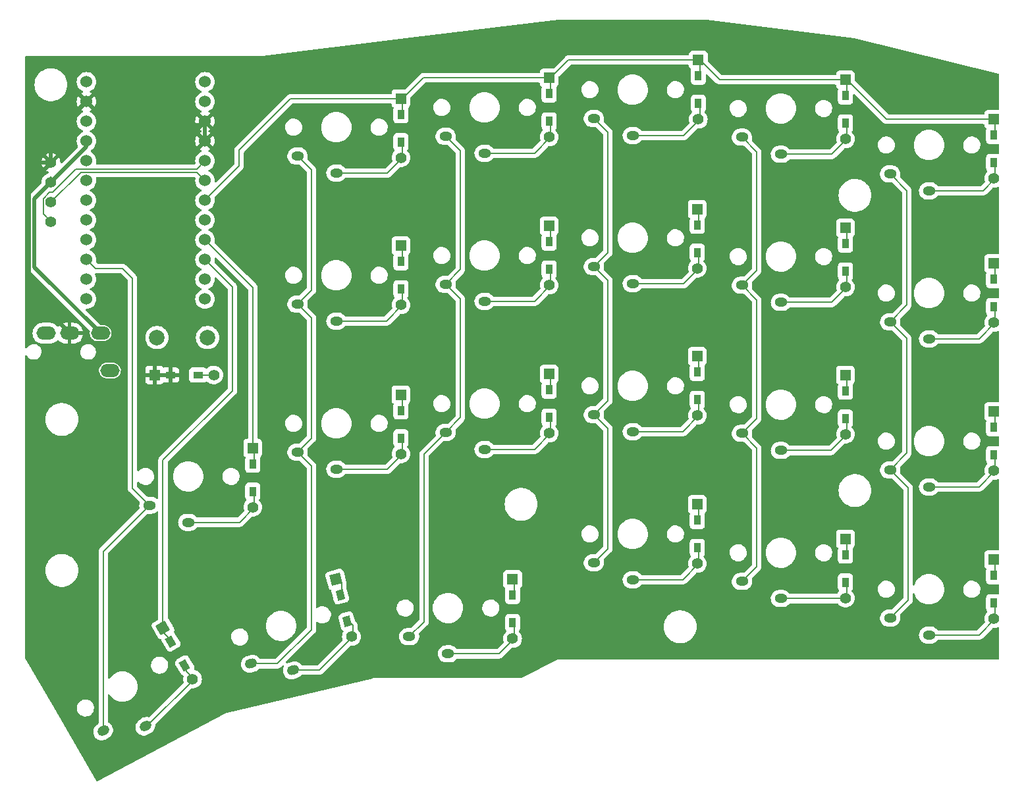
<source format=gbr>
%TF.GenerationSoftware,KiCad,Pcbnew,7.0.10*%
%TF.CreationDate,2024-09-26T01:27:18+09:00*%
%TF.ProjectId,keyboard_denchi_right,6b657962-6f61-4726-945f-64656e636869,rev?*%
%TF.SameCoordinates,Original*%
%TF.FileFunction,Copper,L1,Top*%
%TF.FilePolarity,Positive*%
%FSLAX46Y46*%
G04 Gerber Fmt 4.6, Leading zero omitted, Abs format (unit mm)*
G04 Created by KiCad (PCBNEW 7.0.10) date 2024-09-26 01:27:18*
%MOMM*%
%LPD*%
G01*
G04 APERTURE LIST*
G04 Aperture macros list*
%AMHorizOval*
0 Thick line with rounded ends*
0 $1 width*
0 $2 $3 position (X,Y) of the first rounded end (center of the circle)*
0 $4 $5 position (X,Y) of the second rounded end (center of the circle)*
0 Add line between two ends*
20,1,$1,$2,$3,$4,$5,0*
0 Add two circle primitives to create the rounded ends*
1,1,$1,$2,$3*
1,1,$1,$4,$5*%
%AMRotRect*
0 Rectangle, with rotation*
0 The origin of the aperture is its center*
0 $1 length*
0 $2 width*
0 $3 Rotation angle, in degrees counterclockwise*
0 Add horizontal line*
21,1,$1,$2,0,0,$3*%
G04 Aperture macros list end*
%TA.AperFunction,ComponentPad*%
%ADD10R,1.397000X1.397000*%
%TD*%
%TA.AperFunction,SMDPad,CuDef*%
%ADD11R,0.950000X1.300000*%
%TD*%
%TA.AperFunction,ComponentPad*%
%ADD12C,1.397000*%
%TD*%
%TA.AperFunction,ComponentPad*%
%ADD13O,1.600000X1.200000*%
%TD*%
%TA.AperFunction,ComponentPad*%
%ADD14C,2.000000*%
%TD*%
%TA.AperFunction,ComponentPad*%
%ADD15RotRect,1.397000X1.397000X285.000000*%
%TD*%
%TA.AperFunction,SMDPad,CuDef*%
%ADD16RotRect,1.300000X0.950000X285.000000*%
%TD*%
%TA.AperFunction,ComponentPad*%
%ADD17HorizOval,1.200000X0.193185X0.051764X-0.193185X-0.051764X0*%
%TD*%
%TA.AperFunction,ComponentPad*%
%ADD18RotRect,1.397000X1.397000X300.000000*%
%TD*%
%TA.AperFunction,SMDPad,CuDef*%
%ADD19RotRect,1.300000X0.950000X300.000000*%
%TD*%
%TA.AperFunction,ComponentPad*%
%ADD20HorizOval,1.200000X0.173205X0.100000X-0.173205X-0.100000X0*%
%TD*%
%TA.AperFunction,ComponentPad*%
%ADD21O,2.500000X1.700000*%
%TD*%
%TA.AperFunction,SMDPad,CuDef*%
%ADD22R,1.300000X0.950000*%
%TD*%
%TA.AperFunction,ComponentPad*%
%ADD23C,1.524000*%
%TD*%
%TA.AperFunction,Conductor*%
%ADD24C,0.200000*%
%TD*%
%TA.AperFunction,Conductor*%
%ADD25C,0.500000*%
%TD*%
G04 APERTURE END LIST*
D10*
%TO.P,rD15,1,K*%
%TO.N,rrow2*%
X135356000Y-110593000D03*
D11*
X135356000Y-112628000D03*
%TO.P,rD15,2,A*%
%TO.N,Net-(rD15-A)*%
X135356000Y-116178000D03*
D12*
X135356000Y-118213000D03*
%TD*%
D13*
%TO.P,rSW3,1,1*%
%TO.N,rcol2*%
X160147000Y-75050000D03*
%TO.P,rSW3,2,2*%
%TO.N,Net-(rD3-A)*%
X165147000Y-77250000D03*
%TD*%
%TO.P,rSW5,1,1*%
%TO.N,rcol4*%
X122047000Y-79876000D03*
%TO.P,rSW5,2,2*%
%TO.N,Net-(rD5-A)*%
X127047000Y-82076000D03*
%TD*%
%TO.P,rSW7,1,1*%
%TO.N,rcol1*%
X179197000Y-96513000D03*
%TO.P,rSW7,2,2*%
%TO.N,Net-(rD7-A)*%
X184197000Y-98713000D03*
%TD*%
D10*
%TO.P,rD4,1,K*%
%TO.N,rrow0*%
X154406000Y-69826000D03*
D11*
X154406000Y-71861000D03*
%TO.P,rD4,2,A*%
%TO.N,Net-(rD4-A)*%
X154406000Y-75411000D03*
D12*
X154406000Y-77446000D03*
%TD*%
D10*
%TO.P,rD19,1,K*%
%TO.N,rrow3*%
X173456000Y-124690000D03*
D11*
X173456000Y-126725000D03*
%TO.P,rD19,2,A*%
%TO.N,Net-(rD19-A)*%
X173456000Y-130275000D03*
D12*
X173456000Y-132310000D03*
%TD*%
D10*
%TO.P,rD10,1,K*%
%TO.N,rrow1*%
X135356000Y-91416000D03*
D11*
X135356000Y-93451000D03*
%TO.P,rD10,2,A*%
%TO.N,Net-(rD10-A)*%
X135356000Y-97001000D03*
D12*
X135356000Y-99036000D03*
%TD*%
D13*
%TO.P,rSW2,1,1*%
%TO.N,rcol1*%
X179197000Y-77463000D03*
%TO.P,rSW2,2,2*%
%TO.N,Net-(rD2-A)*%
X184197000Y-79663000D03*
%TD*%
D10*
%TO.P,rD13,1,K*%
%TO.N,rrow2*%
X173456000Y-105640000D03*
D11*
X173456000Y-107675000D03*
%TO.P,rD13,2,A*%
%TO.N,Net-(rD13-A)*%
X173456000Y-111225000D03*
D12*
X173456000Y-113260000D03*
%TD*%
D14*
%TO.P,rSW23,1,1*%
%TO.N,rreset*%
X110485000Y-103227000D03*
%TO.P,rSW23,2,2*%
%TO.N,Net-(rD23-A)*%
X103985000Y-103227000D03*
%TD*%
D10*
%TO.P,rD8,1,K*%
%TO.N,rrow1*%
X173456000Y-86717000D03*
D11*
X173456000Y-88752000D03*
%TO.P,rD8,2,A*%
%TO.N,Net-(rD8-A)*%
X173456000Y-92302000D03*
D12*
X173456000Y-94337000D03*
%TD*%
D13*
%TO.P,rSW16,1,1*%
%TO.N,rcol5*%
X102997000Y-124802000D03*
%TO.P,rSW16,2,2*%
%TO.N,Net-(rD16-A)*%
X107997000Y-127002000D03*
%TD*%
%TO.P,rSW8,1,1*%
%TO.N,rcol2*%
X160147000Y-94100000D03*
%TO.P,rSW8,2,2*%
%TO.N,Net-(rD8-A)*%
X165147000Y-96300000D03*
%TD*%
%TO.P,rSW19,1,1*%
%TO.N,rcol2*%
X160147000Y-132200000D03*
%TO.P,rSW19,2,2*%
%TO.N,Net-(rD19-A)*%
X165147000Y-134400000D03*
%TD*%
D15*
%TO.P,rD21,1,K*%
%TO.N,rrow3*%
X127003899Y-134344823D03*
D16*
X127530596Y-136310482D03*
%TO.P,rD21,2,A*%
%TO.N,Net-(rD21-A)*%
X128449404Y-139739518D03*
D12*
X128976101Y-141705177D03*
%TD*%
D10*
%TO.P,rD20,1,K*%
%TO.N,rrow3*%
X149707000Y-134342000D03*
D11*
X149707000Y-136377000D03*
%TO.P,rD20,2,A*%
%TO.N,Net-(rD20-A)*%
X149707000Y-139927000D03*
D12*
X149707000Y-141962000D03*
%TD*%
D13*
%TO.P,rSW4,1,1*%
%TO.N,rcol3*%
X141097000Y-77336000D03*
%TO.P,rSW4,2,2*%
%TO.N,Net-(rD4-A)*%
X146097000Y-79536000D03*
%TD*%
D17*
%TO.P,rSW21,1,1*%
%TO.N,rcol4*%
X116067193Y-145197326D03*
%TO.P,rSW21,2,2*%
%TO.N,Net-(rD21-A)*%
X121466224Y-146028267D03*
%TD*%
D10*
%TO.P,rD7,1,K*%
%TO.N,rrow1*%
X192506000Y-89130000D03*
D11*
X192506000Y-91165000D03*
%TO.P,rD7,2,A*%
%TO.N,Net-(rD7-A)*%
X192506000Y-94715000D03*
D12*
X192506000Y-96750000D03*
%TD*%
D13*
%TO.P,rSW10,1,1*%
%TO.N,rcol4*%
X122047000Y-98926000D03*
%TO.P,rSW10,2,2*%
%TO.N,Net-(rD10-A)*%
X127047000Y-101126000D03*
%TD*%
D10*
%TO.P,rD17,1,K*%
%TO.N,rrow3*%
X211556000Y-131802000D03*
D11*
X211556000Y-133837000D03*
%TO.P,rD17,2,A*%
%TO.N,Net-(rD17-A)*%
X211556000Y-137387000D03*
D12*
X211556000Y-139422000D03*
%TD*%
D10*
%TO.P,rD14,1,K*%
%TO.N,rrow2*%
X154406000Y-107926000D03*
D11*
X154406000Y-109961000D03*
%TO.P,rD14,2,A*%
%TO.N,Net-(rD14-A)*%
X154406000Y-113511000D03*
D12*
X154406000Y-115546000D03*
%TD*%
D10*
%TO.P,rD2,1,K*%
%TO.N,rrow0*%
X192506000Y-70080000D03*
D11*
X192506000Y-72115000D03*
%TO.P,rD2,2,A*%
%TO.N,Net-(rD2-A)*%
X192506000Y-75665000D03*
D12*
X192506000Y-77700000D03*
%TD*%
D13*
%TO.P,rSW15,1,1*%
%TO.N,rcol4*%
X122047000Y-117976000D03*
%TO.P,rSW15,2,2*%
%TO.N,Net-(rD15-A)*%
X127047000Y-120176000D03*
%TD*%
D18*
%TO.P,rD22,1,K*%
%TO.N,rrow3*%
X104749835Y-140568278D03*
D19*
X105767335Y-142330640D03*
%TO.P,rD22,2,A*%
%TO.N,Net-(rD22-A)*%
X107542335Y-145405030D03*
D12*
X108559835Y-147167392D03*
%TD*%
D20*
%TO.P,rSW22,1,1*%
%TO.N,rcol5*%
X97065265Y-153831902D03*
%TO.P,rSW22,2,2*%
%TO.N,Net-(rD22-A)*%
X102495392Y-153237158D03*
%TD*%
D21*
%TO.P,rJ1,A*%
%TO.N,unconnected-(rJ1-PadA)*%
X97934000Y-107478500D03*
%TO.P,rJ1,B*%
%TO.N,rdata*%
X89734000Y-102678500D03*
%TO.P,rJ1,C*%
%TO.N,GND*%
X92734000Y-102678500D03*
%TO.P,rJ1,D*%
%TO.N,VCC*%
X96734000Y-102678500D03*
%TD*%
D12*
%TO.P,rOL1,1,SDA*%
%TO.N,rsda*%
X90344000Y-88335000D03*
%TO.P,rOL1,2,SCL*%
%TO.N,rscl*%
X90344000Y-85795000D03*
%TO.P,rOL1,3,VCC*%
%TO.N,VCC*%
X90344000Y-83255000D03*
%TO.P,rOL1,4,GND*%
%TO.N,GND*%
X90344000Y-80715000D03*
%TD*%
D10*
%TO.P,rD6,1,K*%
%TO.N,rrow1*%
X211556000Y-93702000D03*
D11*
X211556000Y-95737000D03*
%TO.P,rD6,2,A*%
%TO.N,Net-(rD6-A)*%
X211556000Y-99287000D03*
D12*
X211556000Y-101322000D03*
%TD*%
D13*
%TO.P,rSW13,1,1*%
%TO.N,rcol2*%
X160147000Y-113150000D03*
%TO.P,rSW13,2,2*%
%TO.N,Net-(rD13-A)*%
X165147000Y-115350000D03*
%TD*%
%TO.P,rSW11,1,1*%
%TO.N,rcol0*%
X198247000Y-120262000D03*
%TO.P,rSW11,2,2*%
%TO.N,Net-(rD11-A)*%
X203247000Y-122462000D03*
%TD*%
%TO.P,rSW17,1,1*%
%TO.N,rcol0*%
X198247000Y-139312000D03*
%TO.P,rSW17,2,2*%
%TO.N,Net-(rD17-A)*%
X203247000Y-141512000D03*
%TD*%
%TO.P,rSW12,1,1*%
%TO.N,rcol1*%
X179197000Y-115563000D03*
%TO.P,rSW12,2,2*%
%TO.N,Net-(rD12-A)*%
X184197000Y-117763000D03*
%TD*%
D10*
%TO.P,rD16,1,K*%
%TO.N,rrow2*%
X116306000Y-117451000D03*
D11*
X116306000Y-119486000D03*
%TO.P,rD16,2,A*%
%TO.N,Net-(rD16-A)*%
X116306000Y-123036000D03*
D12*
X116306000Y-125071000D03*
%TD*%
D10*
%TO.P,rD23,1,K*%
%TO.N,GND*%
X103679000Y-108053000D03*
D22*
X105714000Y-108053000D03*
%TO.P,rD23,2,A*%
%TO.N,Net-(rD23-A)*%
X109264000Y-108053000D03*
D12*
X111299000Y-108053000D03*
%TD*%
D10*
%TO.P,rD3,1,K*%
%TO.N,rrow0*%
X173583000Y-67540000D03*
D11*
X173583000Y-69575000D03*
%TO.P,rD3,2,A*%
%TO.N,Net-(rD3-A)*%
X173583000Y-73125000D03*
D12*
X173583000Y-75160000D03*
%TD*%
D13*
%TO.P,rSW20,1,1*%
%TO.N,rcol3*%
X136398000Y-141725000D03*
%TO.P,rSW20,2,2*%
%TO.N,Net-(rD20-A)*%
X141398000Y-143925000D03*
%TD*%
D23*
%TO.P,rU1,1,TX0/D3*%
%TO.N,unconnected-(rU1-TX0{slash}D3-Pad1)*%
X110156000Y-70334000D03*
%TO.P,rU1,2,RX1/D2*%
%TO.N,rdata*%
X110156000Y-72874000D03*
%TO.P,rU1,3,GND*%
%TO.N,GND*%
X110156000Y-75414000D03*
%TO.P,rU1,4,GND*%
X110156000Y-77954000D03*
%TO.P,rU1,5,2/D1/SDA*%
%TO.N,rsda*%
X110156000Y-80494000D03*
%TO.P,rU1,6,3/D0/SCL*%
%TO.N,rscl*%
X110156000Y-83034000D03*
%TO.P,rU1,7,4/D4*%
%TO.N,rrow0*%
X110156000Y-85574000D03*
%TO.P,rU1,8,5/C6*%
%TO.N,rrow1*%
X110156000Y-88114000D03*
%TO.P,rU1,9,6/D7*%
%TO.N,rrow2*%
X110156000Y-90654000D03*
%TO.P,rU1,10,7/E6*%
%TO.N,rrow3*%
X110156000Y-93194000D03*
%TO.P,rU1,11,8/B4*%
%TO.N,unconnected-(rU1-8{slash}B4-Pad11)*%
X110156000Y-95734000D03*
%TO.P,rU1,12,9/B5*%
%TO.N,unconnected-(rU1-9{slash}B5-Pad12)*%
X110156000Y-98274000D03*
%TO.P,rU1,13,B6/10*%
%TO.N,unconnected-(rU1-B6{slash}10-Pad13)*%
X94916000Y-98274000D03*
%TO.P,rU1,14,B2/16*%
%TO.N,unconnected-(rU1-B2{slash}16-Pad14)*%
X94916000Y-95734000D03*
%TO.P,rU1,15,B3/14*%
%TO.N,rcol5*%
X94916000Y-93194000D03*
%TO.P,rU1,16,B1/15*%
%TO.N,rcol4*%
X94916000Y-90654000D03*
%TO.P,rU1,17,F7/A0*%
%TO.N,rcol3*%
X94916000Y-88114000D03*
%TO.P,rU1,18,F6/A1*%
%TO.N,rcol2*%
X94916000Y-85574000D03*
%TO.P,rU1,19,F5/A2*%
%TO.N,rcol1*%
X94916000Y-83034000D03*
%TO.P,rU1,20,F4/A3*%
%TO.N,rcol0*%
X94916000Y-80494000D03*
%TO.P,rU1,21,VCC*%
%TO.N,VCC*%
X94916000Y-77954000D03*
%TO.P,rU1,22,RST*%
%TO.N,rreset*%
X94916000Y-75414000D03*
%TO.P,rU1,23,GND*%
%TO.N,GND*%
X94916000Y-72874000D03*
%TO.P,rU1,24,RAW*%
%TO.N,unconnected-(rU1-RAW-Pad24)*%
X94916000Y-70334000D03*
%TD*%
D10*
%TO.P,rD9,1,K*%
%TO.N,rrow1*%
X154406000Y-88876000D03*
D11*
X154406000Y-90911000D03*
%TO.P,rD9,2,A*%
%TO.N,Net-(rD9-A)*%
X154406000Y-94461000D03*
D12*
X154406000Y-96496000D03*
%TD*%
D10*
%TO.P,rD5,1,K*%
%TO.N,rrow0*%
X135356000Y-72493000D03*
D11*
X135356000Y-74528000D03*
%TO.P,rD5,2,A*%
%TO.N,Net-(rD5-A)*%
X135356000Y-78078000D03*
D12*
X135356000Y-80113000D03*
%TD*%
D10*
%TO.P,rD18,1,K*%
%TO.N,rrow3*%
X192506000Y-129135000D03*
D11*
X192506000Y-131170000D03*
%TO.P,rD18,2,A*%
%TO.N,Net-(rD18-A)*%
X192506000Y-134720000D03*
D12*
X192506000Y-136755000D03*
%TD*%
D10*
%TO.P,rD12,1,K*%
%TO.N,rrow2*%
X192506000Y-108053000D03*
D11*
X192506000Y-110088000D03*
%TO.P,rD12,2,A*%
%TO.N,Net-(rD12-A)*%
X192506000Y-113638000D03*
D12*
X192506000Y-115673000D03*
%TD*%
D13*
%TO.P,rSW9,1,1*%
%TO.N,rcol3*%
X141097000Y-96386000D03*
%TO.P,rSW9,2,2*%
%TO.N,Net-(rD9-A)*%
X146097000Y-98586000D03*
%TD*%
%TO.P,rSW6,1,1*%
%TO.N,rcol0*%
X198247000Y-101212000D03*
%TO.P,rSW6,2,2*%
%TO.N,Net-(rD6-A)*%
X203247000Y-103412000D03*
%TD*%
%TO.P,rSW14,1,1*%
%TO.N,rcol3*%
X141097000Y-115436000D03*
%TO.P,rSW14,2,2*%
%TO.N,Net-(rD14-A)*%
X146097000Y-117636000D03*
%TD*%
%TO.P,rSW18,1,1*%
%TO.N,rcol1*%
X179197000Y-134613000D03*
%TO.P,rSW18,2,2*%
%TO.N,Net-(rD18-A)*%
X184197000Y-136813000D03*
%TD*%
%TO.P,rSW1,1,1*%
%TO.N,rcol0*%
X198247000Y-82167500D03*
%TO.P,rSW1,2,2*%
%TO.N,Net-(rD1-A)*%
X203247000Y-84367500D03*
%TD*%
D10*
%TO.P,rD1,1,K*%
%TO.N,rrow0*%
X211556000Y-75160000D03*
D11*
X211556000Y-77195000D03*
%TO.P,rD1,2,A*%
%TO.N,Net-(rD1-A)*%
X211556000Y-80745000D03*
D12*
X211556000Y-82780000D03*
%TD*%
D10*
%TO.P,rD11,1,K*%
%TO.N,rrow2*%
X211556000Y-112752000D03*
D11*
X211556000Y-114787000D03*
%TO.P,rD11,2,A*%
%TO.N,Net-(rD11-A)*%
X211556000Y-118337000D03*
D12*
X211556000Y-120372000D03*
%TD*%
D24*
%TO.N,rsda*%
X93570000Y-81556000D02*
X109094000Y-81556000D01*
X90151907Y-84575000D02*
X90551000Y-84575000D01*
X90551000Y-84575000D02*
X93570000Y-81556000D01*
X90344000Y-88335000D02*
X89345500Y-87336500D01*
X89345500Y-87336500D02*
X89345500Y-85381407D01*
X109094000Y-81556000D02*
X110156000Y-80494000D01*
X89345500Y-85381407D02*
X90151907Y-84575000D01*
%TO.N,rscl*%
X109078000Y-81956000D02*
X110156000Y-83034000D01*
X90344000Y-85795000D02*
X94183000Y-81956000D01*
X94183000Y-81956000D02*
X109078000Y-81956000D01*
%TO.N,rrow0*%
X192706000Y-70080000D02*
X176323000Y-70080000D01*
X197786000Y-75160000D02*
X192706000Y-70080000D01*
X211756000Y-77195000D02*
X211756000Y-75160000D01*
X135556000Y-72493000D02*
X121175000Y-72493000D01*
X154606000Y-69826000D02*
X138223000Y-69826000D01*
X114554000Y-79114000D02*
X114554000Y-81146000D01*
X211756000Y-75160000D02*
X197786000Y-75160000D01*
X192706000Y-72115000D02*
X192706000Y-70080000D01*
X154606000Y-71861000D02*
X154606000Y-69826000D01*
X173783000Y-69575000D02*
X173783000Y-67540000D01*
X173783000Y-67540000D02*
X156892000Y-67540000D01*
X110156000Y-85544000D02*
X110156000Y-85574000D01*
X138223000Y-69826000D02*
X135556000Y-72493000D01*
X173783000Y-67540000D02*
X173783000Y-67096000D01*
X173783000Y-67096000D02*
X173736000Y-67049000D01*
X135556000Y-74528000D02*
X135556000Y-72493000D01*
X156892000Y-67540000D02*
X154606000Y-69826000D01*
X176323000Y-70080000D02*
X173783000Y-67540000D01*
X114554000Y-81146000D02*
X110156000Y-85544000D01*
X121175000Y-72493000D02*
X114554000Y-79114000D01*
%TO.N,rrow1*%
X154606000Y-90911000D02*
X154606000Y-88876000D01*
X192706000Y-91165000D02*
X192706000Y-89130000D01*
X135556000Y-93451000D02*
X135556000Y-91416000D01*
X173656000Y-88752000D02*
X173656000Y-86717000D01*
X211756000Y-95737000D02*
X211756000Y-93702000D01*
D25*
%TO.N,GND*%
X92734000Y-102678500D02*
X87503000Y-97447500D01*
X88442000Y-80715000D02*
X90344000Y-80715000D01*
D24*
X105714000Y-108053000D02*
X103679000Y-108053000D01*
D25*
X90344000Y-77446000D02*
X94916000Y-72874000D01*
X109631000Y-75939000D02*
X97981000Y-75939000D01*
X90344000Y-80715000D02*
X90344000Y-77446000D01*
X110156000Y-75414000D02*
X109631000Y-75939000D01*
X87503000Y-81654000D02*
X88442000Y-80715000D01*
X97981000Y-75939000D02*
X94916000Y-72874000D01*
X87503000Y-97447500D02*
X87503000Y-81654000D01*
X110156000Y-75414000D02*
X110156000Y-77954000D01*
%TO.N,VCC*%
X88203000Y-85396000D02*
X90344000Y-83255000D01*
X88203000Y-94147500D02*
X88203000Y-85396000D01*
X90344000Y-83255000D02*
X94916000Y-78683000D01*
X94916000Y-78683000D02*
X94916000Y-77954000D01*
X96734000Y-102678500D02*
X88203000Y-94147500D01*
X90344000Y-83255000D02*
X90344000Y-82750000D01*
D24*
%TO.N,rrow2*%
X154606000Y-109961000D02*
X154606000Y-107926000D01*
X135556000Y-112628000D02*
X135556000Y-110593000D01*
X192706000Y-108053000D02*
X192706000Y-110088000D01*
X116506000Y-119486000D02*
X116506000Y-117451000D01*
X116306000Y-117451000D02*
X116306000Y-96804000D01*
X211756000Y-114787000D02*
X211756000Y-112752000D01*
X116306000Y-96804000D02*
X110156000Y-90654000D01*
X173656000Y-107675000D02*
X173656000Y-105640000D01*
%TO.N,rrow3*%
X105967335Y-142330640D02*
X104949835Y-141313140D01*
X127730596Y-136310482D02*
X127730596Y-134871520D01*
X173656000Y-126725000D02*
X173656000Y-124690000D01*
X104749835Y-119017165D02*
X113665000Y-110102000D01*
X127730596Y-134871520D02*
X127203899Y-134344823D01*
X104949835Y-141313140D02*
X104949835Y-140568278D01*
X192706000Y-131170000D02*
X192706000Y-129135000D01*
X113665000Y-96703000D02*
X110156000Y-93194000D01*
X149907000Y-136377000D02*
X149907000Y-134342000D01*
X211756000Y-133837000D02*
X211756000Y-131802000D01*
X113665000Y-110102000D02*
X113665000Y-96703000D01*
X104749835Y-140568278D02*
X104749835Y-119017165D01*
%TO.N,rcol5*%
X97065265Y-130733735D02*
X97065265Y-153831902D01*
X99568000Y-94354000D02*
X100838000Y-95624000D01*
X94916000Y-93194000D02*
X96076000Y-94354000D01*
X96076000Y-94354000D02*
X99568000Y-94354000D01*
X100838000Y-122643000D02*
X102997000Y-124802000D01*
X100838000Y-95624000D02*
X100838000Y-122643000D01*
X102997000Y-124802000D02*
X97065265Y-130733735D01*
%TO.N,rcol4*%
X123825000Y-97148000D02*
X122047000Y-98926000D01*
X122047000Y-117976000D02*
X123825000Y-119754000D01*
X123825000Y-116198000D02*
X122047000Y-117976000D01*
X122047000Y-79876000D02*
X123825000Y-81654000D01*
X119463674Y-145197326D02*
X116067193Y-145197326D01*
X123825000Y-119754000D02*
X123825000Y-140836000D01*
X123825000Y-100704000D02*
X123825000Y-116198000D01*
X123825000Y-140836000D02*
X119463674Y-145197326D01*
X122047000Y-98926000D02*
X123825000Y-100704000D01*
X123825000Y-81654000D02*
X123825000Y-97148000D01*
%TO.N,rcol3*%
X143002000Y-98291000D02*
X143002000Y-113531000D01*
X141097000Y-115436000D02*
X138303000Y-118230000D01*
X143002000Y-79241000D02*
X143002000Y-94481000D01*
X138303000Y-139820000D02*
X136398000Y-141725000D01*
X141097000Y-77336000D02*
X143002000Y-79241000D01*
X138303000Y-118230000D02*
X138303000Y-139820000D01*
X141097000Y-96386000D02*
X143002000Y-98291000D01*
X143002000Y-94481000D02*
X141097000Y-96386000D01*
X143002000Y-113531000D02*
X141097000Y-115436000D01*
%TO.N,rcol2*%
X160147000Y-75050000D02*
X161925000Y-76828000D01*
X160147000Y-94100000D02*
X161925000Y-95878000D01*
X161925000Y-95878000D02*
X161925000Y-111372000D01*
X161925000Y-114928000D02*
X161925000Y-130422000D01*
X160147000Y-113150000D02*
X161925000Y-114928000D01*
X161925000Y-92322000D02*
X160147000Y-94100000D01*
X161925000Y-130422000D02*
X160147000Y-132200000D01*
X161925000Y-111372000D02*
X160147000Y-113150000D01*
X161925000Y-76828000D02*
X161925000Y-92322000D01*
%TO.N,rcol1*%
X181102000Y-132708000D02*
X179197000Y-134613000D01*
X181102000Y-117468000D02*
X181102000Y-132708000D01*
X179197000Y-115563000D02*
X181102000Y-117468000D01*
X179197000Y-96513000D02*
X181102000Y-98418000D01*
X179197000Y-77463000D02*
X181102000Y-79368000D01*
X181102000Y-79368000D02*
X181102000Y-94608000D01*
X181102000Y-94608000D02*
X179197000Y-96513000D01*
X181102000Y-113658000D02*
X179197000Y-115563000D01*
X181102000Y-98418000D02*
X181102000Y-113658000D01*
%TO.N,rcol0*%
X200406000Y-99053000D02*
X198247000Y-101212000D01*
X198247000Y-101212000D02*
X200406000Y-103371000D01*
X198247000Y-82167500D02*
X200406000Y-84326500D01*
X200533000Y-137026000D02*
X198247000Y-139312000D01*
X200406000Y-103371000D02*
X200406000Y-118103000D01*
X200533000Y-122548000D02*
X200533000Y-137026000D01*
X198247000Y-120262000D02*
X200533000Y-122548000D01*
X200406000Y-84326500D02*
X200406000Y-99053000D01*
X200406000Y-118103000D02*
X198247000Y-120262000D01*
%TO.N,Net-(rD1-A)*%
X211756000Y-82780000D02*
X211756000Y-80745000D01*
X203247000Y-84367500D02*
X210168500Y-84367500D01*
X210168500Y-84367500D02*
X211756000Y-82780000D01*
%TO.N,Net-(rD2-A)*%
X184197000Y-79663000D02*
X190743000Y-79663000D01*
X192706000Y-77700000D02*
X192706000Y-75665000D01*
X190743000Y-79663000D02*
X192706000Y-77700000D01*
%TO.N,Net-(rD3-A)*%
X165147000Y-77250000D02*
X171693000Y-77250000D01*
X171693000Y-77250000D02*
X173783000Y-75160000D01*
X173783000Y-75160000D02*
X173783000Y-73125000D01*
%TO.N,Net-(rD4-A)*%
X146097000Y-79536000D02*
X152516000Y-79536000D01*
X152516000Y-79536000D02*
X154606000Y-77446000D01*
X154606000Y-77446000D02*
X154606000Y-75411000D01*
%TO.N,Net-(rD5-A)*%
X127047000Y-82076000D02*
X133593000Y-82076000D01*
X135556000Y-80113000D02*
X135556000Y-78078000D01*
X133593000Y-82076000D02*
X135556000Y-80113000D01*
%TO.N,Net-(rD6-A)*%
X209666000Y-103412000D02*
X211756000Y-101322000D01*
X211756000Y-101322000D02*
X211756000Y-99287000D01*
X203247000Y-103412000D02*
X209666000Y-103412000D01*
%TO.N,Net-(rD7-A)*%
X190743000Y-98713000D02*
X192706000Y-96750000D01*
X184197000Y-98713000D02*
X190743000Y-98713000D01*
X192706000Y-96750000D02*
X192706000Y-94715000D01*
%TO.N,Net-(rD8-A)*%
X173656000Y-94337000D02*
X173656000Y-92302000D01*
X165147000Y-96300000D02*
X171693000Y-96300000D01*
X171693000Y-96300000D02*
X173656000Y-94337000D01*
%TO.N,Net-(rD9-A)*%
X152516000Y-98586000D02*
X154606000Y-96496000D01*
X146097000Y-98586000D02*
X152516000Y-98586000D01*
X154606000Y-96496000D02*
X154606000Y-94461000D01*
%TO.N,Net-(rD10-A)*%
X127047000Y-101126000D02*
X133466000Y-101126000D01*
X133466000Y-101126000D02*
X135556000Y-99036000D01*
X135556000Y-99036000D02*
X135556000Y-97001000D01*
%TO.N,Net-(rD11-A)*%
X209666000Y-122462000D02*
X211756000Y-120372000D01*
X203247000Y-122462000D02*
X209666000Y-122462000D01*
X211756000Y-120372000D02*
X211756000Y-118337000D01*
%TO.N,Net-(rD12-A)*%
X192706000Y-115673000D02*
X192706000Y-113638000D01*
X190616000Y-117763000D02*
X192706000Y-115673000D01*
X184197000Y-117763000D02*
X190616000Y-117763000D01*
%TO.N,Net-(rD13-A)*%
X171566000Y-115350000D02*
X173656000Y-113260000D01*
X165147000Y-115350000D02*
X171566000Y-115350000D01*
X173656000Y-113260000D02*
X173656000Y-111225000D01*
%TO.N,Net-(rD14-A)*%
X152516000Y-117636000D02*
X154606000Y-115546000D01*
X146097000Y-117636000D02*
X152516000Y-117636000D01*
X154606000Y-115546000D02*
X154606000Y-113511000D01*
%TO.N,Net-(rD15-A)*%
X135556000Y-118213000D02*
X135556000Y-116178000D01*
X133593000Y-120176000D02*
X135556000Y-118213000D01*
X127047000Y-120176000D02*
X133593000Y-120176000D01*
%TO.N,Net-(rD16-A)*%
X107997000Y-127002000D02*
X114575000Y-127002000D01*
X116506000Y-125071000D02*
X116506000Y-123036000D01*
X114575000Y-127002000D02*
X116506000Y-125071000D01*
%TO.N,Net-(rD17-A)*%
X211756000Y-139422000D02*
X211756000Y-137387000D01*
X203247000Y-141512000D02*
X209666000Y-141512000D01*
X209666000Y-141512000D02*
X211756000Y-139422000D01*
%TO.N,Net-(rD18-A)*%
X184197000Y-136813000D02*
X192648000Y-136813000D01*
X192706000Y-136755000D02*
X192706000Y-134720000D01*
X192648000Y-136813000D02*
X192706000Y-136755000D01*
%TO.N,Net-(rD20-A)*%
X141398000Y-143925000D02*
X147944000Y-143925000D01*
X147944000Y-143925000D02*
X149907000Y-141962000D01*
X149907000Y-141962000D02*
X149907000Y-139927000D01*
%TO.N,Net-(rD21-A)*%
X121466224Y-146028267D02*
X124853011Y-146028267D01*
X129176101Y-140266215D02*
X128649404Y-139739518D01*
X124853011Y-146028267D02*
X129176101Y-141705177D01*
X129176101Y-141705177D02*
X129176101Y-140266215D01*
%TO.N,Net-(rD22-A)*%
X102690069Y-153237158D02*
X108759835Y-147167392D01*
X102495392Y-153237158D02*
X102690069Y-153237158D01*
X108759835Y-147167392D02*
X107742335Y-146149892D01*
X107742335Y-146149892D02*
X107742335Y-145405030D01*
%TO.N,Net-(rD23-A)*%
X109264000Y-108053000D02*
X111299000Y-108053000D01*
%TO.N,Net-(rD19-A)*%
X171566000Y-134400000D02*
X173656000Y-132310000D01*
X165147000Y-134400000D02*
X171566000Y-134400000D01*
X173656000Y-132310000D02*
X173656000Y-130275000D01*
%TD*%
%TA.AperFunction,Conductor*%
%TO.N,GND*%
G36*
X174648188Y-62320982D02*
G01*
X193623179Y-64724480D01*
X193637275Y-64727102D01*
X212177198Y-69300283D01*
X212237571Y-69335449D01*
X212269348Y-69397675D01*
X212271500Y-69420674D01*
X212271500Y-73837000D01*
X212251815Y-73904039D01*
X212199011Y-73949794D01*
X212147500Y-73961000D01*
X210809629Y-73961000D01*
X210809623Y-73961001D01*
X210750016Y-73967408D01*
X210615171Y-74017702D01*
X210615164Y-74017706D01*
X210499955Y-74103952D01*
X210499952Y-74103955D01*
X210413706Y-74219164D01*
X210413702Y-74219171D01*
X210363408Y-74354017D01*
X210357001Y-74413616D01*
X210357000Y-74413635D01*
X210357000Y-74435500D01*
X210337315Y-74502539D01*
X210284511Y-74548294D01*
X210233000Y-74559500D01*
X198086097Y-74559500D01*
X198019058Y-74539815D01*
X197998416Y-74523181D01*
X193741318Y-70266083D01*
X193707833Y-70204760D01*
X193704999Y-70178402D01*
X193704999Y-69333629D01*
X193704998Y-69333623D01*
X193704997Y-69333616D01*
X193698591Y-69274017D01*
X193684585Y-69236466D01*
X193648297Y-69139171D01*
X193648293Y-69139164D01*
X193562047Y-69023955D01*
X193562044Y-69023952D01*
X193446835Y-68937706D01*
X193446828Y-68937702D01*
X193311982Y-68887408D01*
X193311983Y-68887408D01*
X193252383Y-68881001D01*
X193252381Y-68881000D01*
X193252373Y-68881000D01*
X193252364Y-68881000D01*
X191759629Y-68881000D01*
X191759623Y-68881001D01*
X191700016Y-68887408D01*
X191565171Y-68937702D01*
X191565164Y-68937706D01*
X191449955Y-69023952D01*
X191449952Y-69023955D01*
X191363706Y-69139164D01*
X191363702Y-69139171D01*
X191313408Y-69274017D01*
X191308084Y-69323544D01*
X191307001Y-69333623D01*
X191307000Y-69333635D01*
X191307000Y-69355500D01*
X191287315Y-69422539D01*
X191234511Y-69468294D01*
X191183000Y-69479500D01*
X176623098Y-69479500D01*
X176556059Y-69459815D01*
X176535417Y-69443181D01*
X174818318Y-67726082D01*
X174784833Y-67664759D01*
X174781999Y-67638401D01*
X174781999Y-66793629D01*
X174781998Y-66793623D01*
X174781997Y-66793616D01*
X174775591Y-66734017D01*
X174725296Y-66599169D01*
X174725295Y-66599168D01*
X174725293Y-66599164D01*
X174639047Y-66483955D01*
X174639044Y-66483952D01*
X174523835Y-66397706D01*
X174523828Y-66397702D01*
X174388982Y-66347408D01*
X174388983Y-66347408D01*
X174329383Y-66341001D01*
X174329381Y-66341000D01*
X174329373Y-66341000D01*
X174329364Y-66341000D01*
X172836629Y-66341000D01*
X172836623Y-66341001D01*
X172777016Y-66347408D01*
X172642171Y-66397702D01*
X172642164Y-66397706D01*
X172526955Y-66483952D01*
X172526952Y-66483955D01*
X172440706Y-66599164D01*
X172440702Y-66599171D01*
X172390408Y-66734017D01*
X172384001Y-66793616D01*
X172384001Y-66793623D01*
X172384000Y-66793635D01*
X172384000Y-66815500D01*
X172364315Y-66882539D01*
X172311511Y-66928294D01*
X172260000Y-66939500D01*
X156939487Y-66939500D01*
X156923302Y-66938439D01*
X156892000Y-66934318D01*
X156852639Y-66939500D01*
X156735239Y-66954955D01*
X156735237Y-66954956D01*
X156589157Y-67015464D01*
X156463718Y-67111716D01*
X156444489Y-67136775D01*
X156433798Y-67148965D01*
X154992082Y-68590681D01*
X154930759Y-68624166D01*
X154904401Y-68627000D01*
X153659629Y-68627000D01*
X153659623Y-68627001D01*
X153600016Y-68633408D01*
X153465171Y-68683702D01*
X153465164Y-68683706D01*
X153349955Y-68769952D01*
X153349952Y-68769955D01*
X153263706Y-68885164D01*
X153263702Y-68885171D01*
X153213408Y-69020017D01*
X153207001Y-69079616D01*
X153207000Y-69079635D01*
X153207000Y-69101500D01*
X153187315Y-69168539D01*
X153134511Y-69214294D01*
X153083000Y-69225500D01*
X138270494Y-69225500D01*
X138254308Y-69224439D01*
X138223001Y-69220317D01*
X138222999Y-69220317D01*
X138066238Y-69240955D01*
X137920160Y-69301463D01*
X137794714Y-69397721D01*
X137775495Y-69422769D01*
X137764800Y-69434964D01*
X135942082Y-71257681D01*
X135880759Y-71291166D01*
X135854401Y-71294000D01*
X134609629Y-71294000D01*
X134609623Y-71294001D01*
X134550016Y-71300408D01*
X134415171Y-71350702D01*
X134415164Y-71350706D01*
X134299955Y-71436952D01*
X134299952Y-71436955D01*
X134213706Y-71552164D01*
X134213702Y-71552171D01*
X134163408Y-71687017D01*
X134157001Y-71746616D01*
X134157000Y-71746635D01*
X134157000Y-71768500D01*
X134137315Y-71835539D01*
X134084511Y-71881294D01*
X134033000Y-71892500D01*
X121222487Y-71892500D01*
X121206302Y-71891439D01*
X121175000Y-71887318D01*
X121135639Y-71892500D01*
X121018239Y-71907955D01*
X121018237Y-71907956D01*
X120872160Y-71968463D01*
X120746714Y-72064721D01*
X120727495Y-72089769D01*
X120716800Y-72101964D01*
X114162965Y-78655798D01*
X114150774Y-78666490D01*
X114125718Y-78685717D01*
X114101549Y-78717213D01*
X114101550Y-78717214D01*
X114029464Y-78811158D01*
X114029461Y-78811163D01*
X113968957Y-78957234D01*
X113968955Y-78957239D01*
X113948318Y-79113998D01*
X113948318Y-79113999D01*
X113952439Y-79145301D01*
X113953500Y-79161487D01*
X113953500Y-80845902D01*
X113933815Y-80912941D01*
X113917181Y-80933583D01*
X111626503Y-83224260D01*
X111565180Y-83257745D01*
X111495488Y-83252761D01*
X111439555Y-83210889D01*
X111415138Y-83145425D01*
X111415294Y-83125771D01*
X111423323Y-83034000D01*
X111423323Y-83033997D01*
X111415535Y-82944985D01*
X111404070Y-82813932D01*
X111346894Y-82600550D01*
X111253534Y-82400339D01*
X111126826Y-82219380D01*
X110970620Y-82063174D01*
X110970616Y-82063171D01*
X110970615Y-82063170D01*
X110789666Y-81936468D01*
X110789658Y-81936464D01*
X110660811Y-81876382D01*
X110608371Y-81830210D01*
X110589219Y-81763017D01*
X110609435Y-81696135D01*
X110660811Y-81651618D01*
X110691441Y-81637335D01*
X110789662Y-81591534D01*
X110970620Y-81464826D01*
X111126826Y-81308620D01*
X111253534Y-81127662D01*
X111346894Y-80927450D01*
X111404070Y-80714068D01*
X111423323Y-80494000D01*
X111423308Y-80493833D01*
X111409348Y-80334259D01*
X111404070Y-80273932D01*
X111346894Y-80060550D01*
X111253534Y-79860339D01*
X111167488Y-79737452D01*
X111126827Y-79679381D01*
X111057844Y-79610398D01*
X110970620Y-79523174D01*
X110970616Y-79523171D01*
X110970615Y-79523170D01*
X110789666Y-79396468D01*
X110789662Y-79396466D01*
X110660218Y-79336105D01*
X110607779Y-79289932D01*
X110588627Y-79222739D01*
X110608843Y-79155858D01*
X110660219Y-79111340D01*
X110789416Y-79051095D01*
X110789417Y-79051094D01*
X110854188Y-79005741D01*
X110222252Y-78373804D01*
X110288969Y-78363238D01*
X110408923Y-78302118D01*
X110504118Y-78206923D01*
X110565238Y-78086969D01*
X110575804Y-78020251D01*
X111207741Y-78652188D01*
X111253094Y-78587417D01*
X111253100Y-78587407D01*
X111346419Y-78387284D01*
X111346424Y-78387270D01*
X111403573Y-78173986D01*
X111403575Y-78173976D01*
X111422821Y-77954000D01*
X111422821Y-77953999D01*
X111403575Y-77734023D01*
X111403573Y-77734013D01*
X111346424Y-77520729D01*
X111346420Y-77520720D01*
X111253096Y-77320586D01*
X111207741Y-77255811D01*
X111207740Y-77255810D01*
X110575804Y-77887747D01*
X110565238Y-77821031D01*
X110504118Y-77701077D01*
X110408923Y-77605882D01*
X110288969Y-77544762D01*
X110222252Y-77534195D01*
X110854188Y-76902259D01*
X110854187Y-76902258D01*
X110789411Y-76856901D01*
X110789405Y-76856898D01*
X110659627Y-76796382D01*
X110607187Y-76750210D01*
X110588035Y-76683017D01*
X110608251Y-76616135D01*
X110659627Y-76571618D01*
X110789407Y-76511100D01*
X110789417Y-76511094D01*
X110854188Y-76465741D01*
X110222252Y-75833804D01*
X110288969Y-75823238D01*
X110408923Y-75762118D01*
X110504118Y-75666923D01*
X110565238Y-75546969D01*
X110575804Y-75480251D01*
X111207741Y-76112188D01*
X111253094Y-76047417D01*
X111253100Y-76047407D01*
X111346419Y-75847284D01*
X111346424Y-75847270D01*
X111403573Y-75633986D01*
X111403575Y-75633976D01*
X111422821Y-75414000D01*
X111422821Y-75413999D01*
X111403575Y-75194023D01*
X111403573Y-75194013D01*
X111346424Y-74980729D01*
X111346420Y-74980720D01*
X111253096Y-74780586D01*
X111207741Y-74715811D01*
X111207740Y-74715810D01*
X110575804Y-75347747D01*
X110565238Y-75281031D01*
X110504118Y-75161077D01*
X110408923Y-75065882D01*
X110288969Y-75004762D01*
X110222252Y-74994195D01*
X110854188Y-74362259D01*
X110854187Y-74362258D01*
X110789411Y-74316901D01*
X110789405Y-74316898D01*
X110660219Y-74256658D01*
X110607779Y-74210486D01*
X110588627Y-74143293D01*
X110608843Y-74076411D01*
X110660219Y-74031894D01*
X110677825Y-74023684D01*
X110789662Y-73971534D01*
X110970620Y-73844826D01*
X111126826Y-73688620D01*
X111253534Y-73507662D01*
X111346894Y-73307450D01*
X111404070Y-73094068D01*
X111419994Y-72912048D01*
X111423323Y-72874002D01*
X111423323Y-72873997D01*
X111411310Y-72736684D01*
X111404070Y-72653932D01*
X111346894Y-72440550D01*
X111253534Y-72240339D01*
X111167488Y-72117452D01*
X111126827Y-72059381D01*
X111051677Y-71984231D01*
X110970620Y-71903174D01*
X110970616Y-71903171D01*
X110970615Y-71903170D01*
X110789666Y-71776468D01*
X110789658Y-71776464D01*
X110660811Y-71716382D01*
X110608371Y-71670210D01*
X110589219Y-71603017D01*
X110609435Y-71536135D01*
X110660811Y-71491618D01*
X110666802Y-71488824D01*
X110789662Y-71431534D01*
X110970620Y-71304826D01*
X111126826Y-71148620D01*
X111253534Y-70967662D01*
X111346894Y-70767450D01*
X111404070Y-70554068D01*
X111423323Y-70334000D01*
X111423190Y-70332483D01*
X111409710Y-70178402D01*
X111404070Y-70113932D01*
X111346894Y-69900550D01*
X111253534Y-69700339D01*
X111126826Y-69519380D01*
X110970620Y-69363174D01*
X110970616Y-69363171D01*
X110970615Y-69363170D01*
X110789666Y-69236468D01*
X110789662Y-69236466D01*
X110643991Y-69168539D01*
X110589450Y-69143106D01*
X110589447Y-69143105D01*
X110589445Y-69143104D01*
X110376070Y-69085930D01*
X110376062Y-69085929D01*
X110156002Y-69066677D01*
X110155998Y-69066677D01*
X109935937Y-69085929D01*
X109935929Y-69085930D01*
X109722554Y-69143104D01*
X109722548Y-69143107D01*
X109522340Y-69236465D01*
X109522338Y-69236466D01*
X109341377Y-69363175D01*
X109185175Y-69519377D01*
X109058466Y-69700338D01*
X109058465Y-69700340D01*
X108965107Y-69900548D01*
X108965104Y-69900554D01*
X108907930Y-70113929D01*
X108907929Y-70113937D01*
X108888677Y-70333997D01*
X108888677Y-70334002D01*
X108907929Y-70554062D01*
X108907930Y-70554070D01*
X108965104Y-70767445D01*
X108965105Y-70767447D01*
X108965106Y-70767450D01*
X109022604Y-70890756D01*
X109058466Y-70967662D01*
X109058468Y-70967666D01*
X109185170Y-71148615D01*
X109185175Y-71148621D01*
X109341378Y-71304824D01*
X109341384Y-71304829D01*
X109522333Y-71431531D01*
X109522335Y-71431532D01*
X109522338Y-71431534D01*
X109641748Y-71487215D01*
X109651189Y-71491618D01*
X109703628Y-71537790D01*
X109722780Y-71604984D01*
X109702564Y-71671865D01*
X109651189Y-71716382D01*
X109522340Y-71776465D01*
X109522338Y-71776466D01*
X109341377Y-71903175D01*
X109185175Y-72059377D01*
X109058466Y-72240338D01*
X109058465Y-72240340D01*
X108965107Y-72440548D01*
X108965104Y-72440554D01*
X108907930Y-72653929D01*
X108907929Y-72653937D01*
X108888677Y-72873997D01*
X108888677Y-72874002D01*
X108907929Y-73094062D01*
X108907930Y-73094070D01*
X108965104Y-73307445D01*
X108965105Y-73307447D01*
X108965106Y-73307450D01*
X109055996Y-73502365D01*
X109058466Y-73507662D01*
X109058468Y-73507666D01*
X109185170Y-73688615D01*
X109185175Y-73688621D01*
X109341378Y-73844824D01*
X109341384Y-73844829D01*
X109522333Y-73971531D01*
X109522335Y-73971532D01*
X109522338Y-73971534D01*
X109634175Y-74023684D01*
X109651781Y-74031894D01*
X109704220Y-74078066D01*
X109723372Y-74145260D01*
X109703156Y-74212141D01*
X109651781Y-74256658D01*
X109522590Y-74316901D01*
X109457811Y-74362258D01*
X110089748Y-74994195D01*
X110023031Y-75004762D01*
X109903077Y-75065882D01*
X109807882Y-75161077D01*
X109746762Y-75281031D01*
X109736195Y-75347748D01*
X109104258Y-74715811D01*
X109058901Y-74780590D01*
X108965579Y-74980720D01*
X108965575Y-74980729D01*
X108908426Y-75194013D01*
X108908424Y-75194023D01*
X108889179Y-75413999D01*
X108889179Y-75414000D01*
X108908424Y-75633976D01*
X108908426Y-75633986D01*
X108965575Y-75847270D01*
X108965580Y-75847284D01*
X109058898Y-76047405D01*
X109058901Y-76047411D01*
X109104258Y-76112187D01*
X109104259Y-76112188D01*
X109736195Y-75480251D01*
X109746762Y-75546969D01*
X109807882Y-75666923D01*
X109903077Y-75762118D01*
X110023031Y-75823238D01*
X110089747Y-75833804D01*
X109457810Y-76465740D01*
X109522589Y-76511098D01*
X109652373Y-76571618D01*
X109704812Y-76617790D01*
X109723964Y-76684984D01*
X109703748Y-76751865D01*
X109652373Y-76796382D01*
X109522590Y-76856901D01*
X109457811Y-76902258D01*
X110089748Y-77534195D01*
X110023031Y-77544762D01*
X109903077Y-77605882D01*
X109807882Y-77701077D01*
X109746762Y-77821031D01*
X109736195Y-77887748D01*
X109104258Y-77255811D01*
X109058901Y-77320590D01*
X108965579Y-77520720D01*
X108965575Y-77520729D01*
X108908426Y-77734013D01*
X108908424Y-77734023D01*
X108889179Y-77953999D01*
X108889179Y-77954000D01*
X108908424Y-78173976D01*
X108908426Y-78173986D01*
X108965575Y-78387270D01*
X108965580Y-78387284D01*
X109058898Y-78587405D01*
X109058901Y-78587411D01*
X109104258Y-78652187D01*
X109104259Y-78652188D01*
X109736195Y-78020251D01*
X109746762Y-78086969D01*
X109807882Y-78206923D01*
X109903077Y-78302118D01*
X110023031Y-78363238D01*
X110089747Y-78373804D01*
X109457810Y-79005740D01*
X109522589Y-79051098D01*
X109651781Y-79111342D01*
X109704220Y-79157514D01*
X109723372Y-79224708D01*
X109703156Y-79291589D01*
X109651781Y-79336106D01*
X109522340Y-79396465D01*
X109522338Y-79396466D01*
X109341377Y-79523175D01*
X109185175Y-79679377D01*
X109058466Y-79860338D01*
X109058465Y-79860340D01*
X108965107Y-80060548D01*
X108965104Y-80060554D01*
X108907930Y-80273929D01*
X108907929Y-80273937D01*
X108888677Y-80493997D01*
X108888677Y-80494002D01*
X108907929Y-80714062D01*
X108907931Y-80714073D01*
X108927178Y-80785904D01*
X108925515Y-80855754D01*
X108895091Y-80905672D01*
X108881590Y-80919175D01*
X108820269Y-80952664D01*
X108793902Y-80955500D01*
X96260978Y-80955500D01*
X96193939Y-80935815D01*
X96148184Y-80883011D01*
X96138240Y-80813853D01*
X96141201Y-80799414D01*
X96164070Y-80714068D01*
X96183323Y-80494000D01*
X96183308Y-80493833D01*
X96169348Y-80334259D01*
X96164070Y-80273932D01*
X96106894Y-80060550D01*
X96013534Y-79860339D01*
X95927488Y-79737452D01*
X95886827Y-79679381D01*
X95817844Y-79610398D01*
X95730620Y-79523174D01*
X95730616Y-79523171D01*
X95730615Y-79523170D01*
X95549666Y-79396468D01*
X95549660Y-79396465D01*
X95515273Y-79380430D01*
X95462835Y-79334258D01*
X95443684Y-79267064D01*
X95463900Y-79200183D01*
X95475595Y-79185841D01*
X95475187Y-79185478D01*
X95477591Y-79182776D01*
X95496811Y-79158467D01*
X95499094Y-79155664D01*
X95502129Y-79152048D01*
X95547302Y-79098214D01*
X95547303Y-79098211D01*
X95551272Y-79092179D01*
X95551323Y-79092212D01*
X95555369Y-79085860D01*
X95555317Y-79085828D01*
X95559106Y-79079682D01*
X95559111Y-79079677D01*
X95569135Y-79058177D01*
X95610393Y-79009008D01*
X95730620Y-78924826D01*
X95886826Y-78768620D01*
X96013534Y-78587662D01*
X96106894Y-78387450D01*
X96164070Y-78174068D01*
X96181577Y-77973953D01*
X96183323Y-77954002D01*
X96183323Y-77953997D01*
X96173859Y-77845819D01*
X96164070Y-77733932D01*
X96106894Y-77520550D01*
X96013534Y-77320339D01*
X95930894Y-77202316D01*
X95886827Y-77139381D01*
X95813549Y-77066103D01*
X95730620Y-76983174D01*
X95730616Y-76983171D01*
X95730615Y-76983170D01*
X95549666Y-76856468D01*
X95549658Y-76856464D01*
X95420811Y-76796382D01*
X95368371Y-76750210D01*
X95349219Y-76683017D01*
X95369435Y-76616135D01*
X95420811Y-76571618D01*
X95451441Y-76557335D01*
X95549662Y-76511534D01*
X95730620Y-76384826D01*
X95886826Y-76228620D01*
X96013534Y-76047662D01*
X96106894Y-75847450D01*
X96164070Y-75634068D01*
X96179994Y-75452048D01*
X96183323Y-75414002D01*
X96183323Y-75413997D01*
X96168624Y-75245989D01*
X96164070Y-75193932D01*
X96106894Y-74980550D01*
X96013534Y-74780339D01*
X95886826Y-74599380D01*
X95730620Y-74443174D01*
X95730616Y-74443171D01*
X95730615Y-74443170D01*
X95549666Y-74316468D01*
X95549662Y-74316466D01*
X95420218Y-74256105D01*
X95367779Y-74209932D01*
X95348627Y-74142739D01*
X95368843Y-74075858D01*
X95420219Y-74031340D01*
X95549416Y-73971095D01*
X95549417Y-73971094D01*
X95614188Y-73925741D01*
X94982252Y-73293804D01*
X95048969Y-73283238D01*
X95168923Y-73222118D01*
X95264118Y-73126923D01*
X95325238Y-73006969D01*
X95335804Y-72940251D01*
X95967741Y-73572188D01*
X96013094Y-73507417D01*
X96013100Y-73507407D01*
X96106419Y-73307284D01*
X96106424Y-73307270D01*
X96163573Y-73093986D01*
X96163575Y-73093976D01*
X96182821Y-72874000D01*
X96182821Y-72873999D01*
X96163575Y-72654023D01*
X96163573Y-72654013D01*
X96106424Y-72440729D01*
X96106420Y-72440720D01*
X96013096Y-72240586D01*
X95967741Y-72175811D01*
X95967740Y-72175810D01*
X95335804Y-72807747D01*
X95325238Y-72741031D01*
X95264118Y-72621077D01*
X95168923Y-72525882D01*
X95048969Y-72464762D01*
X94982252Y-72454195D01*
X95614188Y-71822259D01*
X95614187Y-71822258D01*
X95549411Y-71776901D01*
X95549405Y-71776898D01*
X95420219Y-71716658D01*
X95367779Y-71670486D01*
X95348627Y-71603293D01*
X95368843Y-71536411D01*
X95420219Y-71491894D01*
X95420811Y-71491618D01*
X95549662Y-71431534D01*
X95730620Y-71304826D01*
X95886826Y-71148620D01*
X96013534Y-70967662D01*
X96106894Y-70767450D01*
X96164070Y-70554068D01*
X96183323Y-70334000D01*
X96183190Y-70332483D01*
X96169710Y-70178402D01*
X96164070Y-70113932D01*
X96106894Y-69900550D01*
X96013534Y-69700339D01*
X95886826Y-69519380D01*
X95730620Y-69363174D01*
X95730616Y-69363171D01*
X95730615Y-69363170D01*
X95549666Y-69236468D01*
X95549662Y-69236466D01*
X95403991Y-69168539D01*
X95349450Y-69143106D01*
X95349447Y-69143105D01*
X95349445Y-69143104D01*
X95136070Y-69085930D01*
X95136062Y-69085929D01*
X94916002Y-69066677D01*
X94915998Y-69066677D01*
X94695937Y-69085929D01*
X94695929Y-69085930D01*
X94482554Y-69143104D01*
X94482548Y-69143107D01*
X94282340Y-69236465D01*
X94282338Y-69236466D01*
X94101377Y-69363175D01*
X93945175Y-69519377D01*
X93818466Y-69700338D01*
X93818465Y-69700340D01*
X93725107Y-69900548D01*
X93725104Y-69900554D01*
X93667930Y-70113929D01*
X93667929Y-70113937D01*
X93648677Y-70333997D01*
X93648677Y-70334002D01*
X93667929Y-70554062D01*
X93667930Y-70554070D01*
X93725104Y-70767445D01*
X93725105Y-70767447D01*
X93725106Y-70767450D01*
X93782604Y-70890756D01*
X93818466Y-70967662D01*
X93818468Y-70967666D01*
X93945170Y-71148615D01*
X93945175Y-71148621D01*
X94101378Y-71304824D01*
X94101384Y-71304829D01*
X94282333Y-71431531D01*
X94282335Y-71431532D01*
X94282338Y-71431534D01*
X94411189Y-71491618D01*
X94411781Y-71491894D01*
X94464220Y-71538066D01*
X94483372Y-71605260D01*
X94463156Y-71672141D01*
X94411781Y-71716658D01*
X94282590Y-71776901D01*
X94217811Y-71822258D01*
X94849748Y-72454195D01*
X94783031Y-72464762D01*
X94663077Y-72525882D01*
X94567882Y-72621077D01*
X94506762Y-72741031D01*
X94496195Y-72807748D01*
X93864258Y-72175811D01*
X93818901Y-72240590D01*
X93725579Y-72440720D01*
X93725575Y-72440729D01*
X93668426Y-72654013D01*
X93668424Y-72654023D01*
X93649179Y-72873999D01*
X93649179Y-72874000D01*
X93668424Y-73093976D01*
X93668426Y-73093986D01*
X93725575Y-73307270D01*
X93725580Y-73307284D01*
X93818898Y-73507405D01*
X93818901Y-73507411D01*
X93864258Y-73572187D01*
X93864259Y-73572188D01*
X94496195Y-72940251D01*
X94506762Y-73006969D01*
X94567882Y-73126923D01*
X94663077Y-73222118D01*
X94783031Y-73283238D01*
X94849747Y-73293804D01*
X94217810Y-73925740D01*
X94282589Y-73971098D01*
X94411781Y-74031342D01*
X94464220Y-74077514D01*
X94483372Y-74144708D01*
X94463156Y-74211589D01*
X94411781Y-74256106D01*
X94282340Y-74316465D01*
X94282338Y-74316466D01*
X94101377Y-74443175D01*
X93945175Y-74599377D01*
X93818466Y-74780338D01*
X93818465Y-74780340D01*
X93725107Y-74980548D01*
X93725104Y-74980554D01*
X93667930Y-75193929D01*
X93667929Y-75193937D01*
X93648677Y-75413997D01*
X93648677Y-75414002D01*
X93667929Y-75634062D01*
X93667930Y-75634070D01*
X93725104Y-75847445D01*
X93725105Y-75847447D01*
X93725106Y-75847450D01*
X93758464Y-75918986D01*
X93818466Y-76047662D01*
X93818468Y-76047666D01*
X93945170Y-76228615D01*
X93945175Y-76228621D01*
X94101378Y-76384824D01*
X94101384Y-76384829D01*
X94282333Y-76511531D01*
X94282335Y-76511532D01*
X94282338Y-76511534D01*
X94380559Y-76557335D01*
X94411189Y-76571618D01*
X94463628Y-76617790D01*
X94482780Y-76684984D01*
X94462564Y-76751865D01*
X94411189Y-76796382D01*
X94282340Y-76856465D01*
X94282338Y-76856466D01*
X94101377Y-76983175D01*
X93945175Y-77139377D01*
X93818466Y-77320338D01*
X93818465Y-77320340D01*
X93725107Y-77520548D01*
X93725104Y-77520554D01*
X93667930Y-77733929D01*
X93667929Y-77733937D01*
X93648677Y-77953997D01*
X93648677Y-77954002D01*
X93667929Y-78174062D01*
X93667930Y-78174070D01*
X93725104Y-78387445D01*
X93725105Y-78387447D01*
X93725106Y-78387450D01*
X93752227Y-78445611D01*
X93818469Y-78587669D01*
X93819030Y-78588640D01*
X93819146Y-78589121D01*
X93820754Y-78592568D01*
X93820060Y-78592891D01*
X93835497Y-78656542D01*
X93812639Y-78722567D01*
X93799319Y-78738312D01*
X91757734Y-80779896D01*
X91696411Y-80813381D01*
X91626719Y-80808397D01*
X91570786Y-80766525D01*
X91546582Y-80703656D01*
X91527140Y-80493833D01*
X91527139Y-80493831D01*
X91466356Y-80280201D01*
X91466350Y-80280186D01*
X91367353Y-80081374D01*
X91367348Y-80081367D01*
X91351789Y-80060762D01*
X90747547Y-80665004D01*
X90735327Y-80587850D01*
X90676883Y-80473146D01*
X90585854Y-80382117D01*
X90471150Y-80323673D01*
X90393994Y-80311452D01*
X90996237Y-79709208D01*
X90996236Y-79709207D01*
X90880509Y-79637552D01*
X90880503Y-79637549D01*
X90673392Y-79557315D01*
X90455055Y-79516500D01*
X90232945Y-79516500D01*
X90014607Y-79557315D01*
X89807495Y-79637550D01*
X89691761Y-79709208D01*
X90294006Y-80311452D01*
X90216850Y-80323673D01*
X90102146Y-80382117D01*
X90011117Y-80473146D01*
X89952673Y-80587850D01*
X89940452Y-80665005D01*
X89336209Y-80060762D01*
X89320651Y-80081365D01*
X89221649Y-80280186D01*
X89221643Y-80280201D01*
X89160860Y-80493831D01*
X89160859Y-80493833D01*
X89140366Y-80714999D01*
X89140366Y-80715000D01*
X89160859Y-80936166D01*
X89160860Y-80936168D01*
X89221643Y-81149798D01*
X89221649Y-81149813D01*
X89320652Y-81348636D01*
X89336208Y-81369236D01*
X89940452Y-80764993D01*
X89952673Y-80842150D01*
X90011117Y-80956854D01*
X90102146Y-81047883D01*
X90216850Y-81106327D01*
X90294005Y-81118547D01*
X89691761Y-81720790D01*
X89691762Y-81720791D01*
X89807490Y-81792447D01*
X89807496Y-81792449D01*
X89978829Y-81858824D01*
X90034230Y-81901397D01*
X90057821Y-81967164D01*
X90042110Y-82035244D01*
X89992086Y-82084023D01*
X89983152Y-82088308D01*
X89966199Y-82095621D01*
X89966193Y-82095624D01*
X89923962Y-82127064D01*
X89894712Y-82143225D01*
X89860337Y-82156542D01*
X89807269Y-82177101D01*
X89807266Y-82177102D01*
X89618346Y-82294076D01*
X89618344Y-82294078D01*
X89454133Y-82443775D01*
X89320222Y-82621103D01*
X89221180Y-82820005D01*
X89221174Y-82820020D01*
X89160366Y-83033738D01*
X89160365Y-83033740D01*
X89139863Y-83254999D01*
X89139863Y-83255001D01*
X89146599Y-83327700D01*
X89133184Y-83396269D01*
X89110809Y-83426821D01*
X87717358Y-84820272D01*
X87703729Y-84832051D01*
X87684469Y-84846390D01*
X87652632Y-84884331D01*
X87645346Y-84892284D01*
X87641407Y-84896224D01*
X87622176Y-84920545D01*
X87619902Y-84923337D01*
X87571694Y-84980790D01*
X87567729Y-84986819D01*
X87567682Y-84986788D01*
X87563630Y-84993147D01*
X87563679Y-84993177D01*
X87559889Y-84999321D01*
X87528192Y-85067294D01*
X87526623Y-85070536D01*
X87492957Y-85137572D01*
X87490488Y-85144357D01*
X87490432Y-85144336D01*
X87487960Y-85151450D01*
X87488015Y-85151469D01*
X87485743Y-85158325D01*
X87470573Y-85231788D01*
X87469793Y-85235304D01*
X87452499Y-85308279D01*
X87451661Y-85315454D01*
X87451601Y-85315447D01*
X87450835Y-85322945D01*
X87450895Y-85322951D01*
X87450265Y-85330140D01*
X87452448Y-85405128D01*
X87452500Y-85408735D01*
X87452500Y-94083794D01*
X87451191Y-94101763D01*
X87447710Y-94125525D01*
X87452028Y-94174868D01*
X87452500Y-94185676D01*
X87452500Y-94191211D01*
X87456098Y-94221995D01*
X87456464Y-94225583D01*
X87463000Y-94300291D01*
X87464461Y-94307367D01*
X87464403Y-94307378D01*
X87466034Y-94314737D01*
X87466092Y-94314724D01*
X87467757Y-94321749D01*
X87467758Y-94321754D01*
X87467759Y-94321755D01*
X87471143Y-94331054D01*
X87493400Y-94392205D01*
X87494582Y-94395607D01*
X87518182Y-94466826D01*
X87521236Y-94473374D01*
X87521182Y-94473398D01*
X87524470Y-94480188D01*
X87524521Y-94480163D01*
X87527761Y-94486614D01*
X87568979Y-94549284D01*
X87570889Y-94552282D01*
X87590913Y-94584744D01*
X87610289Y-94616158D01*
X87614766Y-94621819D01*
X87614719Y-94621856D01*
X87619482Y-94627702D01*
X87619528Y-94627664D01*
X87624173Y-94633199D01*
X87678707Y-94684649D01*
X87681295Y-94687163D01*
X95326910Y-102332778D01*
X95360395Y-102394101D01*
X95359271Y-102451539D01*
X95339937Y-102526212D01*
X95329631Y-102729436D01*
X95360442Y-102930563D01*
X95360445Y-102930575D01*
X95431111Y-103121381D01*
X95431113Y-103121384D01*
X95431114Y-103121387D01*
X95449801Y-103151367D01*
X95538745Y-103294067D01*
X95538749Y-103294072D01*
X95649290Y-103410361D01*
X95678941Y-103441553D01*
X95807344Y-103530924D01*
X95845949Y-103557794D01*
X95845950Y-103557794D01*
X95845951Y-103557795D01*
X96032942Y-103638040D01*
X96232259Y-103679000D01*
X97184743Y-103679000D01*
X97336439Y-103663574D01*
X97530579Y-103602662D01*
X97530580Y-103602661D01*
X97530588Y-103602659D01*
X97708502Y-103503909D01*
X97862895Y-103371366D01*
X97987448Y-103210458D01*
X98077060Y-103027771D01*
X98128063Y-102830785D01*
X98138369Y-102627564D01*
X98107556Y-102426429D01*
X98036886Y-102235613D01*
X97929252Y-102062929D01*
X97789059Y-101915447D01*
X97678598Y-101838564D01*
X97622050Y-101799205D01*
X97435056Y-101718959D01*
X97235741Y-101678000D01*
X96846229Y-101678000D01*
X96779190Y-101658315D01*
X96758548Y-101641681D01*
X94866963Y-99750096D01*
X94833478Y-99688773D01*
X94838462Y-99619081D01*
X94880334Y-99563148D01*
X94943834Y-99538887D01*
X95136068Y-99522070D01*
X95349450Y-99464894D01*
X95549662Y-99371534D01*
X95730620Y-99244826D01*
X95886826Y-99088620D01*
X96013534Y-98907662D01*
X96106894Y-98707450D01*
X96164070Y-98494068D01*
X96179990Y-98312094D01*
X96183323Y-98274002D01*
X96183323Y-98273997D01*
X96175258Y-98181812D01*
X96164070Y-98053932D01*
X96106894Y-97840550D01*
X96013534Y-97640339D01*
X95919599Y-97506185D01*
X95886827Y-97459381D01*
X95809431Y-97381985D01*
X95730620Y-97303174D01*
X95730616Y-97303171D01*
X95730615Y-97303170D01*
X95549666Y-97176468D01*
X95549658Y-97176464D01*
X95420811Y-97116382D01*
X95368371Y-97070210D01*
X95349219Y-97003017D01*
X95369435Y-96936135D01*
X95420811Y-96891618D01*
X95443386Y-96881091D01*
X95549662Y-96831534D01*
X95730620Y-96704826D01*
X95886826Y-96548620D01*
X96013534Y-96367662D01*
X96106894Y-96167450D01*
X96164070Y-95954068D01*
X96183323Y-95734000D01*
X96183136Y-95731868D01*
X96164070Y-95513933D01*
X96164069Y-95513929D01*
X96160312Y-95499909D01*
X96106894Y-95300550D01*
X96027786Y-95130904D01*
X96017295Y-95061827D01*
X96045815Y-94998043D01*
X96104291Y-94959804D01*
X96140169Y-94954500D01*
X99267903Y-94954500D01*
X99334942Y-94974185D01*
X99355584Y-94990819D01*
X100201181Y-95836416D01*
X100234666Y-95897739D01*
X100237500Y-95924097D01*
X100237500Y-122595512D01*
X100236439Y-122611697D01*
X100232318Y-122642998D01*
X100232318Y-122643000D01*
X100237500Y-122682360D01*
X100237500Y-122682361D01*
X100252955Y-122799760D01*
X100252956Y-122799762D01*
X100303275Y-122921244D01*
X100313464Y-122945841D01*
X100406834Y-123067523D01*
X100409719Y-123071283D01*
X100434769Y-123090504D01*
X100446964Y-123101199D01*
X101710059Y-124364294D01*
X101743544Y-124425617D01*
X101739558Y-124492531D01*
X101722657Y-124541361D01*
X101722656Y-124541366D01*
X101722656Y-124541367D01*
X101708860Y-124637326D01*
X101692746Y-124749401D01*
X101702745Y-124959327D01*
X101742495Y-125123177D01*
X101739170Y-125192968D01*
X101709671Y-125240092D01*
X96674230Y-130275533D01*
X96662040Y-130286224D01*
X96636981Y-130305453D01*
X96594938Y-130360247D01*
X96593534Y-130362077D01*
X96554832Y-130412515D01*
X96540728Y-130430895D01*
X96480221Y-130576972D01*
X96480220Y-130576974D01*
X96459583Y-130733733D01*
X96459583Y-130733735D01*
X96461192Y-130745954D01*
X96463704Y-130765036D01*
X96464765Y-130781222D01*
X96464765Y-152836261D01*
X96445080Y-152903300D01*
X96402765Y-152943648D01*
X96296408Y-153005054D01*
X96296405Y-153005055D01*
X96296393Y-153005063D01*
X96168112Y-153096411D01*
X96168100Y-153096422D01*
X96023074Y-153248522D01*
X95909448Y-153425327D01*
X95831334Y-153620446D01*
X95791559Y-153826817D01*
X95791559Y-153972637D01*
X95791559Y-154036987D01*
X95791559Y-154036991D01*
X95791560Y-154036993D01*
X95831333Y-154243355D01*
X95831337Y-154243368D01*
X95886781Y-154381859D01*
X95909447Y-154438475D01*
X95959892Y-154516969D01*
X96023072Y-154615280D01*
X96168105Y-154767385D01*
X96168108Y-154767388D01*
X96339304Y-154889296D01*
X96339316Y-154889303D01*
X96444865Y-154937505D01*
X96530484Y-154976606D01*
X96734731Y-155026155D01*
X96944663Y-155036156D01*
X97152693Y-155006245D01*
X97351304Y-154937505D01*
X97834122Y-154658750D01*
X97895167Y-154615280D01*
X97962417Y-154567392D01*
X97962419Y-154567390D01*
X97962422Y-154567388D01*
X98107456Y-154415280D01*
X98221084Y-154238474D01*
X98299195Y-154043359D01*
X98338970Y-153836986D01*
X98338971Y-153626817D01*
X98303398Y-153442247D01*
X101221686Y-153442247D01*
X101221687Y-153442249D01*
X101261460Y-153648611D01*
X101261464Y-153648624D01*
X101339573Y-153843729D01*
X101453199Y-154020536D01*
X101598232Y-154172641D01*
X101598235Y-154172644D01*
X101769431Y-154294552D01*
X101769443Y-154294559D01*
X101874992Y-154342761D01*
X101960611Y-154381862D01*
X102164858Y-154431411D01*
X102374790Y-154441412D01*
X102582820Y-154411501D01*
X102781431Y-154342761D01*
X103264249Y-154064006D01*
X103293244Y-154043359D01*
X103392544Y-153972648D01*
X103392546Y-153972646D01*
X103392549Y-153972644D01*
X103537583Y-153820536D01*
X103651211Y-153643730D01*
X103729322Y-153448615D01*
X103769097Y-153242242D01*
X103769097Y-153058722D01*
X103788782Y-152991686D01*
X103805411Y-152971049D01*
X108373750Y-148402711D01*
X108435073Y-148369226D01*
X108461431Y-148366392D01*
X108670936Y-148366392D01*
X108670939Y-148366392D01*
X108889363Y-148325562D01*
X109096565Y-148245291D01*
X109285490Y-148128314D01*
X109449703Y-147978614D01*
X109583613Y-147801288D01*
X109682659Y-147602376D01*
X109743469Y-147388652D01*
X109763972Y-147167392D01*
X109743469Y-146946132D01*
X109682659Y-146732408D01*
X109680546Y-146728165D01*
X109623355Y-146613309D01*
X109583613Y-146533496D01*
X109449703Y-146356170D01*
X109449701Y-146356167D01*
X109285490Y-146206470D01*
X109285488Y-146206468D01*
X109096568Y-146089494D01*
X109096562Y-146089491D01*
X108988915Y-146047789D01*
X108889363Y-146009222D01*
X108866605Y-146004967D01*
X108804328Y-145973300D01*
X108769055Y-145912988D01*
X108766271Y-145868357D01*
X108767112Y-145861320D01*
X108767114Y-145861317D01*
X108784201Y-145718413D01*
X108767091Y-145616665D01*
X108760335Y-145576488D01*
X108760334Y-145576486D01*
X108760334Y-145576484D01*
X108736079Y-145521656D01*
X108593904Y-145275402D01*
X114768815Y-145275402D01*
X114793765Y-145484081D01*
X114793766Y-145484086D01*
X114857761Y-145684277D01*
X114958484Y-145868735D01*
X115009359Y-145930351D01*
X115092298Y-146030802D01*
X115254364Y-146164614D01*
X115438827Y-146265338D01*
X115639017Y-146329332D01*
X115847701Y-146354283D01*
X116057335Y-146339289D01*
X116595848Y-146194994D01*
X116743424Y-146139951D01*
X116922884Y-146030564D01*
X117078395Y-145889196D01*
X117078395Y-145889194D01*
X117078400Y-145889191D01*
X117109597Y-145847515D01*
X117165530Y-145805645D01*
X117208865Y-145797826D01*
X119416187Y-145797826D01*
X119432371Y-145798886D01*
X119463674Y-145803008D01*
X119463675Y-145803008D01*
X119515928Y-145796128D01*
X119620436Y-145782370D01*
X119766510Y-145721864D01*
X119766511Y-145721864D01*
X119766511Y-145721863D01*
X119766515Y-145721862D01*
X119803219Y-145693698D01*
X119891956Y-145625608D01*
X119911183Y-145600549D01*
X119921864Y-145588369D01*
X120113231Y-145397002D01*
X120174552Y-145363519D01*
X120244244Y-145368503D01*
X120300177Y-145410375D01*
X120324594Y-145475839D01*
X120312447Y-145538866D01*
X120237236Y-145693694D01*
X120237235Y-145693697D01*
X120182838Y-145896707D01*
X120167846Y-146106339D01*
X120167846Y-146106343D01*
X120192796Y-146315022D01*
X120192797Y-146315027D01*
X120256792Y-146515218D01*
X120354341Y-146693863D01*
X120357516Y-146699677D01*
X120491329Y-146861743D01*
X120653395Y-146995555D01*
X120837858Y-147096279D01*
X121038048Y-147160273D01*
X121246732Y-147185224D01*
X121456366Y-147170230D01*
X121994879Y-147025935D01*
X122142455Y-146970892D01*
X122321915Y-146861505D01*
X122477426Y-146720137D01*
X122477426Y-146720135D01*
X122477431Y-146720132D01*
X122508628Y-146678456D01*
X122564561Y-146636586D01*
X122607896Y-146628767D01*
X124805524Y-146628767D01*
X124821708Y-146629827D01*
X124853011Y-146633949D01*
X124853012Y-146633949D01*
X124905265Y-146627069D01*
X125009773Y-146613311D01*
X125155852Y-146552803D01*
X125181013Y-146533496D01*
X125281293Y-146456549D01*
X125300520Y-146431490D01*
X125311201Y-146419310D01*
X127858111Y-143872401D01*
X140093746Y-143872401D01*
X140103745Y-144082327D01*
X140153296Y-144286578D01*
X140153298Y-144286582D01*
X140240598Y-144477743D01*
X140240601Y-144477748D01*
X140240602Y-144477750D01*
X140240604Y-144477753D01*
X140361905Y-144648097D01*
X140362515Y-144648953D01*
X140362520Y-144648959D01*
X140514620Y-144793985D01*
X140621631Y-144862757D01*
X140691428Y-144907613D01*
X140886543Y-144985725D01*
X140989729Y-145005612D01*
X141092914Y-145025500D01*
X141092915Y-145025500D01*
X141650419Y-145025500D01*
X141650425Y-145025500D01*
X141807218Y-145010528D01*
X142008875Y-144951316D01*
X142195682Y-144855011D01*
X142360886Y-144725092D01*
X142496751Y-144568296D01*
X142555528Y-144530523D01*
X142590463Y-144525500D01*
X147896513Y-144525500D01*
X147912697Y-144526560D01*
X147944000Y-144530682D01*
X147944001Y-144530682D01*
X147996254Y-144523802D01*
X148100762Y-144510044D01*
X148246841Y-144449536D01*
X148317920Y-144394995D01*
X148372282Y-144353282D01*
X148391509Y-144328223D01*
X148402190Y-144316043D01*
X149520915Y-143197319D01*
X149582238Y-143163834D01*
X149608596Y-143161000D01*
X149818101Y-143161000D01*
X149818104Y-143161000D01*
X150036528Y-143120170D01*
X150243730Y-143039899D01*
X150432655Y-142922922D01*
X150581834Y-142786927D01*
X150596866Y-142773224D01*
X150596868Y-142773222D01*
X150730778Y-142595896D01*
X150829824Y-142396984D01*
X150890634Y-142183260D01*
X150911137Y-141962000D01*
X150907841Y-141926436D01*
X150890634Y-141740740D01*
X150890633Y-141740738D01*
X150879101Y-141700208D01*
X150829824Y-141527016D01*
X150812476Y-141492177D01*
X150762209Y-141391227D01*
X150730778Y-141328104D01*
X150596868Y-141150778D01*
X150596865Y-141150775D01*
X150596862Y-141150772D01*
X150549739Y-141107814D01*
X150513457Y-141048103D01*
X150515218Y-140978256D01*
X150536558Y-140943388D01*
X150534231Y-140941646D01*
X150556798Y-140911500D01*
X150625796Y-140819331D01*
X150676091Y-140684483D01*
X150682500Y-140624873D01*
X150682500Y-140432500D01*
X169131140Y-140432500D01*
X169150809Y-140720059D01*
X169150809Y-140720063D01*
X169150810Y-140720065D01*
X169166379Y-140794989D01*
X169209453Y-141002275D01*
X169209454Y-141002278D01*
X169305976Y-141273863D01*
X169305975Y-141273863D01*
X169421191Y-141496219D01*
X169438586Y-141529789D01*
X169604806Y-141765269D01*
X169604810Y-141765273D01*
X169604810Y-141765274D01*
X169616320Y-141777598D01*
X169801543Y-141975923D01*
X170025132Y-142157826D01*
X170025134Y-142157827D01*
X170025135Y-142157828D01*
X170271408Y-142307590D01*
X170440381Y-142380985D01*
X170535781Y-142422423D01*
X170813329Y-142500189D01*
X171064375Y-142534694D01*
X171098881Y-142539437D01*
X171098882Y-142539437D01*
X171387119Y-142539437D01*
X171417904Y-142535205D01*
X171672671Y-142500189D01*
X171950219Y-142422423D01*
X172172685Y-142325791D01*
X172214591Y-142307590D01*
X172214593Y-142307589D01*
X172460868Y-142157826D01*
X172684457Y-141975923D01*
X172881194Y-141765269D01*
X173047414Y-141529789D01*
X173180022Y-141273867D01*
X173276547Y-141002273D01*
X173335190Y-140720065D01*
X173354860Y-140432500D01*
X173335190Y-140144935D01*
X173276547Y-139862727D01*
X173260277Y-139816949D01*
X173180023Y-139591136D01*
X173180024Y-139591136D01*
X173092384Y-139421999D01*
X173047414Y-139335211D01*
X172993901Y-139259401D01*
X196942746Y-139259401D01*
X196952745Y-139469327D01*
X197002296Y-139673578D01*
X197002298Y-139673582D01*
X197089598Y-139864743D01*
X197089601Y-139864748D01*
X197089602Y-139864750D01*
X197089604Y-139864753D01*
X197190399Y-140006300D01*
X197211515Y-140035953D01*
X197211520Y-140035959D01*
X197363620Y-140180985D01*
X197458578Y-140242011D01*
X197540428Y-140294613D01*
X197735543Y-140372725D01*
X197821070Y-140389209D01*
X197941914Y-140412500D01*
X197941915Y-140412500D01*
X198499419Y-140412500D01*
X198499425Y-140412500D01*
X198656218Y-140397528D01*
X198857875Y-140338316D01*
X199044682Y-140242011D01*
X199209886Y-140112092D01*
X199347519Y-139953256D01*
X199356002Y-139938564D01*
X199452601Y-139771249D01*
X199452600Y-139771249D01*
X199452604Y-139771244D01*
X199521344Y-139572633D01*
X199551254Y-139364602D01*
X199541254Y-139154670D01*
X199501504Y-138990820D01*
X199504828Y-138921031D01*
X199534325Y-138873908D01*
X200924043Y-137484190D01*
X200936223Y-137473509D01*
X200961282Y-137454282D01*
X201057536Y-137328841D01*
X201118044Y-137182762D01*
X201133500Y-137065361D01*
X201138682Y-137026000D01*
X201134561Y-136994697D01*
X201133500Y-136978512D01*
X201133500Y-136214172D01*
X201153185Y-136147133D01*
X201205989Y-136101378D01*
X201275147Y-136091434D01*
X201338703Y-136120459D01*
X201373680Y-136170837D01*
X201419066Y-136292521D01*
X201468231Y-136424338D01*
X201468233Y-136424342D01*
X201601940Y-136669207D01*
X201601945Y-136669215D01*
X201769138Y-136892560D01*
X201769154Y-136892578D01*
X201966421Y-137089845D01*
X201966439Y-137089861D01*
X202189784Y-137257054D01*
X202189792Y-137257059D01*
X202434657Y-137390766D01*
X202434661Y-137390768D01*
X202434663Y-137390769D01*
X202696077Y-137488271D01*
X202832391Y-137517924D01*
X202968700Y-137547577D01*
X202968702Y-137547577D01*
X202968706Y-137547578D01*
X203177343Y-137562500D01*
X203316657Y-137562500D01*
X203525294Y-137547578D01*
X203797923Y-137488271D01*
X204059337Y-137390769D01*
X204304213Y-137257056D01*
X204527568Y-137089855D01*
X204724855Y-136892568D01*
X204892056Y-136669213D01*
X205025769Y-136424337D01*
X205123271Y-136162923D01*
X205182578Y-135890294D01*
X205202482Y-135612000D01*
X205198720Y-135559401D01*
X207642746Y-135559401D01*
X207652745Y-135769327D01*
X207702296Y-135973578D01*
X207702298Y-135973582D01*
X207789598Y-136164743D01*
X207789601Y-136164748D01*
X207789602Y-136164750D01*
X207789604Y-136164753D01*
X207900166Y-136320016D01*
X207911515Y-136335953D01*
X207911520Y-136335959D01*
X208063620Y-136480985D01*
X208158578Y-136542011D01*
X208240428Y-136594613D01*
X208435543Y-136672725D01*
X208520645Y-136689127D01*
X208641914Y-136712500D01*
X208641915Y-136712500D01*
X208799419Y-136712500D01*
X208799425Y-136712500D01*
X208956218Y-136697528D01*
X209157875Y-136638316D01*
X209344682Y-136542011D01*
X209509886Y-136412092D01*
X209647519Y-136253256D01*
X209653494Y-136242908D01*
X209752601Y-136071249D01*
X209752600Y-136071249D01*
X209752604Y-136071244D01*
X209821344Y-135872633D01*
X209851254Y-135664602D01*
X209841254Y-135454670D01*
X209791704Y-135250424D01*
X209768718Y-135200092D01*
X209704401Y-135059256D01*
X209704398Y-135059251D01*
X209704397Y-135059250D01*
X209704396Y-135059247D01*
X209582486Y-134888048D01*
X209582484Y-134888046D01*
X209582479Y-134888040D01*
X209430379Y-134743014D01*
X209253574Y-134629388D01*
X209058455Y-134551274D01*
X208852086Y-134511500D01*
X208852085Y-134511500D01*
X208694575Y-134511500D01*
X208539908Y-134526269D01*
X208537782Y-134526472D01*
X208537778Y-134526473D01*
X208336127Y-134585683D01*
X208149313Y-134681991D01*
X207984116Y-134811905D01*
X207984112Y-134811909D01*
X207846478Y-134970746D01*
X207741398Y-135152750D01*
X207672656Y-135351365D01*
X207672656Y-135351367D01*
X207644206Y-135549247D01*
X207642746Y-135559401D01*
X205198720Y-135559401D01*
X205182578Y-135333706D01*
X205166802Y-135261187D01*
X205136949Y-135123953D01*
X205123271Y-135061077D01*
X205025769Y-134799663D01*
X205024196Y-134796783D01*
X204892059Y-134554792D01*
X204892054Y-134554784D01*
X204724861Y-134331439D01*
X204724845Y-134331421D01*
X204527578Y-134134154D01*
X204527560Y-134134138D01*
X204304215Y-133966945D01*
X204304207Y-133966940D01*
X204059342Y-133833233D01*
X204059338Y-133833231D01*
X203960230Y-133796266D01*
X203797923Y-133735729D01*
X203797919Y-133735728D01*
X203797916Y-133735727D01*
X203525299Y-133676422D01*
X203316659Y-133661500D01*
X203316657Y-133661500D01*
X203177343Y-133661500D01*
X203177340Y-133661500D01*
X202968700Y-133676422D01*
X202696083Y-133735727D01*
X202696078Y-133735728D01*
X202696077Y-133735729D01*
X202634371Y-133758744D01*
X202434661Y-133833231D01*
X202434657Y-133833233D01*
X202189792Y-133966940D01*
X202189784Y-133966945D01*
X201966439Y-134134138D01*
X201966421Y-134134154D01*
X201769154Y-134331421D01*
X201769138Y-134331439D01*
X201601945Y-134554784D01*
X201601940Y-134554792D01*
X201468233Y-134799657D01*
X201468231Y-134799661D01*
X201402992Y-134974576D01*
X201381945Y-135031007D01*
X201373682Y-135053160D01*
X201331811Y-135109094D01*
X201266346Y-135133511D01*
X201198073Y-135118659D01*
X201148668Y-135069254D01*
X201133500Y-135009827D01*
X201133500Y-122595487D01*
X201134561Y-122579301D01*
X201138682Y-122548000D01*
X201138682Y-122547998D01*
X201120435Y-122409398D01*
X201118044Y-122391238D01*
X201057536Y-122245159D01*
X201034178Y-122214718D01*
X200961282Y-122119718D01*
X200961280Y-122119716D01*
X200961279Y-122119715D01*
X200936228Y-122100493D01*
X200924034Y-122089799D01*
X199533940Y-120699705D01*
X199500455Y-120638382D01*
X199504441Y-120571467D01*
X199521344Y-120522633D01*
X199551254Y-120314602D01*
X199541254Y-120104670D01*
X199501504Y-119940820D01*
X199504828Y-119871031D01*
X199534325Y-119823908D01*
X200797043Y-118561190D01*
X200809223Y-118550509D01*
X200834282Y-118531282D01*
X200930536Y-118405841D01*
X200991044Y-118259762D01*
X200999258Y-118197372D01*
X201007689Y-118133330D01*
X201011682Y-118103001D01*
X201011682Y-118102998D01*
X201007561Y-118071697D01*
X201006500Y-118055512D01*
X201006500Y-116562001D01*
X201291518Y-116562001D01*
X201311422Y-116840299D01*
X201370186Y-117110427D01*
X201370729Y-117112923D01*
X201414119Y-117229256D01*
X201468231Y-117374338D01*
X201468233Y-117374342D01*
X201601940Y-117619207D01*
X201601945Y-117619215D01*
X201769138Y-117842560D01*
X201769154Y-117842578D01*
X201966421Y-118039845D01*
X201966439Y-118039861D01*
X202189784Y-118207054D01*
X202189792Y-118207059D01*
X202434657Y-118340766D01*
X202434661Y-118340768D01*
X202434663Y-118340769D01*
X202696077Y-118438271D01*
X202810021Y-118463058D01*
X202968700Y-118497577D01*
X202968702Y-118497577D01*
X202968706Y-118497578D01*
X203177343Y-118512500D01*
X203316657Y-118512500D01*
X203525294Y-118497578D01*
X203797923Y-118438271D01*
X204059337Y-118340769D01*
X204304213Y-118207056D01*
X204527568Y-118039855D01*
X204724855Y-117842568D01*
X204892056Y-117619213D01*
X205025769Y-117374337D01*
X205123271Y-117112923D01*
X205182578Y-116840294D01*
X205202482Y-116562000D01*
X205198720Y-116509401D01*
X207642746Y-116509401D01*
X207652745Y-116719327D01*
X207702296Y-116923578D01*
X207702298Y-116923582D01*
X207789598Y-117114743D01*
X207789601Y-117114748D01*
X207789602Y-117114750D01*
X207789604Y-117114753D01*
X207881075Y-117243206D01*
X207911515Y-117285953D01*
X207911520Y-117285959D01*
X208063620Y-117430985D01*
X208174689Y-117502365D01*
X208240428Y-117544613D01*
X208435543Y-117622725D01*
X208520645Y-117639127D01*
X208641914Y-117662500D01*
X208641915Y-117662500D01*
X208799419Y-117662500D01*
X208799425Y-117662500D01*
X208956218Y-117647528D01*
X209157875Y-117588316D01*
X209344682Y-117492011D01*
X209509886Y-117362092D01*
X209647519Y-117203256D01*
X209653494Y-117192908D01*
X209752601Y-117021249D01*
X209752600Y-117021249D01*
X209752604Y-117021244D01*
X209821344Y-116822633D01*
X209851254Y-116614602D01*
X209841254Y-116404670D01*
X209791704Y-116200424D01*
X209789245Y-116195039D01*
X209704401Y-116009256D01*
X209704398Y-116009251D01*
X209704397Y-116009250D01*
X209704396Y-116009247D01*
X209582486Y-115838048D01*
X209582484Y-115838046D01*
X209582479Y-115838040D01*
X209430379Y-115693014D01*
X209253574Y-115579388D01*
X209196597Y-115556578D01*
X209081253Y-115510401D01*
X209058455Y-115501274D01*
X208852086Y-115461500D01*
X208852085Y-115461500D01*
X208694575Y-115461500D01*
X208537782Y-115476472D01*
X208537778Y-115476473D01*
X208336127Y-115535683D01*
X208149313Y-115631991D01*
X207984116Y-115761905D01*
X207984112Y-115761909D01*
X207846478Y-115920746D01*
X207741398Y-116102750D01*
X207672656Y-116301365D01*
X207672656Y-116301367D01*
X207643103Y-116506921D01*
X207642746Y-116509401D01*
X205198720Y-116509401D01*
X205182578Y-116283706D01*
X205170133Y-116226499D01*
X205136949Y-116073953D01*
X205123271Y-116011077D01*
X205025769Y-115749663D01*
X205024196Y-115746783D01*
X204892059Y-115504792D01*
X204892054Y-115504784D01*
X204724861Y-115281439D01*
X204724845Y-115281421D01*
X204527578Y-115084154D01*
X204527560Y-115084138D01*
X204304215Y-114916945D01*
X204304207Y-114916940D01*
X204059342Y-114783233D01*
X204059338Y-114783231D01*
X203960230Y-114746266D01*
X203797923Y-114685729D01*
X203797919Y-114685728D01*
X203797916Y-114685727D01*
X203525299Y-114626422D01*
X203316659Y-114611500D01*
X203316657Y-114611500D01*
X203177343Y-114611500D01*
X203177340Y-114611500D01*
X202968700Y-114626422D01*
X202696083Y-114685727D01*
X202696078Y-114685728D01*
X202696077Y-114685729D01*
X202655622Y-114700818D01*
X202434661Y-114783231D01*
X202434657Y-114783233D01*
X202189792Y-114916940D01*
X202189784Y-114916945D01*
X201966439Y-115084138D01*
X201966421Y-115084154D01*
X201769154Y-115281421D01*
X201769138Y-115281439D01*
X201601945Y-115504784D01*
X201601940Y-115504792D01*
X201468233Y-115749657D01*
X201468231Y-115749661D01*
X201404306Y-115921054D01*
X201370827Y-116010816D01*
X201370727Y-116011083D01*
X201311422Y-116283700D01*
X201291518Y-116561998D01*
X201291518Y-116562001D01*
X201006500Y-116562001D01*
X201006500Y-103418487D01*
X201007561Y-103402301D01*
X201011682Y-103371000D01*
X201011682Y-103370998D01*
X200991044Y-103214239D01*
X200991042Y-103214234D01*
X200989478Y-103210459D01*
X200930536Y-103068159D01*
X200899545Y-103027771D01*
X200862259Y-102979178D01*
X200862259Y-102979177D01*
X200862257Y-102979176D01*
X200834284Y-102942720D01*
X200834283Y-102942719D01*
X200809228Y-102923493D01*
X200797034Y-102912799D01*
X199533940Y-101649705D01*
X199500455Y-101588382D01*
X199504441Y-101521467D01*
X199521344Y-101472633D01*
X199551254Y-101264602D01*
X199541254Y-101054670D01*
X199501504Y-100890820D01*
X199504828Y-100821031D01*
X199534325Y-100773908D01*
X200797043Y-99511190D01*
X200809223Y-99500509D01*
X200834282Y-99481282D01*
X200930536Y-99355841D01*
X200991044Y-99209762D01*
X200997983Y-99157056D01*
X201006500Y-99092359D01*
X201011682Y-99053001D01*
X201011682Y-99052998D01*
X201007561Y-99021697D01*
X201006500Y-99005512D01*
X201006500Y-97512001D01*
X201291518Y-97512001D01*
X201311422Y-97790299D01*
X201368772Y-98053929D01*
X201370729Y-98062923D01*
X201415072Y-98181812D01*
X201468231Y-98324338D01*
X201468233Y-98324342D01*
X201601940Y-98569207D01*
X201601945Y-98569215D01*
X201769138Y-98792560D01*
X201769154Y-98792578D01*
X201966421Y-98989845D01*
X201966439Y-98989861D01*
X202189784Y-99157054D01*
X202189792Y-99157059D01*
X202434657Y-99290766D01*
X202434661Y-99290768D01*
X202434663Y-99290769D01*
X202696077Y-99388271D01*
X202832391Y-99417924D01*
X202968700Y-99447577D01*
X202968702Y-99447577D01*
X202968706Y-99447578D01*
X203177343Y-99462500D01*
X203316657Y-99462500D01*
X203525294Y-99447578D01*
X203797923Y-99388271D01*
X204059337Y-99290769D01*
X204304213Y-99157056D01*
X204527568Y-98989855D01*
X204724855Y-98792568D01*
X204892056Y-98569213D01*
X205025769Y-98324337D01*
X205123271Y-98062923D01*
X205182578Y-97790294D01*
X205202482Y-97512000D01*
X205198720Y-97459401D01*
X207642746Y-97459401D01*
X207652745Y-97669327D01*
X207702296Y-97873578D01*
X207702298Y-97873582D01*
X207789598Y-98064743D01*
X207789601Y-98064748D01*
X207789602Y-98064750D01*
X207789604Y-98064753D01*
X207881075Y-98193206D01*
X207911515Y-98235953D01*
X207911520Y-98235959D01*
X208063620Y-98380985D01*
X208174689Y-98452365D01*
X208240428Y-98494613D01*
X208435543Y-98572725D01*
X208520645Y-98589127D01*
X208641914Y-98612500D01*
X208641915Y-98612500D01*
X208799419Y-98612500D01*
X208799425Y-98612500D01*
X208956218Y-98597528D01*
X209157875Y-98538316D01*
X209344682Y-98442011D01*
X209509886Y-98312092D01*
X209647519Y-98153256D01*
X209653263Y-98143308D01*
X209752601Y-97971249D01*
X209752600Y-97971249D01*
X209752604Y-97971244D01*
X209821344Y-97772633D01*
X209851254Y-97564602D01*
X209841254Y-97354670D01*
X209791704Y-97150424D01*
X209782329Y-97129896D01*
X209704401Y-96959256D01*
X209704398Y-96959251D01*
X209704397Y-96959250D01*
X209704396Y-96959247D01*
X209582486Y-96788048D01*
X209582484Y-96788046D01*
X209582479Y-96788040D01*
X209430379Y-96643014D01*
X209253574Y-96529388D01*
X209251955Y-96528740D01*
X209081253Y-96460401D01*
X209058455Y-96451274D01*
X208852086Y-96411500D01*
X208852085Y-96411500D01*
X208694575Y-96411500D01*
X208537782Y-96426472D01*
X208537778Y-96426473D01*
X208336127Y-96485683D01*
X208149313Y-96581991D01*
X207984116Y-96711905D01*
X207984112Y-96711909D01*
X207846478Y-96870746D01*
X207741398Y-97052750D01*
X207672656Y-97251365D01*
X207672656Y-97251367D01*
X207642749Y-97459381D01*
X207642746Y-97459401D01*
X205198720Y-97459401D01*
X205182578Y-97233706D01*
X205171981Y-97184994D01*
X205148649Y-97077739D01*
X205123271Y-96961077D01*
X205025769Y-96699663D01*
X205024196Y-96696783D01*
X204892059Y-96454792D01*
X204892054Y-96454784D01*
X204724861Y-96231439D01*
X204724845Y-96231421D01*
X204527578Y-96034154D01*
X204527560Y-96034138D01*
X204304215Y-95866945D01*
X204304207Y-95866940D01*
X204059342Y-95733233D01*
X204059338Y-95733231D01*
X203960230Y-95696266D01*
X203797923Y-95635729D01*
X203797919Y-95635728D01*
X203797916Y-95635727D01*
X203525299Y-95576422D01*
X203316659Y-95561500D01*
X203316657Y-95561500D01*
X203177343Y-95561500D01*
X203177340Y-95561500D01*
X202968700Y-95576422D01*
X202696083Y-95635727D01*
X202696078Y-95635728D01*
X202696077Y-95635729D01*
X202643602Y-95655301D01*
X202434661Y-95733231D01*
X202434657Y-95733233D01*
X202189792Y-95866940D01*
X202189784Y-95866945D01*
X201966439Y-96034138D01*
X201966421Y-96034154D01*
X201769154Y-96231421D01*
X201769138Y-96231439D01*
X201601945Y-96454784D01*
X201601940Y-96454792D01*
X201468233Y-96699657D01*
X201468231Y-96699661D01*
X201404306Y-96871054D01*
X201370827Y-96960816D01*
X201370727Y-96961083D01*
X201311422Y-97233700D01*
X201291518Y-97511998D01*
X201291518Y-97512001D01*
X201006500Y-97512001D01*
X201006500Y-84373987D01*
X201007561Y-84357801D01*
X201011682Y-84326500D01*
X201011682Y-84326498D01*
X200994116Y-84193071D01*
X200991044Y-84169738D01*
X200930536Y-84023659D01*
X200873104Y-83948812D01*
X200834282Y-83898218D01*
X200834280Y-83898216D01*
X200834279Y-83898215D01*
X200809228Y-83878993D01*
X200797034Y-83868299D01*
X199533940Y-82605205D01*
X199500455Y-82543882D01*
X199504441Y-82476967D01*
X199521344Y-82428133D01*
X199551254Y-82220102D01*
X199541254Y-82010170D01*
X199491704Y-81805924D01*
X199482573Y-81785930D01*
X199404401Y-81614756D01*
X199404398Y-81614751D01*
X199404397Y-81614750D01*
X199404396Y-81614747D01*
X199282486Y-81443548D01*
X199282484Y-81443546D01*
X199282479Y-81443540D01*
X199130379Y-81298514D01*
X198953574Y-81184888D01*
X198758455Y-81106774D01*
X198552086Y-81067000D01*
X198552085Y-81067000D01*
X197994575Y-81067000D01*
X197837782Y-81081972D01*
X197837778Y-81081973D01*
X197636127Y-81141183D01*
X197449313Y-81237491D01*
X197284116Y-81367405D01*
X197284112Y-81367409D01*
X197146478Y-81526246D01*
X197041398Y-81708250D01*
X196972656Y-81906865D01*
X196972656Y-81906867D01*
X196945518Y-82095624D01*
X196942746Y-82114901D01*
X196952745Y-82324827D01*
X197002296Y-82529078D01*
X197002298Y-82529082D01*
X197089598Y-82720243D01*
X197089601Y-82720248D01*
X197089602Y-82720250D01*
X197089604Y-82720253D01*
X197200578Y-82876094D01*
X197211515Y-82891453D01*
X197211520Y-82891459D01*
X197363620Y-83036485D01*
X197406296Y-83063911D01*
X197540428Y-83150113D01*
X197735543Y-83228225D01*
X197800560Y-83240756D01*
X197941914Y-83268000D01*
X197941915Y-83268000D01*
X198446903Y-83268000D01*
X198513942Y-83287685D01*
X198534584Y-83304319D01*
X199769181Y-84538916D01*
X199802666Y-84600239D01*
X199805500Y-84626597D01*
X199805500Y-98752903D01*
X199785815Y-98819942D01*
X199769181Y-98840584D01*
X198534584Y-100075181D01*
X198473261Y-100108666D01*
X198446903Y-100111500D01*
X197994575Y-100111500D01*
X197837782Y-100126472D01*
X197837778Y-100126473D01*
X197636127Y-100185683D01*
X197449313Y-100281991D01*
X197284116Y-100411905D01*
X197284112Y-100411909D01*
X197146478Y-100570746D01*
X197041398Y-100752750D01*
X196972656Y-100951365D01*
X196972656Y-100951367D01*
X196955111Y-101073401D01*
X196942746Y-101159401D01*
X196952745Y-101369327D01*
X197002296Y-101573578D01*
X197002298Y-101573582D01*
X197089598Y-101764743D01*
X197089601Y-101764748D01*
X197089602Y-101764750D01*
X197089604Y-101764753D01*
X197204493Y-101926092D01*
X197211515Y-101935953D01*
X197211520Y-101935959D01*
X197363620Y-102080985D01*
X197423180Y-102119262D01*
X197540428Y-102194613D01*
X197735543Y-102272725D01*
X197821070Y-102289209D01*
X197941914Y-102312500D01*
X197941915Y-102312500D01*
X198446903Y-102312500D01*
X198513942Y-102332185D01*
X198534584Y-102348819D01*
X199769181Y-103583416D01*
X199802666Y-103644739D01*
X199805500Y-103671097D01*
X199805500Y-117802903D01*
X199785815Y-117869942D01*
X199769181Y-117890584D01*
X198534584Y-119125181D01*
X198473261Y-119158666D01*
X198446903Y-119161500D01*
X197994575Y-119161500D01*
X197837782Y-119176472D01*
X197837778Y-119176473D01*
X197636127Y-119235683D01*
X197449313Y-119331991D01*
X197284116Y-119461905D01*
X197284112Y-119461909D01*
X197146478Y-119620746D01*
X197041398Y-119802750D01*
X196972656Y-120001365D01*
X196972656Y-120001367D01*
X196946415Y-120183883D01*
X196942746Y-120209401D01*
X196952745Y-120419327D01*
X197002296Y-120623578D01*
X197002298Y-120623582D01*
X197089598Y-120814743D01*
X197089601Y-120814748D01*
X197089602Y-120814750D01*
X197089604Y-120814753D01*
X197204493Y-120976092D01*
X197211515Y-120985953D01*
X197211520Y-120985959D01*
X197363620Y-121130985D01*
X197400369Y-121154602D01*
X197540428Y-121244613D01*
X197735543Y-121322725D01*
X197821070Y-121339209D01*
X197941914Y-121362500D01*
X197941915Y-121362500D01*
X198446903Y-121362500D01*
X198513942Y-121382185D01*
X198534584Y-121398819D01*
X199896181Y-122760416D01*
X199929666Y-122821739D01*
X199932500Y-122848097D01*
X199932500Y-136725903D01*
X199912815Y-136792942D01*
X199896181Y-136813584D01*
X198534584Y-138175181D01*
X198473261Y-138208666D01*
X198446903Y-138211500D01*
X197994575Y-138211500D01*
X197837782Y-138226472D01*
X197837778Y-138226473D01*
X197636127Y-138285683D01*
X197449313Y-138381991D01*
X197284116Y-138511905D01*
X197284112Y-138511909D01*
X197146478Y-138670746D01*
X197041398Y-138852750D01*
X196972656Y-139051365D01*
X196972656Y-139051367D01*
X196942852Y-139258665D01*
X196942746Y-139259401D01*
X172993901Y-139259401D01*
X172881194Y-139099731D01*
X172881189Y-139099725D01*
X172775929Y-138987020D01*
X172684457Y-138889077D01*
X172460868Y-138707174D01*
X172460866Y-138707173D01*
X172460864Y-138707171D01*
X172214591Y-138557409D01*
X171950222Y-138442578D01*
X171950220Y-138442577D01*
X171950219Y-138442577D01*
X171812066Y-138403868D01*
X171672676Y-138364812D01*
X171672672Y-138364811D01*
X171672671Y-138364811D01*
X171529894Y-138345187D01*
X171387119Y-138325563D01*
X171387118Y-138325563D01*
X171098882Y-138325563D01*
X171098881Y-138325563D01*
X170813329Y-138364811D01*
X170813323Y-138364812D01*
X170535777Y-138442578D01*
X170271408Y-138557409D01*
X170025135Y-138707171D01*
X169801546Y-138889074D01*
X169604810Y-139099725D01*
X169604810Y-139099726D01*
X169604807Y-139099728D01*
X169604806Y-139099731D01*
X169566028Y-139154667D01*
X169438586Y-139335210D01*
X169305976Y-139591136D01*
X169209454Y-139862721D01*
X169209453Y-139862724D01*
X169150809Y-140144940D01*
X169131140Y-140432500D01*
X150682500Y-140432500D01*
X150682499Y-139229128D01*
X150676091Y-139169517D01*
X150670553Y-139154670D01*
X150625797Y-139034671D01*
X150625793Y-139034664D01*
X150539547Y-138919455D01*
X150539544Y-138919452D01*
X150424335Y-138833206D01*
X150424328Y-138833202D01*
X150289482Y-138782908D01*
X150289483Y-138782908D01*
X150229883Y-138776501D01*
X150229881Y-138776500D01*
X150229873Y-138776500D01*
X150229864Y-138776500D01*
X149184129Y-138776500D01*
X149184123Y-138776501D01*
X149124516Y-138782908D01*
X148989671Y-138833202D01*
X148989664Y-138833206D01*
X148874455Y-138919452D01*
X148874452Y-138919455D01*
X148788206Y-139034664D01*
X148788202Y-139034671D01*
X148737908Y-139169517D01*
X148732871Y-139216376D01*
X148731501Y-139229123D01*
X148731500Y-139229135D01*
X148731500Y-140624870D01*
X148731501Y-140624876D01*
X148737908Y-140684483D01*
X148788202Y-140819328D01*
X148788206Y-140819335D01*
X148879768Y-140941645D01*
X148876797Y-140943868D01*
X148901888Y-140989818D01*
X148896904Y-141059510D01*
X148864262Y-141107812D01*
X148817134Y-141150775D01*
X148683222Y-141328103D01*
X148584180Y-141527005D01*
X148584174Y-141527020D01*
X148523366Y-141740738D01*
X148523365Y-141740740D01*
X148502863Y-141961999D01*
X148502863Y-141962000D01*
X148523365Y-142183259D01*
X148523366Y-142183262D01*
X148572784Y-142356949D01*
X148572197Y-142426816D01*
X148541199Y-142478564D01*
X147731584Y-143288181D01*
X147670261Y-143321666D01*
X147643903Y-143324500D01*
X142585322Y-143324500D01*
X142518283Y-143304815D01*
X142484316Y-143272429D01*
X142433486Y-143201048D01*
X142433484Y-143201046D01*
X142433479Y-143201040D01*
X142281379Y-143056014D01*
X142104574Y-142942388D01*
X142055950Y-142922922D01*
X141909457Y-142864275D01*
X141909455Y-142864274D01*
X141703086Y-142824500D01*
X141703085Y-142824500D01*
X141145575Y-142824500D01*
X141000658Y-142838338D01*
X140988782Y-142839472D01*
X140988778Y-142839473D01*
X140787127Y-142898683D01*
X140600313Y-142994991D01*
X140435116Y-143124905D01*
X140435112Y-143124909D01*
X140297478Y-143283746D01*
X140192398Y-143465750D01*
X140123656Y-143664365D01*
X140123656Y-143664368D01*
X140093746Y-143872401D01*
X127858111Y-143872401D01*
X128790016Y-142940496D01*
X128851339Y-142907011D01*
X128877697Y-142904177D01*
X129087202Y-142904177D01*
X129087205Y-142904177D01*
X129305629Y-142863347D01*
X129512831Y-142783076D01*
X129701756Y-142666099D01*
X129856433Y-142525092D01*
X129865967Y-142516401D01*
X129865969Y-142516399D01*
X129999879Y-142339073D01*
X130098925Y-142140161D01*
X130159735Y-141926437D01*
X130180238Y-141705177D01*
X130177201Y-141672401D01*
X135093746Y-141672401D01*
X135103745Y-141882327D01*
X135153296Y-142086578D01*
X135153298Y-142086582D01*
X135240598Y-142277743D01*
X135240601Y-142277748D01*
X135240602Y-142277750D01*
X135240604Y-142277753D01*
X135362514Y-142448952D01*
X135362515Y-142448953D01*
X135362520Y-142448959D01*
X135514620Y-142593985D01*
X135609578Y-142655011D01*
X135691428Y-142707613D01*
X135886543Y-142785725D01*
X135892780Y-142786927D01*
X136092914Y-142825500D01*
X136092915Y-142825500D01*
X136650419Y-142825500D01*
X136650425Y-142825500D01*
X136807218Y-142810528D01*
X137008875Y-142751316D01*
X137195682Y-142655011D01*
X137360886Y-142525092D01*
X137498519Y-142366256D01*
X137503893Y-142356949D01*
X137603601Y-142184249D01*
X137603600Y-142184249D01*
X137603604Y-142184244D01*
X137672344Y-141985633D01*
X137702254Y-141777602D01*
X137692254Y-141567670D01*
X137652504Y-141403820D01*
X137655828Y-141334031D01*
X137685325Y-141286908D01*
X138694043Y-140278190D01*
X138706223Y-140267509D01*
X138731282Y-140248282D01*
X138827536Y-140122841D01*
X138888044Y-139976762D01*
X138897742Y-139903100D01*
X138908682Y-139820000D01*
X138908280Y-139816949D01*
X138904561Y-139788697D01*
X138903500Y-139772512D01*
X138903500Y-138025001D01*
X139442518Y-138025001D01*
X139462422Y-138303299D01*
X139521727Y-138575916D01*
X139521729Y-138575923D01*
X139562133Y-138684250D01*
X139619231Y-138837338D01*
X139619233Y-138837342D01*
X139752940Y-139082207D01*
X139752945Y-139082215D01*
X139920138Y-139305560D01*
X139920154Y-139305578D01*
X140117421Y-139502845D01*
X140117439Y-139502861D01*
X140340784Y-139670054D01*
X140340792Y-139670059D01*
X140585657Y-139803766D01*
X140585661Y-139803768D01*
X140585663Y-139803769D01*
X140847077Y-139901271D01*
X140983391Y-139930924D01*
X141119700Y-139960577D01*
X141119702Y-139960577D01*
X141119706Y-139960578D01*
X141328343Y-139975500D01*
X141467657Y-139975500D01*
X141676294Y-139960578D01*
X141948923Y-139901271D01*
X142210337Y-139803769D01*
X142455213Y-139670056D01*
X142678568Y-139502855D01*
X142875855Y-139305568D01*
X143043056Y-139082213D01*
X143176769Y-138837337D01*
X143274271Y-138575923D01*
X143333578Y-138303294D01*
X143353482Y-138025000D01*
X143349962Y-137975791D01*
X143349720Y-137972401D01*
X145793746Y-137972401D01*
X145803745Y-138182327D01*
X145853296Y-138386578D01*
X145853298Y-138386582D01*
X145940598Y-138577743D01*
X145940601Y-138577748D01*
X145940602Y-138577750D01*
X145940604Y-138577753D01*
X146016440Y-138684250D01*
X146062515Y-138748953D01*
X146062520Y-138748959D01*
X146214620Y-138893985D01*
X146309578Y-138955011D01*
X146391428Y-139007613D01*
X146586543Y-139085725D01*
X146659182Y-139099725D01*
X146792914Y-139125500D01*
X146792915Y-139125500D01*
X146950419Y-139125500D01*
X146950425Y-139125500D01*
X147107218Y-139110528D01*
X147308875Y-139051316D01*
X147495682Y-138955011D01*
X147660886Y-138825092D01*
X147798519Y-138666256D01*
X147813801Y-138639788D01*
X147903601Y-138484249D01*
X147903600Y-138484249D01*
X147903604Y-138484244D01*
X147972344Y-138285633D01*
X148002254Y-138077602D01*
X147992254Y-137867670D01*
X147942704Y-137663424D01*
X147919718Y-137613092D01*
X147855401Y-137472256D01*
X147855398Y-137472251D01*
X147855397Y-137472250D01*
X147855396Y-137472247D01*
X147733486Y-137301048D01*
X147733484Y-137301046D01*
X147733479Y-137301040D01*
X147581379Y-137156014D01*
X147404574Y-137042388D01*
X147209455Y-136964274D01*
X147003086Y-136924500D01*
X147003085Y-136924500D01*
X146845575Y-136924500D01*
X146688782Y-136939472D01*
X146688778Y-136939473D01*
X146487127Y-136998683D01*
X146300313Y-137094991D01*
X146135116Y-137224905D01*
X146135112Y-137224909D01*
X145997478Y-137383746D01*
X145892398Y-137565750D01*
X145823656Y-137764365D01*
X145823656Y-137764367D01*
X145795199Y-137962297D01*
X145793746Y-137972401D01*
X143349720Y-137972401D01*
X143344563Y-137900298D01*
X143333578Y-137746706D01*
X143326881Y-137715922D01*
X143293506Y-137562499D01*
X143274271Y-137474077D01*
X143176769Y-137212663D01*
X143164385Y-137189984D01*
X143043059Y-136967792D01*
X143043054Y-136967784D01*
X142875861Y-136744439D01*
X142875845Y-136744421D01*
X142678578Y-136547154D01*
X142678560Y-136547138D01*
X142455215Y-136379945D01*
X142455207Y-136379940D01*
X142210342Y-136246233D01*
X142210338Y-136246231D01*
X142073005Y-136195009D01*
X141948923Y-136148729D01*
X141948919Y-136148728D01*
X141948916Y-136148727D01*
X141676299Y-136089422D01*
X141467659Y-136074500D01*
X141467657Y-136074500D01*
X141328343Y-136074500D01*
X141328340Y-136074500D01*
X141119700Y-136089422D01*
X140847083Y-136148727D01*
X140847078Y-136148728D01*
X140847077Y-136148729D01*
X140804142Y-136164743D01*
X140585661Y-136246231D01*
X140585657Y-136246233D01*
X140340792Y-136379940D01*
X140340784Y-136379945D01*
X140117439Y-136547138D01*
X140117421Y-136547154D01*
X139920154Y-136744421D01*
X139920138Y-136744439D01*
X139752945Y-136967784D01*
X139752940Y-136967792D01*
X139619233Y-137212657D01*
X139619231Y-137212661D01*
X139552801Y-137390769D01*
X139522953Y-137470797D01*
X139521727Y-137474083D01*
X139462422Y-137746700D01*
X139442518Y-138024998D01*
X139442518Y-138025001D01*
X138903500Y-138025001D01*
X138903500Y-135088370D01*
X148508000Y-135088370D01*
X148508001Y-135088376D01*
X148514408Y-135147983D01*
X148564702Y-135282828D01*
X148564706Y-135282835D01*
X148616010Y-135351367D01*
X148650954Y-135398046D01*
X148709194Y-135441644D01*
X148751064Y-135497577D01*
X148756048Y-135567269D01*
X148751065Y-135584240D01*
X148737909Y-135619515D01*
X148737908Y-135619516D01*
X148732992Y-135665249D01*
X148731501Y-135679123D01*
X148731500Y-135679135D01*
X148731500Y-137074870D01*
X148731501Y-137074876D01*
X148737908Y-137134483D01*
X148788202Y-137269328D01*
X148788206Y-137269335D01*
X148874452Y-137384544D01*
X148874455Y-137384547D01*
X148989664Y-137470793D01*
X148989671Y-137470797D01*
X149124517Y-137521091D01*
X149124516Y-137521091D01*
X149131444Y-137521835D01*
X149184127Y-137527500D01*
X150229872Y-137527499D01*
X150289483Y-137521091D01*
X150424331Y-137470796D01*
X150539546Y-137384546D01*
X150625796Y-137269331D01*
X150676091Y-137134483D01*
X150682500Y-137074873D01*
X150682500Y-136760401D01*
X182892746Y-136760401D01*
X182902745Y-136970327D01*
X182952296Y-137174578D01*
X182952298Y-137174582D01*
X183039598Y-137365743D01*
X183039601Y-137365748D01*
X183039602Y-137365750D01*
X183039604Y-137365753D01*
X183161514Y-137536952D01*
X183161515Y-137536953D01*
X183161520Y-137536959D01*
X183313620Y-137681985D01*
X183408578Y-137743011D01*
X183490428Y-137795613D01*
X183685543Y-137873725D01*
X183788729Y-137893612D01*
X183891914Y-137913500D01*
X183891915Y-137913500D01*
X184449419Y-137913500D01*
X184449425Y-137913500D01*
X184606218Y-137898528D01*
X184807875Y-137839316D01*
X184994682Y-137743011D01*
X185159886Y-137613092D01*
X185295751Y-137456296D01*
X185354528Y-137418523D01*
X185389463Y-137413500D01*
X191439057Y-137413500D01*
X191506096Y-137433185D01*
X191538011Y-137462773D01*
X191616133Y-137566224D01*
X191780344Y-137715921D01*
X191780346Y-137715923D01*
X191969266Y-137832897D01*
X191969272Y-137832900D01*
X191985834Y-137839316D01*
X192176472Y-137913170D01*
X192394896Y-137954000D01*
X192394899Y-137954000D01*
X192617101Y-137954000D01*
X192617104Y-137954000D01*
X192835528Y-137913170D01*
X193042730Y-137832899D01*
X193231655Y-137715922D01*
X193395868Y-137566222D01*
X193529778Y-137388896D01*
X193628824Y-137189984D01*
X193689634Y-136976260D01*
X193710137Y-136755000D01*
X193689634Y-136533740D01*
X193628824Y-136320016D01*
X193615474Y-136293206D01*
X193562193Y-136186203D01*
X193529778Y-136121104D01*
X193395868Y-135943778D01*
X193395865Y-135943775D01*
X193395862Y-135943772D01*
X193348739Y-135900814D01*
X193312457Y-135841103D01*
X193314218Y-135771256D01*
X193335558Y-135736388D01*
X193333231Y-135734646D01*
X193349809Y-135712500D01*
X193424796Y-135612331D01*
X193444538Y-135559401D01*
X196642746Y-135559401D01*
X196652745Y-135769327D01*
X196702296Y-135973578D01*
X196702298Y-135973582D01*
X196789598Y-136164743D01*
X196789601Y-136164748D01*
X196789602Y-136164750D01*
X196789604Y-136164753D01*
X196900166Y-136320016D01*
X196911515Y-136335953D01*
X196911520Y-136335959D01*
X197063620Y-136480985D01*
X197158578Y-136542011D01*
X197240428Y-136594613D01*
X197435543Y-136672725D01*
X197520645Y-136689127D01*
X197641914Y-136712500D01*
X197641915Y-136712500D01*
X197799419Y-136712500D01*
X197799425Y-136712500D01*
X197956218Y-136697528D01*
X198157875Y-136638316D01*
X198344682Y-136542011D01*
X198509886Y-136412092D01*
X198647519Y-136253256D01*
X198653494Y-136242908D01*
X198752601Y-136071249D01*
X198752600Y-136071249D01*
X198752604Y-136071244D01*
X198821344Y-135872633D01*
X198851254Y-135664602D01*
X198841254Y-135454670D01*
X198791704Y-135250424D01*
X198768718Y-135200092D01*
X198704401Y-135059256D01*
X198704398Y-135059251D01*
X198704397Y-135059250D01*
X198704396Y-135059247D01*
X198582486Y-134888048D01*
X198582484Y-134888046D01*
X198582479Y-134888040D01*
X198430379Y-134743014D01*
X198253574Y-134629388D01*
X198058455Y-134551274D01*
X197852086Y-134511500D01*
X197852085Y-134511500D01*
X197694575Y-134511500D01*
X197539908Y-134526269D01*
X197537782Y-134526472D01*
X197537778Y-134526473D01*
X197336127Y-134585683D01*
X197149313Y-134681991D01*
X196984116Y-134811905D01*
X196984112Y-134811909D01*
X196846478Y-134970746D01*
X196741398Y-135152750D01*
X196672656Y-135351365D01*
X196672656Y-135351367D01*
X196644206Y-135549247D01*
X196642746Y-135559401D01*
X193444538Y-135559401D01*
X193475091Y-135477483D01*
X193481500Y-135417873D01*
X193481499Y-134022128D01*
X193475567Y-133966944D01*
X193475091Y-133962516D01*
X193424797Y-133827671D01*
X193424793Y-133827664D01*
X193338547Y-133712455D01*
X193338544Y-133712452D01*
X193223335Y-133626206D01*
X193223328Y-133626202D01*
X193088482Y-133575908D01*
X193088483Y-133575908D01*
X193028883Y-133569501D01*
X193028881Y-133569500D01*
X193028873Y-133569500D01*
X193028864Y-133569500D01*
X191983129Y-133569500D01*
X191983123Y-133569501D01*
X191923516Y-133575908D01*
X191788671Y-133626202D01*
X191788664Y-133626206D01*
X191673455Y-133712452D01*
X191673452Y-133712455D01*
X191587206Y-133827664D01*
X191587202Y-133827671D01*
X191536908Y-133962517D01*
X191530501Y-134022116D01*
X191530501Y-134022123D01*
X191530500Y-134022135D01*
X191530500Y-135417870D01*
X191530501Y-135417876D01*
X191536908Y-135477483D01*
X191587202Y-135612328D01*
X191587206Y-135612335D01*
X191678768Y-135734645D01*
X191675797Y-135736868D01*
X191700888Y-135782818D01*
X191695904Y-135852510D01*
X191663262Y-135900812D01*
X191616134Y-135943775D01*
X191482223Y-136121101D01*
X191482218Y-136121109D01*
X191470934Y-136143772D01*
X191423431Y-136195009D01*
X191359934Y-136212500D01*
X185384322Y-136212500D01*
X185317283Y-136192815D01*
X185283316Y-136160429D01*
X185232486Y-136089048D01*
X185232484Y-136089046D01*
X185232479Y-136089040D01*
X185080379Y-135944014D01*
X184903574Y-135830388D01*
X184901678Y-135829629D01*
X184763890Y-135774467D01*
X184708455Y-135752274D01*
X184502086Y-135712500D01*
X184502085Y-135712500D01*
X183944575Y-135712500D01*
X183787782Y-135727472D01*
X183787778Y-135727473D01*
X183586127Y-135786683D01*
X183399313Y-135882991D01*
X183234116Y-136012905D01*
X183234112Y-136012909D01*
X183096478Y-136171746D01*
X182991398Y-136353750D01*
X182922656Y-136552365D01*
X182922656Y-136552367D01*
X182893523Y-136755000D01*
X182892746Y-136760401D01*
X150682500Y-136760401D01*
X150682499Y-135679128D01*
X150676091Y-135619517D01*
X150676090Y-135619515D01*
X150667175Y-135595613D01*
X150662934Y-135584244D01*
X150657949Y-135514554D01*
X150691434Y-135453230D01*
X150704784Y-135441660D01*
X150763046Y-135398046D01*
X150849296Y-135282831D01*
X150899591Y-135147983D01*
X150906000Y-135088373D01*
X150906000Y-134347401D01*
X163842746Y-134347401D01*
X163852745Y-134557327D01*
X163902296Y-134761578D01*
X163902298Y-134761582D01*
X163989598Y-134952743D01*
X163989601Y-134952748D01*
X163989602Y-134952750D01*
X163989604Y-134952753D01*
X164097902Y-135104836D01*
X164111515Y-135123953D01*
X164111520Y-135123959D01*
X164263620Y-135268985D01*
X164369380Y-135336953D01*
X164440428Y-135382613D01*
X164635543Y-135460725D01*
X164722492Y-135477483D01*
X164841914Y-135500500D01*
X164841915Y-135500500D01*
X165399419Y-135500500D01*
X165399425Y-135500500D01*
X165556218Y-135485528D01*
X165757875Y-135426316D01*
X165944682Y-135330011D01*
X166109886Y-135200092D01*
X166245751Y-135043296D01*
X166304528Y-135005523D01*
X166339463Y-135000500D01*
X171518513Y-135000500D01*
X171534697Y-135001560D01*
X171566000Y-135005682D01*
X171566001Y-135005682D01*
X171618254Y-134998802D01*
X171722762Y-134985044D01*
X171868841Y-134924536D01*
X171953931Y-134859244D01*
X171994282Y-134828282D01*
X172013509Y-134803223D01*
X172024190Y-134791043D01*
X172254832Y-134560401D01*
X177892746Y-134560401D01*
X177902745Y-134770327D01*
X177952296Y-134974578D01*
X177952298Y-134974582D01*
X178039598Y-135165743D01*
X178039601Y-135165748D01*
X178039602Y-135165750D01*
X178039604Y-135165753D01*
X178159203Y-135333706D01*
X178161515Y-135336953D01*
X178161520Y-135336959D01*
X178313620Y-135481985D01*
X178434077Y-135559398D01*
X178490428Y-135595613D01*
X178685543Y-135673725D01*
X178713582Y-135679129D01*
X178891914Y-135713500D01*
X178891915Y-135713500D01*
X179449419Y-135713500D01*
X179449425Y-135713500D01*
X179606218Y-135698528D01*
X179807875Y-135639316D01*
X179994682Y-135543011D01*
X180159886Y-135413092D01*
X180297519Y-135254256D01*
X180299732Y-135250424D01*
X180402601Y-135072249D01*
X180402600Y-135072249D01*
X180402604Y-135072244D01*
X180471344Y-134873633D01*
X180501254Y-134665602D01*
X180491254Y-134455670D01*
X180451504Y-134291820D01*
X180454828Y-134222031D01*
X180484325Y-134174908D01*
X181493043Y-133166190D01*
X181505223Y-133155509D01*
X181530282Y-133136282D01*
X181626536Y-133010841D01*
X181687044Y-132864762D01*
X181696361Y-132793989D01*
X181707682Y-132708000D01*
X181707280Y-132704949D01*
X181703561Y-132676697D01*
X181702500Y-132660512D01*
X181702500Y-130913001D01*
X182241518Y-130913001D01*
X182261422Y-131191299D01*
X182320727Y-131463916D01*
X182320729Y-131463923D01*
X182356096Y-131558746D01*
X182418231Y-131725338D01*
X182418233Y-131725342D01*
X182551940Y-131970207D01*
X182551945Y-131970215D01*
X182719138Y-132193560D01*
X182719154Y-132193578D01*
X182916421Y-132390845D01*
X182916439Y-132390861D01*
X183139784Y-132558054D01*
X183139792Y-132558059D01*
X183384657Y-132691766D01*
X183384661Y-132691768D01*
X183384663Y-132691769D01*
X183646077Y-132789271D01*
X183782391Y-132818924D01*
X183918700Y-132848577D01*
X183918702Y-132848577D01*
X183918706Y-132848578D01*
X184127343Y-132863500D01*
X184266657Y-132863500D01*
X184475294Y-132848578D01*
X184747923Y-132789271D01*
X185009337Y-132691769D01*
X185254213Y-132558056D01*
X185477568Y-132390855D01*
X185674855Y-132193568D01*
X185842056Y-131970213D01*
X185975769Y-131725337D01*
X186073271Y-131463923D01*
X186132578Y-131191294D01*
X186152482Y-130913000D01*
X186148720Y-130860401D01*
X188592746Y-130860401D01*
X188602745Y-131070327D01*
X188652296Y-131274578D01*
X188652298Y-131274582D01*
X188739598Y-131465743D01*
X188739601Y-131465748D01*
X188739602Y-131465750D01*
X188739604Y-131465753D01*
X188805824Y-131558746D01*
X188861515Y-131636953D01*
X188861520Y-131636959D01*
X189013620Y-131781985D01*
X189136143Y-131860726D01*
X189190428Y-131895613D01*
X189385543Y-131973725D01*
X189488729Y-131993612D01*
X189591914Y-132013500D01*
X189591915Y-132013500D01*
X189749419Y-132013500D01*
X189749425Y-132013500D01*
X189906218Y-131998528D01*
X190107875Y-131939316D01*
X190294682Y-131843011D01*
X190459886Y-131713092D01*
X190597519Y-131554256D01*
X190702604Y-131372244D01*
X190771344Y-131173633D01*
X190801254Y-130965602D01*
X190791254Y-130755670D01*
X190741704Y-130551424D01*
X190705494Y-130472135D01*
X190654401Y-130360256D01*
X190654398Y-130360251D01*
X190654397Y-130360250D01*
X190654396Y-130360247D01*
X190532486Y-130189048D01*
X190532484Y-130189046D01*
X190532479Y-130189040D01*
X190380379Y-130044014D01*
X190203574Y-129930388D01*
X190081133Y-129881370D01*
X191307000Y-129881370D01*
X191307001Y-129881376D01*
X191313408Y-129940983D01*
X191363702Y-130075828D01*
X191363706Y-130075835D01*
X191415524Y-130145054D01*
X191449954Y-130191046D01*
X191508194Y-130234644D01*
X191550064Y-130290577D01*
X191555048Y-130360269D01*
X191550065Y-130377240D01*
X191536909Y-130412515D01*
X191536908Y-130412516D01*
X191530501Y-130472116D01*
X191530501Y-130472123D01*
X191530500Y-130472135D01*
X191530500Y-131867870D01*
X191530501Y-131867876D01*
X191536908Y-131927483D01*
X191587202Y-132062328D01*
X191587206Y-132062335D01*
X191673452Y-132177544D01*
X191673455Y-132177547D01*
X191788664Y-132263793D01*
X191788671Y-132263797D01*
X191923517Y-132314091D01*
X191923516Y-132314091D01*
X191930444Y-132314835D01*
X191983127Y-132320500D01*
X193028872Y-132320499D01*
X193088483Y-132314091D01*
X193223331Y-132263796D01*
X193338546Y-132177546D01*
X193424796Y-132062331D01*
X193475091Y-131927483D01*
X193481500Y-131867873D01*
X193481499Y-130472128D01*
X193475091Y-130412517D01*
X193475090Y-130412515D01*
X193461935Y-130377245D01*
X193456949Y-130307554D01*
X193490434Y-130246230D01*
X193503784Y-130234660D01*
X193562046Y-130191046D01*
X193648296Y-130075831D01*
X193698591Y-129940983D01*
X193705000Y-129881373D01*
X193704999Y-128388628D01*
X193698591Y-128329017D01*
X193658564Y-128221700D01*
X193648297Y-128194171D01*
X193648293Y-128194164D01*
X193562047Y-128078955D01*
X193562044Y-128078952D01*
X193446835Y-127992706D01*
X193446828Y-127992702D01*
X193311982Y-127942408D01*
X193311983Y-127942408D01*
X193252383Y-127936001D01*
X193252381Y-127936000D01*
X193252373Y-127936000D01*
X193252364Y-127936000D01*
X191759629Y-127936000D01*
X191759623Y-127936001D01*
X191700016Y-127942408D01*
X191565171Y-127992702D01*
X191565164Y-127992706D01*
X191449955Y-128078952D01*
X191449952Y-128078955D01*
X191363706Y-128194164D01*
X191363702Y-128194171D01*
X191313408Y-128329017D01*
X191307001Y-128388616D01*
X191307001Y-128388623D01*
X191307000Y-128388635D01*
X191307000Y-129881370D01*
X190081133Y-129881370D01*
X190008455Y-129852274D01*
X189802086Y-129812500D01*
X189802085Y-129812500D01*
X189644575Y-129812500D01*
X189487782Y-129827472D01*
X189487778Y-129827473D01*
X189286127Y-129886683D01*
X189099313Y-129982991D01*
X188934116Y-130112905D01*
X188934112Y-130112909D01*
X188796478Y-130271746D01*
X188691398Y-130453750D01*
X188622656Y-130652365D01*
X188622656Y-130652367D01*
X188594201Y-130850282D01*
X188592746Y-130860401D01*
X186148720Y-130860401D01*
X186132578Y-130634706D01*
X186114460Y-130551421D01*
X186076571Y-130377245D01*
X186073271Y-130362077D01*
X185975769Y-130100663D01*
X185908710Y-129977855D01*
X185842059Y-129855792D01*
X185842054Y-129855784D01*
X185674861Y-129632439D01*
X185674845Y-129632421D01*
X185477578Y-129435154D01*
X185477560Y-129435138D01*
X185254215Y-129267945D01*
X185254207Y-129267940D01*
X185009342Y-129134233D01*
X185009338Y-129134231D01*
X184910230Y-129097266D01*
X184747923Y-129036729D01*
X184747919Y-129036728D01*
X184747916Y-129036727D01*
X184475299Y-128977422D01*
X184266659Y-128962500D01*
X184266657Y-128962500D01*
X184127343Y-128962500D01*
X184127340Y-128962500D01*
X183918700Y-128977422D01*
X183646083Y-129036727D01*
X183646078Y-129036728D01*
X183646077Y-129036729D01*
X183603142Y-129052743D01*
X183384661Y-129134231D01*
X183384657Y-129134233D01*
X183139792Y-129267940D01*
X183139784Y-129267945D01*
X182916439Y-129435138D01*
X182916421Y-129435154D01*
X182719154Y-129632421D01*
X182719138Y-129632439D01*
X182551945Y-129855784D01*
X182551940Y-129855792D01*
X182418233Y-130100657D01*
X182418231Y-130100661D01*
X182320729Y-130362077D01*
X182320727Y-130362082D01*
X182261422Y-130634700D01*
X182241518Y-130912998D01*
X182241518Y-130913001D01*
X181702500Y-130913001D01*
X181702500Y-122912000D01*
X191610140Y-122912000D01*
X191629809Y-123199559D01*
X191688453Y-123481775D01*
X191688454Y-123481778D01*
X191784976Y-123753363D01*
X191784975Y-123753363D01*
X191883563Y-123943628D01*
X191917586Y-124009289D01*
X192083806Y-124244769D01*
X192083810Y-124244773D01*
X192083810Y-124244774D01*
X192097823Y-124259778D01*
X192280543Y-124455423D01*
X192504132Y-124637326D01*
X192504134Y-124637327D01*
X192504135Y-124637328D01*
X192750408Y-124787090D01*
X192894639Y-124849738D01*
X193014781Y-124901923D01*
X193292329Y-124979689D01*
X193543375Y-125014194D01*
X193577881Y-125018937D01*
X193577882Y-125018937D01*
X193866119Y-125018937D01*
X193896904Y-125014705D01*
X194151671Y-124979689D01*
X194429219Y-124901923D01*
X194693593Y-124787089D01*
X194939868Y-124637326D01*
X195163457Y-124455423D01*
X195360194Y-124244769D01*
X195526414Y-124009289D01*
X195659022Y-123753367D01*
X195755547Y-123481773D01*
X195814190Y-123199565D01*
X195833860Y-122912000D01*
X195814190Y-122624435D01*
X195755547Y-122342227D01*
X195754088Y-122338123D01*
X195665834Y-122089799D01*
X195659023Y-122070636D01*
X195659024Y-122070636D01*
X195592477Y-121942206D01*
X195526414Y-121814711D01*
X195360194Y-121579231D01*
X195360189Y-121579225D01*
X195252185Y-121463582D01*
X195163457Y-121368577D01*
X194939868Y-121186674D01*
X194939866Y-121186673D01*
X194939864Y-121186671D01*
X194693591Y-121036909D01*
X194429222Y-120922078D01*
X194429220Y-120922077D01*
X194429219Y-120922077D01*
X194309611Y-120888564D01*
X194151676Y-120844312D01*
X194151672Y-120844311D01*
X194151671Y-120844311D01*
X194001757Y-120823706D01*
X193866119Y-120805063D01*
X193866118Y-120805063D01*
X193577882Y-120805063D01*
X193577881Y-120805063D01*
X193292329Y-120844311D01*
X193292323Y-120844312D01*
X193014777Y-120922078D01*
X192750408Y-121036909D01*
X192504135Y-121186671D01*
X192280546Y-121368574D01*
X192280543Y-121368576D01*
X192280543Y-121368577D01*
X192267834Y-121382185D01*
X192083810Y-121579225D01*
X192083810Y-121579226D01*
X192083807Y-121579228D01*
X192083806Y-121579231D01*
X192017318Y-121673423D01*
X191917586Y-121814710D01*
X191784976Y-122070636D01*
X191688454Y-122342221D01*
X191688453Y-122342224D01*
X191629809Y-122624440D01*
X191610140Y-122912000D01*
X181702500Y-122912000D01*
X181702500Y-117710401D01*
X182892746Y-117710401D01*
X182902745Y-117920327D01*
X182952296Y-118124578D01*
X182952298Y-118124582D01*
X183039598Y-118315743D01*
X183039601Y-118315748D01*
X183039602Y-118315750D01*
X183039604Y-118315753D01*
X183155663Y-118478735D01*
X183161515Y-118486953D01*
X183161520Y-118486959D01*
X183313620Y-118631985D01*
X183419380Y-118699953D01*
X183490428Y-118745613D01*
X183685543Y-118823725D01*
X183788729Y-118843612D01*
X183891914Y-118863500D01*
X183891915Y-118863500D01*
X184449419Y-118863500D01*
X184449425Y-118863500D01*
X184606218Y-118848528D01*
X184807875Y-118789316D01*
X184994682Y-118693011D01*
X185159886Y-118563092D01*
X185295751Y-118406296D01*
X185354528Y-118368523D01*
X185389463Y-118363500D01*
X190568513Y-118363500D01*
X190584697Y-118364560D01*
X190616000Y-118368682D01*
X190616001Y-118368682D01*
X190682258Y-118359959D01*
X190772762Y-118348044D01*
X190918841Y-118287536D01*
X190955037Y-118259762D01*
X191044282Y-118191282D01*
X191063509Y-118166223D01*
X191074190Y-118154043D01*
X192319915Y-116908319D01*
X192381238Y-116874834D01*
X192407596Y-116872000D01*
X192617101Y-116872000D01*
X192617104Y-116872000D01*
X192835528Y-116831170D01*
X193042730Y-116750899D01*
X193231655Y-116633922D01*
X193368248Y-116509401D01*
X196642746Y-116509401D01*
X196652745Y-116719327D01*
X196702296Y-116923578D01*
X196702298Y-116923582D01*
X196789598Y-117114743D01*
X196789601Y-117114748D01*
X196789602Y-117114750D01*
X196789604Y-117114753D01*
X196881075Y-117243206D01*
X196911515Y-117285953D01*
X196911520Y-117285959D01*
X197063620Y-117430985D01*
X197174689Y-117502365D01*
X197240428Y-117544613D01*
X197435543Y-117622725D01*
X197520645Y-117639127D01*
X197641914Y-117662500D01*
X197641915Y-117662500D01*
X197799419Y-117662500D01*
X197799425Y-117662500D01*
X197956218Y-117647528D01*
X198157875Y-117588316D01*
X198344682Y-117492011D01*
X198509886Y-117362092D01*
X198647519Y-117203256D01*
X198653494Y-117192908D01*
X198752601Y-117021249D01*
X198752600Y-117021249D01*
X198752604Y-117021244D01*
X198821344Y-116822633D01*
X198851254Y-116614602D01*
X198841254Y-116404670D01*
X198791704Y-116200424D01*
X198789245Y-116195039D01*
X198704401Y-116009256D01*
X198704398Y-116009251D01*
X198704397Y-116009250D01*
X198704396Y-116009247D01*
X198582486Y-115838048D01*
X198582484Y-115838046D01*
X198582479Y-115838040D01*
X198430379Y-115693014D01*
X198253574Y-115579388D01*
X198196597Y-115556578D01*
X198081253Y-115510401D01*
X198058455Y-115501274D01*
X197852086Y-115461500D01*
X197852085Y-115461500D01*
X197694575Y-115461500D01*
X197537782Y-115476472D01*
X197537778Y-115476473D01*
X197336127Y-115535683D01*
X197149313Y-115631991D01*
X196984116Y-115761905D01*
X196984112Y-115761909D01*
X196846478Y-115920746D01*
X196741398Y-116102750D01*
X196672656Y-116301365D01*
X196672656Y-116301367D01*
X196643103Y-116506921D01*
X196642746Y-116509401D01*
X193368248Y-116509401D01*
X193395868Y-116484222D01*
X193529778Y-116306896D01*
X193628824Y-116107984D01*
X193689634Y-115894260D01*
X193710137Y-115673000D01*
X193701462Y-115579388D01*
X193689634Y-115451740D01*
X193689633Y-115451738D01*
X193670189Y-115383401D01*
X193628824Y-115238016D01*
X193612887Y-115206011D01*
X193557747Y-115095274D01*
X193529778Y-115039104D01*
X193395868Y-114861778D01*
X193395865Y-114861775D01*
X193395862Y-114861772D01*
X193348739Y-114818814D01*
X193312457Y-114759103D01*
X193314218Y-114689256D01*
X193335558Y-114654388D01*
X193333231Y-114652646D01*
X193345763Y-114635905D01*
X193424796Y-114530331D01*
X193475091Y-114395483D01*
X193481500Y-114335873D01*
X193481499Y-112940128D01*
X193475091Y-112880517D01*
X193454390Y-112825016D01*
X193424797Y-112745671D01*
X193424793Y-112745664D01*
X193338547Y-112630455D01*
X193338544Y-112630452D01*
X193223335Y-112544206D01*
X193223328Y-112544202D01*
X193088482Y-112493908D01*
X193088483Y-112493908D01*
X193028883Y-112487501D01*
X193028881Y-112487500D01*
X193028873Y-112487500D01*
X193028864Y-112487500D01*
X191983129Y-112487500D01*
X191983123Y-112487501D01*
X191923516Y-112493908D01*
X191788671Y-112544202D01*
X191788664Y-112544206D01*
X191673455Y-112630452D01*
X191673452Y-112630455D01*
X191587206Y-112745664D01*
X191587202Y-112745671D01*
X191536908Y-112880517D01*
X191532263Y-112923725D01*
X191530501Y-112940123D01*
X191530500Y-112940135D01*
X191530500Y-114335870D01*
X191530501Y-114335876D01*
X191536908Y-114395483D01*
X191587202Y-114530328D01*
X191587206Y-114530335D01*
X191678768Y-114652645D01*
X191675797Y-114654868D01*
X191700888Y-114700818D01*
X191695904Y-114770510D01*
X191663262Y-114818812D01*
X191616134Y-114861775D01*
X191482222Y-115039103D01*
X191383180Y-115238005D01*
X191383174Y-115238020D01*
X191322366Y-115451738D01*
X191322365Y-115451740D01*
X191301863Y-115672999D01*
X191301863Y-115673000D01*
X191322365Y-115894259D01*
X191322366Y-115894262D01*
X191371784Y-116067949D01*
X191371197Y-116137816D01*
X191340199Y-116189564D01*
X190403584Y-117126181D01*
X190342261Y-117159666D01*
X190315903Y-117162500D01*
X185384322Y-117162500D01*
X185317283Y-117142815D01*
X185283316Y-117110429D01*
X185232486Y-117039048D01*
X185232484Y-117039046D01*
X185232479Y-117039040D01*
X185080379Y-116894014D01*
X184903574Y-116780388D01*
X184870167Y-116767014D01*
X184794404Y-116736683D01*
X184708455Y-116702274D01*
X184502086Y-116662500D01*
X184502085Y-116662500D01*
X183944575Y-116662500D01*
X183787782Y-116677472D01*
X183787778Y-116677473D01*
X183586127Y-116736683D01*
X183399313Y-116832991D01*
X183234116Y-116962905D01*
X183234112Y-116962909D01*
X183096478Y-117121746D01*
X182991398Y-117303750D01*
X182922656Y-117502365D01*
X182922656Y-117502367D01*
X182901786Y-117647528D01*
X182892746Y-117710401D01*
X181702500Y-117710401D01*
X181702500Y-117515487D01*
X181703561Y-117499301D01*
X181707682Y-117468000D01*
X181707682Y-117467998D01*
X181687044Y-117311239D01*
X181687044Y-117311238D01*
X181626536Y-117165159D01*
X181626535Y-117165158D01*
X181626535Y-117165157D01*
X181603472Y-117135101D01*
X181530282Y-117039718D01*
X181530280Y-117039716D01*
X181530279Y-117039715D01*
X181505228Y-117020493D01*
X181493034Y-117009799D01*
X180483940Y-116000705D01*
X180450455Y-115939382D01*
X180454441Y-115872467D01*
X180471344Y-115823633D01*
X180501254Y-115615602D01*
X180491254Y-115405670D01*
X180451504Y-115241820D01*
X180454828Y-115172031D01*
X180484325Y-115124908D01*
X181493043Y-114116190D01*
X181505223Y-114105509D01*
X181530282Y-114086282D01*
X181626536Y-113960841D01*
X181687044Y-113814762D01*
X181694822Y-113755682D01*
X181703096Y-113692835D01*
X181707682Y-113658001D01*
X181707682Y-113657998D01*
X181703561Y-113626697D01*
X181702500Y-113610512D01*
X181702500Y-111863001D01*
X182241518Y-111863001D01*
X182261422Y-112141299D01*
X182320727Y-112413916D01*
X182320729Y-112413923D01*
X182381266Y-112576230D01*
X182418231Y-112675338D01*
X182418233Y-112675342D01*
X182551940Y-112920207D01*
X182551945Y-112920215D01*
X182719138Y-113143560D01*
X182719154Y-113143578D01*
X182916421Y-113340845D01*
X182916439Y-113340861D01*
X183139784Y-113508054D01*
X183139792Y-113508059D01*
X183384657Y-113641766D01*
X183384661Y-113641768D01*
X183384663Y-113641769D01*
X183646077Y-113739271D01*
X183752859Y-113762500D01*
X183918700Y-113798577D01*
X183918702Y-113798577D01*
X183918706Y-113798578D01*
X184127343Y-113813500D01*
X184266657Y-113813500D01*
X184475294Y-113798578D01*
X184747923Y-113739271D01*
X185009337Y-113641769D01*
X185254213Y-113508056D01*
X185477568Y-113340855D01*
X185674855Y-113143568D01*
X185842056Y-112920213D01*
X185975769Y-112675337D01*
X186073271Y-112413923D01*
X186132578Y-112141294D01*
X186152482Y-111863000D01*
X186148720Y-111810401D01*
X188592746Y-111810401D01*
X188602745Y-112020327D01*
X188652296Y-112224578D01*
X188652298Y-112224582D01*
X188739598Y-112415743D01*
X188739601Y-112415748D01*
X188739602Y-112415750D01*
X188739604Y-112415753D01*
X188834020Y-112548342D01*
X188861515Y-112586953D01*
X188861520Y-112586959D01*
X189013620Y-112731985D01*
X189114357Y-112796725D01*
X189190428Y-112845613D01*
X189385543Y-112923725D01*
X189470624Y-112940123D01*
X189591914Y-112963500D01*
X189591915Y-112963500D01*
X189749419Y-112963500D01*
X189749425Y-112963500D01*
X189906218Y-112948528D01*
X190107875Y-112889316D01*
X190294682Y-112793011D01*
X190459886Y-112663092D01*
X190597519Y-112504256D01*
X190597982Y-112503455D01*
X190702601Y-112322249D01*
X190702600Y-112322249D01*
X190702604Y-112322244D01*
X190771344Y-112123633D01*
X190801254Y-111915602D01*
X190791254Y-111705670D01*
X190741704Y-111501424D01*
X190708629Y-111429000D01*
X190654401Y-111310256D01*
X190654398Y-111310251D01*
X190654397Y-111310250D01*
X190654396Y-111310247D01*
X190532486Y-111139048D01*
X190532484Y-111139046D01*
X190532479Y-111139040D01*
X190380379Y-110994014D01*
X190203574Y-110880388D01*
X190170167Y-110867014D01*
X190094404Y-110836683D01*
X190008455Y-110802274D01*
X189802086Y-110762500D01*
X189802085Y-110762500D01*
X189644575Y-110762500D01*
X189487782Y-110777472D01*
X189487778Y-110777473D01*
X189286127Y-110836683D01*
X189099313Y-110932991D01*
X188934116Y-111062905D01*
X188934112Y-111062909D01*
X188796478Y-111221746D01*
X188691398Y-111403750D01*
X188622656Y-111602365D01*
X188622656Y-111602367D01*
X188594201Y-111800282D01*
X188592746Y-111810401D01*
X186148720Y-111810401D01*
X186132578Y-111584706D01*
X186131265Y-111578672D01*
X186079211Y-111339383D01*
X186073271Y-111312077D01*
X185975769Y-111050663D01*
X185954682Y-111012046D01*
X185842059Y-110805792D01*
X185842054Y-110805784D01*
X185674861Y-110582439D01*
X185674845Y-110582421D01*
X185477578Y-110385154D01*
X185477560Y-110385138D01*
X185254215Y-110217945D01*
X185254207Y-110217940D01*
X185009342Y-110084233D01*
X185009338Y-110084231D01*
X184910230Y-110047266D01*
X184747923Y-109986729D01*
X184747919Y-109986728D01*
X184747916Y-109986727D01*
X184475299Y-109927422D01*
X184266659Y-109912500D01*
X184266657Y-109912500D01*
X184127343Y-109912500D01*
X184127340Y-109912500D01*
X183918700Y-109927422D01*
X183646083Y-109986727D01*
X183646078Y-109986728D01*
X183646077Y-109986729D01*
X183603142Y-110002743D01*
X183384661Y-110084231D01*
X183384657Y-110084233D01*
X183139792Y-110217940D01*
X183139784Y-110217945D01*
X182916439Y-110385138D01*
X182916421Y-110385154D01*
X182719154Y-110582421D01*
X182719138Y-110582439D01*
X182551945Y-110805784D01*
X182551940Y-110805792D01*
X182418233Y-111050657D01*
X182418231Y-111050661D01*
X182320727Y-111312083D01*
X182261422Y-111584700D01*
X182241518Y-111862998D01*
X182241518Y-111863001D01*
X181702500Y-111863001D01*
X181702500Y-108799370D01*
X191307000Y-108799370D01*
X191307001Y-108799376D01*
X191313408Y-108858983D01*
X191363702Y-108993828D01*
X191363706Y-108993835D01*
X191424883Y-109075556D01*
X191449954Y-109109046D01*
X191508194Y-109152644D01*
X191550064Y-109208577D01*
X191555048Y-109278269D01*
X191550065Y-109295240D01*
X191536909Y-109330515D01*
X191536908Y-109330516D01*
X191530501Y-109390116D01*
X191530501Y-109390123D01*
X191530500Y-109390135D01*
X191530500Y-110785870D01*
X191530501Y-110785876D01*
X191536908Y-110845483D01*
X191587202Y-110980328D01*
X191587206Y-110980335D01*
X191673452Y-111095544D01*
X191673455Y-111095547D01*
X191788664Y-111181793D01*
X191788671Y-111181797D01*
X191923517Y-111232091D01*
X191923516Y-111232091D01*
X191930444Y-111232835D01*
X191983127Y-111238500D01*
X193028872Y-111238499D01*
X193088483Y-111232091D01*
X193223331Y-111181796D01*
X193338546Y-111095546D01*
X193424796Y-110980331D01*
X193475091Y-110845483D01*
X193481500Y-110785873D01*
X193481499Y-109390128D01*
X193475091Y-109330517D01*
X193475090Y-109330515D01*
X193461935Y-109295245D01*
X193456949Y-109225554D01*
X193490434Y-109164230D01*
X193503784Y-109152660D01*
X193562046Y-109109046D01*
X193648296Y-108993831D01*
X193698591Y-108858983D01*
X193705000Y-108799373D01*
X193704999Y-107306628D01*
X193698591Y-107247017D01*
X193695962Y-107239969D01*
X193648297Y-107112171D01*
X193648293Y-107112164D01*
X193562047Y-106996955D01*
X193562044Y-106996952D01*
X193446835Y-106910706D01*
X193446828Y-106910702D01*
X193311982Y-106860408D01*
X193311983Y-106860408D01*
X193252383Y-106854001D01*
X193252381Y-106854000D01*
X193252373Y-106854000D01*
X193252364Y-106854000D01*
X191759629Y-106854000D01*
X191759623Y-106854001D01*
X191700016Y-106860408D01*
X191565171Y-106910702D01*
X191565164Y-106910706D01*
X191449955Y-106996952D01*
X191449952Y-106996955D01*
X191363706Y-107112164D01*
X191363702Y-107112171D01*
X191313408Y-107247017D01*
X191307001Y-107306616D01*
X191307001Y-107306623D01*
X191307000Y-107306635D01*
X191307000Y-108799370D01*
X181702500Y-108799370D01*
X181702500Y-98660401D01*
X182892746Y-98660401D01*
X182902745Y-98870327D01*
X182952296Y-99074578D01*
X182952298Y-99074582D01*
X183039598Y-99265743D01*
X183039601Y-99265748D01*
X183039602Y-99265750D01*
X183039604Y-99265753D01*
X183161514Y-99436952D01*
X183161515Y-99436953D01*
X183161520Y-99436959D01*
X183313620Y-99581985D01*
X183419380Y-99649953D01*
X183490428Y-99695613D01*
X183685543Y-99773725D01*
X183788729Y-99793612D01*
X183891914Y-99813500D01*
X183891915Y-99813500D01*
X184449419Y-99813500D01*
X184449425Y-99813500D01*
X184606218Y-99798528D01*
X184807875Y-99739316D01*
X184994682Y-99643011D01*
X185159886Y-99513092D01*
X185295751Y-99356296D01*
X185354528Y-99318523D01*
X185389463Y-99313500D01*
X190695513Y-99313500D01*
X190711697Y-99314560D01*
X190743000Y-99318682D01*
X190743001Y-99318682D01*
X190809258Y-99309959D01*
X190899762Y-99298044D01*
X191045841Y-99237536D01*
X191087196Y-99205803D01*
X191171282Y-99141282D01*
X191190509Y-99116223D01*
X191201190Y-99104043D01*
X192319915Y-97985319D01*
X192381238Y-97951834D01*
X192407596Y-97949000D01*
X192617101Y-97949000D01*
X192617104Y-97949000D01*
X192835528Y-97908170D01*
X193042730Y-97827899D01*
X193231655Y-97710922D01*
X193395868Y-97561222D01*
X193472759Y-97459401D01*
X196642746Y-97459401D01*
X196652745Y-97669327D01*
X196702296Y-97873578D01*
X196702298Y-97873582D01*
X196789598Y-98064743D01*
X196789601Y-98064748D01*
X196789602Y-98064750D01*
X196789604Y-98064753D01*
X196881075Y-98193206D01*
X196911515Y-98235953D01*
X196911520Y-98235959D01*
X197063620Y-98380985D01*
X197174689Y-98452365D01*
X197240428Y-98494613D01*
X197435543Y-98572725D01*
X197520645Y-98589127D01*
X197641914Y-98612500D01*
X197641915Y-98612500D01*
X197799419Y-98612500D01*
X197799425Y-98612500D01*
X197956218Y-98597528D01*
X198157875Y-98538316D01*
X198344682Y-98442011D01*
X198509886Y-98312092D01*
X198647519Y-98153256D01*
X198653263Y-98143308D01*
X198752601Y-97971249D01*
X198752600Y-97971249D01*
X198752604Y-97971244D01*
X198821344Y-97772633D01*
X198851254Y-97564602D01*
X198841254Y-97354670D01*
X198791704Y-97150424D01*
X198782329Y-97129896D01*
X198704401Y-96959256D01*
X198704398Y-96959251D01*
X198704397Y-96959250D01*
X198704396Y-96959247D01*
X198582486Y-96788048D01*
X198582484Y-96788046D01*
X198582479Y-96788040D01*
X198430379Y-96643014D01*
X198253574Y-96529388D01*
X198251955Y-96528740D01*
X198081253Y-96460401D01*
X198058455Y-96451274D01*
X197852086Y-96411500D01*
X197852085Y-96411500D01*
X197694575Y-96411500D01*
X197537782Y-96426472D01*
X197537778Y-96426473D01*
X197336127Y-96485683D01*
X197149313Y-96581991D01*
X196984116Y-96711905D01*
X196984112Y-96711909D01*
X196846478Y-96870746D01*
X196741398Y-97052750D01*
X196672656Y-97251365D01*
X196672656Y-97251367D01*
X196642749Y-97459381D01*
X196642746Y-97459401D01*
X193472759Y-97459401D01*
X193529778Y-97383896D01*
X193628824Y-97184984D01*
X193689634Y-96971260D01*
X193710137Y-96750000D01*
X193709631Y-96744544D01*
X193689634Y-96528740D01*
X193689633Y-96528738D01*
X193681786Y-96501160D01*
X193628824Y-96315016D01*
X193627087Y-96311528D01*
X193560647Y-96178097D01*
X193529778Y-96116104D01*
X193395868Y-95938778D01*
X193395865Y-95938775D01*
X193395862Y-95938772D01*
X193348739Y-95895814D01*
X193312457Y-95836103D01*
X193314218Y-95766256D01*
X193335558Y-95731388D01*
X193333231Y-95729646D01*
X193355798Y-95699500D01*
X193424796Y-95607331D01*
X193475091Y-95472483D01*
X193481500Y-95412873D01*
X193481499Y-94017128D01*
X193475091Y-93957517D01*
X193474978Y-93957215D01*
X193424797Y-93822671D01*
X193424793Y-93822664D01*
X193338547Y-93707455D01*
X193338544Y-93707452D01*
X193223335Y-93621206D01*
X193223328Y-93621202D01*
X193088482Y-93570908D01*
X193088483Y-93570908D01*
X193028883Y-93564501D01*
X193028881Y-93564500D01*
X193028873Y-93564500D01*
X193028864Y-93564500D01*
X191983129Y-93564500D01*
X191983123Y-93564501D01*
X191923516Y-93570908D01*
X191788671Y-93621202D01*
X191788664Y-93621206D01*
X191673455Y-93707452D01*
X191673452Y-93707455D01*
X191587206Y-93822664D01*
X191587202Y-93822671D01*
X191536908Y-93957517D01*
X191530501Y-94017116D01*
X191530501Y-94017123D01*
X191530500Y-94017135D01*
X191530500Y-95412870D01*
X191530501Y-95412876D01*
X191536908Y-95472483D01*
X191587202Y-95607328D01*
X191587206Y-95607335D01*
X191678768Y-95729645D01*
X191675797Y-95731868D01*
X191700888Y-95777818D01*
X191695904Y-95847510D01*
X191663262Y-95895812D01*
X191616134Y-95938775D01*
X191482222Y-96116103D01*
X191383180Y-96315005D01*
X191383174Y-96315020D01*
X191322366Y-96528738D01*
X191322365Y-96528740D01*
X191301863Y-96749999D01*
X191301863Y-96750000D01*
X191322365Y-96971259D01*
X191322366Y-96971262D01*
X191371784Y-97144949D01*
X191371197Y-97214816D01*
X191340199Y-97266564D01*
X190530584Y-98076181D01*
X190469261Y-98109666D01*
X190442903Y-98112500D01*
X185384322Y-98112500D01*
X185317283Y-98092815D01*
X185283316Y-98060429D01*
X185232486Y-97989048D01*
X185232484Y-97989046D01*
X185232479Y-97989040D01*
X185080379Y-97844014D01*
X184903574Y-97730388D01*
X184870167Y-97717014D01*
X184794404Y-97686683D01*
X184708455Y-97652274D01*
X184502086Y-97612500D01*
X184502085Y-97612500D01*
X183944575Y-97612500D01*
X183787782Y-97627472D01*
X183787778Y-97627473D01*
X183586127Y-97686683D01*
X183399313Y-97782991D01*
X183234116Y-97912905D01*
X183234112Y-97912909D01*
X183096478Y-98071746D01*
X182991398Y-98253750D01*
X182922656Y-98452365D01*
X182922656Y-98452367D01*
X182901284Y-98601020D01*
X182892746Y-98660401D01*
X181702500Y-98660401D01*
X181702500Y-98465487D01*
X181703561Y-98449301D01*
X181707682Y-98418000D01*
X181707682Y-98417998D01*
X181687044Y-98261239D01*
X181687044Y-98261238D01*
X181626536Y-98115159D01*
X181626535Y-98115158D01*
X181626535Y-98115157D01*
X181595781Y-98075078D01*
X181530282Y-97989718D01*
X181530280Y-97989716D01*
X181530279Y-97989715D01*
X181505228Y-97970493D01*
X181493034Y-97959799D01*
X180483940Y-96950705D01*
X180450455Y-96889382D01*
X180454441Y-96822467D01*
X180471344Y-96773633D01*
X180501254Y-96565602D01*
X180491254Y-96355670D01*
X180451504Y-96191820D01*
X180454828Y-96122031D01*
X180484325Y-96074908D01*
X181493043Y-95066190D01*
X181505223Y-95055509D01*
X181530282Y-95036282D01*
X181626536Y-94910841D01*
X181687044Y-94764762D01*
X181694822Y-94705682D01*
X181703096Y-94642835D01*
X181707682Y-94608001D01*
X181707682Y-94607998D01*
X181703561Y-94576697D01*
X181702500Y-94560512D01*
X181702500Y-92813001D01*
X182241518Y-92813001D01*
X182261422Y-93091299D01*
X182320727Y-93363916D01*
X182320729Y-93363923D01*
X182381095Y-93525772D01*
X182418231Y-93625338D01*
X182418233Y-93625342D01*
X182551940Y-93870207D01*
X182551945Y-93870215D01*
X182719138Y-94093560D01*
X182719154Y-94093578D01*
X182916421Y-94290845D01*
X182916439Y-94290861D01*
X183139784Y-94458054D01*
X183139792Y-94458059D01*
X183384657Y-94591766D01*
X183384661Y-94591768D01*
X183384663Y-94591769D01*
X183646077Y-94689271D01*
X183782391Y-94718924D01*
X183918700Y-94748577D01*
X183918702Y-94748577D01*
X183918706Y-94748578D01*
X184127343Y-94763500D01*
X184266657Y-94763500D01*
X184475294Y-94748578D01*
X184747923Y-94689271D01*
X185009337Y-94591769D01*
X185254213Y-94458056D01*
X185477568Y-94290855D01*
X185674855Y-94093568D01*
X185842056Y-93870213D01*
X185975769Y-93625337D01*
X186073271Y-93363923D01*
X186132578Y-93091294D01*
X186152482Y-92813000D01*
X186148720Y-92760401D01*
X188592746Y-92760401D01*
X188602745Y-92970327D01*
X188652296Y-93174578D01*
X188652298Y-93174582D01*
X188739598Y-93365743D01*
X188739601Y-93365748D01*
X188739602Y-93365750D01*
X188739604Y-93365753D01*
X188834020Y-93498342D01*
X188861515Y-93536953D01*
X188861520Y-93536959D01*
X189013620Y-93681985D01*
X189114357Y-93746725D01*
X189190428Y-93795613D01*
X189385543Y-93873725D01*
X189488729Y-93893612D01*
X189591914Y-93913500D01*
X189591915Y-93913500D01*
X189749419Y-93913500D01*
X189749425Y-93913500D01*
X189906218Y-93898528D01*
X190107875Y-93839316D01*
X190294682Y-93743011D01*
X190459886Y-93613092D01*
X190597519Y-93454256D01*
X190597982Y-93453455D01*
X190702601Y-93272249D01*
X190702600Y-93272249D01*
X190702604Y-93272244D01*
X190771344Y-93073633D01*
X190801254Y-92865602D01*
X190791254Y-92655670D01*
X190741704Y-92451424D01*
X190708803Y-92379381D01*
X190654401Y-92260256D01*
X190654398Y-92260251D01*
X190654397Y-92260250D01*
X190654396Y-92260247D01*
X190532486Y-92089048D01*
X190532484Y-92089046D01*
X190532479Y-92089040D01*
X190380379Y-91944014D01*
X190203574Y-91830388D01*
X190170167Y-91817014D01*
X190094404Y-91786683D01*
X190008455Y-91752274D01*
X189802086Y-91712500D01*
X189802085Y-91712500D01*
X189644575Y-91712500D01*
X189487782Y-91727472D01*
X189487778Y-91727473D01*
X189286127Y-91786683D01*
X189099313Y-91882991D01*
X188934116Y-92012905D01*
X188934112Y-92012909D01*
X188796478Y-92171746D01*
X188691398Y-92353750D01*
X188622656Y-92552365D01*
X188622656Y-92552367D01*
X188593791Y-92753135D01*
X188592746Y-92760401D01*
X186148720Y-92760401D01*
X186132578Y-92534706D01*
X186131265Y-92528672D01*
X186093884Y-92356835D01*
X186073271Y-92262077D01*
X185975769Y-92000663D01*
X185954682Y-91962046D01*
X185842059Y-91755792D01*
X185842054Y-91755784D01*
X185674861Y-91532439D01*
X185674845Y-91532421D01*
X185477578Y-91335154D01*
X185477560Y-91335138D01*
X185254215Y-91167945D01*
X185254207Y-91167940D01*
X185009342Y-91034233D01*
X185009338Y-91034231D01*
X184910230Y-90997266D01*
X184747923Y-90936729D01*
X184747919Y-90936728D01*
X184747916Y-90936727D01*
X184475299Y-90877422D01*
X184266659Y-90862500D01*
X184266657Y-90862500D01*
X184127343Y-90862500D01*
X184127340Y-90862500D01*
X183918700Y-90877422D01*
X183646083Y-90936727D01*
X183646078Y-90936728D01*
X183646077Y-90936729D01*
X183603142Y-90952743D01*
X183384661Y-91034231D01*
X183384657Y-91034233D01*
X183139792Y-91167940D01*
X183139784Y-91167945D01*
X182916439Y-91335138D01*
X182916421Y-91335154D01*
X182719154Y-91532421D01*
X182719138Y-91532439D01*
X182551945Y-91755784D01*
X182551940Y-91755792D01*
X182418233Y-92000657D01*
X182418231Y-92000661D01*
X182351801Y-92178769D01*
X182321953Y-92258797D01*
X182320727Y-92262083D01*
X182261422Y-92534700D01*
X182241518Y-92812998D01*
X182241518Y-92813001D01*
X181702500Y-92813001D01*
X181702500Y-89876370D01*
X191307000Y-89876370D01*
X191307001Y-89876376D01*
X191313408Y-89935983D01*
X191363702Y-90070828D01*
X191363706Y-90070835D01*
X191415010Y-90139367D01*
X191449954Y-90186046D01*
X191508194Y-90229644D01*
X191550064Y-90285577D01*
X191555048Y-90355269D01*
X191550065Y-90372240D01*
X191536909Y-90407515D01*
X191536908Y-90407516D01*
X191530501Y-90467116D01*
X191530501Y-90467123D01*
X191530500Y-90467135D01*
X191530500Y-91862870D01*
X191530501Y-91862876D01*
X191536908Y-91922483D01*
X191587202Y-92057328D01*
X191587206Y-92057335D01*
X191673452Y-92172544D01*
X191673455Y-92172547D01*
X191788664Y-92258793D01*
X191788671Y-92258797D01*
X191923517Y-92309091D01*
X191923516Y-92309091D01*
X191930444Y-92309835D01*
X191983127Y-92315500D01*
X193028872Y-92315499D01*
X193088483Y-92309091D01*
X193223331Y-92258796D01*
X193338546Y-92172546D01*
X193424796Y-92057331D01*
X193475091Y-91922483D01*
X193481500Y-91862873D01*
X193481499Y-90467128D01*
X193475091Y-90407517D01*
X193475090Y-90407515D01*
X193461935Y-90372245D01*
X193456949Y-90302554D01*
X193490434Y-90241230D01*
X193503784Y-90229660D01*
X193562046Y-90186046D01*
X193648296Y-90070831D01*
X193698591Y-89935983D01*
X193705000Y-89876373D01*
X193704999Y-88383628D01*
X193698591Y-88324017D01*
X193648296Y-88189169D01*
X193648295Y-88189168D01*
X193648293Y-88189164D01*
X193562047Y-88073955D01*
X193562044Y-88073952D01*
X193446835Y-87987706D01*
X193446828Y-87987702D01*
X193311982Y-87937408D01*
X193311983Y-87937408D01*
X193252383Y-87931001D01*
X193252381Y-87931000D01*
X193252373Y-87931000D01*
X193252364Y-87931000D01*
X191759629Y-87931000D01*
X191759623Y-87931001D01*
X191700016Y-87937408D01*
X191565171Y-87987702D01*
X191565164Y-87987706D01*
X191449955Y-88073952D01*
X191449952Y-88073955D01*
X191363706Y-88189164D01*
X191363702Y-88189171D01*
X191313408Y-88324017D01*
X191307001Y-88383616D01*
X191307001Y-88383623D01*
X191307000Y-88383635D01*
X191307000Y-89876370D01*
X181702500Y-89876370D01*
X181702500Y-84939000D01*
X191610140Y-84939000D01*
X191629809Y-85226559D01*
X191629809Y-85226563D01*
X191629810Y-85226565D01*
X191631872Y-85236486D01*
X191688453Y-85508775D01*
X191688454Y-85508778D01*
X191784976Y-85780363D01*
X191784975Y-85780363D01*
X191883563Y-85970628D01*
X191917586Y-86036289D01*
X192083806Y-86271769D01*
X192083810Y-86271773D01*
X192083810Y-86271774D01*
X192156930Y-86350066D01*
X192280543Y-86482423D01*
X192504132Y-86664326D01*
X192504134Y-86664327D01*
X192504135Y-86664328D01*
X192750408Y-86814090D01*
X192885796Y-86872897D01*
X193014781Y-86928923D01*
X193292329Y-87006689D01*
X193543375Y-87041194D01*
X193577881Y-87045937D01*
X193577882Y-87045937D01*
X193866119Y-87045937D01*
X193896904Y-87041705D01*
X194151671Y-87006689D01*
X194429219Y-86928923D01*
X194693593Y-86814089D01*
X194939868Y-86664326D01*
X195163457Y-86482423D01*
X195360194Y-86271769D01*
X195526414Y-86036289D01*
X195659022Y-85780367D01*
X195755547Y-85508773D01*
X195814190Y-85226565D01*
X195833860Y-84939000D01*
X195814190Y-84651435D01*
X195755547Y-84369227D01*
X195736239Y-84314901D01*
X195659023Y-84097636D01*
X195659024Y-84097636D01*
X195560895Y-83908256D01*
X195526414Y-83841711D01*
X195360194Y-83606231D01*
X195360189Y-83606225D01*
X195250337Y-83488603D01*
X195163457Y-83395577D01*
X194939868Y-83213674D01*
X194939866Y-83213673D01*
X194939864Y-83213671D01*
X194693591Y-83063909D01*
X194429222Y-82949078D01*
X194429220Y-82949077D01*
X194429219Y-82949077D01*
X194223580Y-82891459D01*
X194151676Y-82871312D01*
X194151672Y-82871311D01*
X194151671Y-82871311D01*
X194008894Y-82851687D01*
X193866119Y-82832063D01*
X193866118Y-82832063D01*
X193577882Y-82832063D01*
X193577881Y-82832063D01*
X193292329Y-82871311D01*
X193292323Y-82871312D01*
X193014777Y-82949078D01*
X192750408Y-83063909D01*
X192504135Y-83213671D01*
X192280546Y-83395574D01*
X192083810Y-83606225D01*
X192083810Y-83606226D01*
X192083807Y-83606228D01*
X192083806Y-83606231D01*
X192017318Y-83700423D01*
X191917586Y-83841710D01*
X191784976Y-84097636D01*
X191688454Y-84369221D01*
X191688453Y-84369224D01*
X191629809Y-84651440D01*
X191610140Y-84939000D01*
X181702500Y-84939000D01*
X181702500Y-79610401D01*
X182892746Y-79610401D01*
X182902745Y-79820327D01*
X182952296Y-80024578D01*
X182952298Y-80024582D01*
X183039598Y-80215743D01*
X183039601Y-80215748D01*
X183039602Y-80215750D01*
X183039604Y-80215753D01*
X183158071Y-80382117D01*
X183161515Y-80386953D01*
X183161520Y-80386959D01*
X183313620Y-80531985D01*
X183419380Y-80599953D01*
X183490428Y-80645613D01*
X183685543Y-80723725D01*
X183788729Y-80743612D01*
X183891914Y-80763500D01*
X183891915Y-80763500D01*
X184449419Y-80763500D01*
X184449425Y-80763500D01*
X184606218Y-80748528D01*
X184807875Y-80689316D01*
X184994682Y-80593011D01*
X185159886Y-80463092D01*
X185295751Y-80306296D01*
X185354528Y-80268523D01*
X185389463Y-80263500D01*
X190695513Y-80263500D01*
X190711697Y-80264560D01*
X190743000Y-80268682D01*
X190743001Y-80268682D01*
X190809258Y-80259959D01*
X190899762Y-80248044D01*
X191045836Y-80187538D01*
X191045837Y-80187538D01*
X191045837Y-80187537D01*
X191045841Y-80187536D01*
X191112179Y-80136633D01*
X191171282Y-80091282D01*
X191190509Y-80066223D01*
X191201190Y-80054043D01*
X192319915Y-78935319D01*
X192381238Y-78901834D01*
X192407596Y-78899000D01*
X192617101Y-78899000D01*
X192617104Y-78899000D01*
X192835528Y-78858170D01*
X193042730Y-78777899D01*
X193231655Y-78660922D01*
X193386127Y-78520102D01*
X193395866Y-78511224D01*
X193397030Y-78509683D01*
X193468606Y-78414901D01*
X196642746Y-78414901D01*
X196652745Y-78624827D01*
X196702296Y-78829078D01*
X196702298Y-78829082D01*
X196789598Y-79020243D01*
X196789601Y-79020248D01*
X196789602Y-79020250D01*
X196789604Y-79020253D01*
X196910846Y-79190514D01*
X196911515Y-79191453D01*
X196911520Y-79191459D01*
X197063620Y-79336485D01*
X197158578Y-79397511D01*
X197240428Y-79450113D01*
X197435543Y-79528225D01*
X197518445Y-79544203D01*
X197641914Y-79568000D01*
X197641915Y-79568000D01*
X197799419Y-79568000D01*
X197799425Y-79568000D01*
X197956218Y-79553028D01*
X198157875Y-79493816D01*
X198344682Y-79397511D01*
X198509886Y-79267592D01*
X198647519Y-79108756D01*
X198653606Y-79098214D01*
X198734998Y-78957238D01*
X198752604Y-78926744D01*
X198821344Y-78728133D01*
X198851254Y-78520102D01*
X198848748Y-78467501D01*
X201291518Y-78467501D01*
X201311422Y-78745799D01*
X201370727Y-79018416D01*
X201370729Y-79018423D01*
X201424089Y-79161487D01*
X201468231Y-79279838D01*
X201468233Y-79279842D01*
X201601940Y-79524707D01*
X201601945Y-79524715D01*
X201769138Y-79748060D01*
X201769154Y-79748078D01*
X201966421Y-79945345D01*
X201966439Y-79945361D01*
X202189784Y-80112554D01*
X202189792Y-80112559D01*
X202434657Y-80246266D01*
X202434661Y-80246268D01*
X202434663Y-80246269D01*
X202696077Y-80343771D01*
X202832391Y-80373424D01*
X202968700Y-80403077D01*
X202968702Y-80403077D01*
X202968706Y-80403078D01*
X203177343Y-80418000D01*
X203316657Y-80418000D01*
X203525294Y-80403078D01*
X203797923Y-80343771D01*
X204059337Y-80246269D01*
X204304213Y-80112556D01*
X204527568Y-79945355D01*
X204724855Y-79748068D01*
X204892056Y-79524713D01*
X205025769Y-79279837D01*
X205123271Y-79018423D01*
X205176116Y-78775500D01*
X205182577Y-78745799D01*
X205182577Y-78745798D01*
X205182578Y-78745794D01*
X205202482Y-78467500D01*
X205202148Y-78462836D01*
X205198720Y-78414901D01*
X207642746Y-78414901D01*
X207652745Y-78624827D01*
X207702296Y-78829078D01*
X207702298Y-78829082D01*
X207789598Y-79020243D01*
X207789601Y-79020248D01*
X207789602Y-79020250D01*
X207789604Y-79020253D01*
X207910846Y-79190514D01*
X207911515Y-79191453D01*
X207911520Y-79191459D01*
X208063620Y-79336485D01*
X208158578Y-79397511D01*
X208240428Y-79450113D01*
X208435543Y-79528225D01*
X208518445Y-79544203D01*
X208641914Y-79568000D01*
X208641915Y-79568000D01*
X208799419Y-79568000D01*
X208799425Y-79568000D01*
X208956218Y-79553028D01*
X209157875Y-79493816D01*
X209344682Y-79397511D01*
X209509886Y-79267592D01*
X209647519Y-79108756D01*
X209653606Y-79098214D01*
X209734998Y-78957238D01*
X209752604Y-78926744D01*
X209821344Y-78728133D01*
X209851254Y-78520102D01*
X209841254Y-78310170D01*
X209791704Y-78105924D01*
X209783213Y-78087331D01*
X209704401Y-77914756D01*
X209704398Y-77914751D01*
X209704397Y-77914750D01*
X209704396Y-77914747D01*
X209582486Y-77743548D01*
X209582484Y-77743546D01*
X209582479Y-77743540D01*
X209430379Y-77598514D01*
X209253574Y-77484888D01*
X209058455Y-77406774D01*
X208852086Y-77367000D01*
X208852085Y-77367000D01*
X208694575Y-77367000D01*
X208537782Y-77381972D01*
X208537778Y-77381973D01*
X208336127Y-77441183D01*
X208149313Y-77537491D01*
X207984116Y-77667405D01*
X207984112Y-77667409D01*
X207846478Y-77826246D01*
X207741398Y-78008250D01*
X207672656Y-78206865D01*
X207672656Y-78206867D01*
X207646693Y-78387451D01*
X207642746Y-78414901D01*
X205198720Y-78414901D01*
X205193756Y-78345498D01*
X205182578Y-78189206D01*
X205179285Y-78174070D01*
X205152316Y-78050094D01*
X205123271Y-77916577D01*
X205025769Y-77655163D01*
X205025049Y-77653845D01*
X204892059Y-77410292D01*
X204892054Y-77410284D01*
X204724861Y-77186939D01*
X204724845Y-77186921D01*
X204527578Y-76989654D01*
X204527560Y-76989638D01*
X204304215Y-76822445D01*
X204304207Y-76822440D01*
X204059342Y-76688733D01*
X204059338Y-76688731D01*
X203946556Y-76646666D01*
X203797923Y-76591229D01*
X203797919Y-76591228D01*
X203797916Y-76591227D01*
X203525299Y-76531922D01*
X203316659Y-76517000D01*
X203316657Y-76517000D01*
X203177343Y-76517000D01*
X203177340Y-76517000D01*
X202968700Y-76531922D01*
X202696083Y-76591227D01*
X202696078Y-76591228D01*
X202696077Y-76591229D01*
X202659440Y-76604894D01*
X202434661Y-76688731D01*
X202434657Y-76688733D01*
X202189792Y-76822440D01*
X202189784Y-76822445D01*
X201966439Y-76989638D01*
X201966421Y-76989654D01*
X201769154Y-77186921D01*
X201769138Y-77186939D01*
X201601945Y-77410284D01*
X201601940Y-77410292D01*
X201468233Y-77655157D01*
X201468231Y-77655161D01*
X201401140Y-77835042D01*
X201379571Y-77892872D01*
X201370727Y-77916583D01*
X201311422Y-78189200D01*
X201291518Y-78467498D01*
X201291518Y-78467501D01*
X198848748Y-78467501D01*
X198841254Y-78310170D01*
X198791704Y-78105924D01*
X198783213Y-78087331D01*
X198704401Y-77914756D01*
X198704398Y-77914751D01*
X198704397Y-77914750D01*
X198704396Y-77914747D01*
X198582486Y-77743548D01*
X198582484Y-77743546D01*
X198582479Y-77743540D01*
X198430379Y-77598514D01*
X198253574Y-77484888D01*
X198058455Y-77406774D01*
X197852086Y-77367000D01*
X197852085Y-77367000D01*
X197694575Y-77367000D01*
X197537782Y-77381972D01*
X197537778Y-77381973D01*
X197336127Y-77441183D01*
X197149313Y-77537491D01*
X196984116Y-77667405D01*
X196984112Y-77667409D01*
X196846478Y-77826246D01*
X196741398Y-78008250D01*
X196672656Y-78206865D01*
X196672656Y-78206867D01*
X196646693Y-78387451D01*
X196642746Y-78414901D01*
X193468606Y-78414901D01*
X193529778Y-78333896D01*
X193628824Y-78134984D01*
X193689634Y-77921260D01*
X193710137Y-77700000D01*
X193705803Y-77653234D01*
X193689634Y-77478740D01*
X193689633Y-77478738D01*
X193680318Y-77446000D01*
X193628824Y-77265016D01*
X193627087Y-77261528D01*
X193549649Y-77106011D01*
X193529778Y-77066104D01*
X193395868Y-76888778D01*
X193395865Y-76888775D01*
X193395862Y-76888772D01*
X193348739Y-76845814D01*
X193312457Y-76786103D01*
X193314218Y-76716256D01*
X193335558Y-76681388D01*
X193333231Y-76679646D01*
X193355798Y-76649500D01*
X193424796Y-76557331D01*
X193475091Y-76422483D01*
X193481500Y-76362873D01*
X193481499Y-74967128D01*
X193475091Y-74907517D01*
X193470586Y-74895439D01*
X193424797Y-74772671D01*
X193424793Y-74772664D01*
X193338547Y-74657455D01*
X193338544Y-74657452D01*
X193223335Y-74571206D01*
X193223328Y-74571202D01*
X193088482Y-74520908D01*
X193088483Y-74520908D01*
X193028883Y-74514501D01*
X193028881Y-74514500D01*
X193028873Y-74514500D01*
X193028864Y-74514500D01*
X191983129Y-74514500D01*
X191983123Y-74514501D01*
X191923516Y-74520908D01*
X191788671Y-74571202D01*
X191788664Y-74571206D01*
X191673455Y-74657452D01*
X191673452Y-74657455D01*
X191587206Y-74772664D01*
X191587202Y-74772671D01*
X191536908Y-74907517D01*
X191530501Y-74967116D01*
X191530501Y-74967123D01*
X191530500Y-74967135D01*
X191530500Y-76362870D01*
X191530501Y-76362876D01*
X191536908Y-76422483D01*
X191587202Y-76557328D01*
X191587206Y-76557335D01*
X191678768Y-76679645D01*
X191675797Y-76681868D01*
X191700888Y-76727818D01*
X191695904Y-76797510D01*
X191663262Y-76845812D01*
X191616134Y-76888775D01*
X191482222Y-77066103D01*
X191383180Y-77265005D01*
X191383174Y-77265020D01*
X191322366Y-77478738D01*
X191322365Y-77478740D01*
X191301863Y-77699999D01*
X191301863Y-77700000D01*
X191322365Y-77921259D01*
X191322366Y-77921262D01*
X191371784Y-78094949D01*
X191371197Y-78164816D01*
X191340199Y-78216564D01*
X190530584Y-79026181D01*
X190469261Y-79059666D01*
X190442903Y-79062500D01*
X185384322Y-79062500D01*
X185317283Y-79042815D01*
X185283316Y-79010429D01*
X185232486Y-78939048D01*
X185232484Y-78939046D01*
X185232479Y-78939040D01*
X185080379Y-78794014D01*
X184903574Y-78680388D01*
X184870167Y-78667014D01*
X184764797Y-78624830D01*
X184708455Y-78602274D01*
X184502086Y-78562500D01*
X184502085Y-78562500D01*
X183944575Y-78562500D01*
X183787782Y-78577472D01*
X183787778Y-78577473D01*
X183586127Y-78636683D01*
X183399313Y-78732991D01*
X183234116Y-78862905D01*
X183234112Y-78862909D01*
X183096478Y-79021746D01*
X182991398Y-79203750D01*
X182922656Y-79402365D01*
X182922656Y-79402367D01*
X182894111Y-79600909D01*
X182892746Y-79610401D01*
X181702500Y-79610401D01*
X181702500Y-79415487D01*
X181703561Y-79399301D01*
X181707682Y-79368000D01*
X181707682Y-79367998D01*
X181689858Y-79232610D01*
X181687044Y-79211238D01*
X181626536Y-79065159D01*
X181626535Y-79065158D01*
X181626535Y-79065157D01*
X181593509Y-79022117D01*
X181530282Y-78939718D01*
X181530280Y-78939716D01*
X181530279Y-78939715D01*
X181505228Y-78920493D01*
X181493034Y-78909799D01*
X180483940Y-77900705D01*
X180450455Y-77839382D01*
X180454441Y-77772467D01*
X180471344Y-77723633D01*
X180501254Y-77515602D01*
X180491254Y-77305670D01*
X180441704Y-77101424D01*
X180427561Y-77070455D01*
X180354401Y-76910256D01*
X180354398Y-76910251D01*
X180354397Y-76910250D01*
X180354396Y-76910247D01*
X180232486Y-76739048D01*
X180232484Y-76739046D01*
X180232479Y-76739040D01*
X180080379Y-76594014D01*
X179903574Y-76480388D01*
X179870167Y-76467014D01*
X179794274Y-76436631D01*
X179708455Y-76402274D01*
X179502086Y-76362500D01*
X179502085Y-76362500D01*
X178944575Y-76362500D01*
X178787782Y-76377472D01*
X178787778Y-76377473D01*
X178586127Y-76436683D01*
X178399313Y-76532991D01*
X178234116Y-76662905D01*
X178234112Y-76662909D01*
X178096478Y-76821746D01*
X177991398Y-77003750D01*
X177922656Y-77202365D01*
X177922656Y-77202367D01*
X177892762Y-77410292D01*
X177892746Y-77410401D01*
X177902745Y-77620327D01*
X177952296Y-77824578D01*
X177952298Y-77824582D01*
X178039598Y-78015743D01*
X178039601Y-78015748D01*
X178039602Y-78015750D01*
X178039604Y-78015753D01*
X178161514Y-78186952D01*
X178161515Y-78186953D01*
X178161520Y-78186959D01*
X178313620Y-78331985D01*
X178442635Y-78414898D01*
X178490428Y-78445613D01*
X178685543Y-78523725D01*
X178788729Y-78543612D01*
X178891914Y-78563500D01*
X178891915Y-78563500D01*
X179396903Y-78563500D01*
X179463942Y-78583185D01*
X179484584Y-78599819D01*
X180465181Y-79580416D01*
X180498666Y-79641739D01*
X180501500Y-79668097D01*
X180501500Y-94307903D01*
X180481815Y-94374942D01*
X180465181Y-94395584D01*
X179484584Y-95376181D01*
X179423261Y-95409666D01*
X179396903Y-95412500D01*
X178944575Y-95412500D01*
X178787782Y-95427472D01*
X178787778Y-95427473D01*
X178586127Y-95486683D01*
X178399313Y-95582991D01*
X178234116Y-95712905D01*
X178234112Y-95712909D01*
X178096478Y-95871746D01*
X177991398Y-96053750D01*
X177922656Y-96252365D01*
X177922656Y-96252367D01*
X177893188Y-96457330D01*
X177892746Y-96460401D01*
X177902745Y-96670327D01*
X177952296Y-96874578D01*
X177952298Y-96874582D01*
X178039598Y-97065743D01*
X178039601Y-97065748D01*
X178039602Y-97065750D01*
X178039604Y-97065753D01*
X178159203Y-97233706D01*
X178161515Y-97236953D01*
X178161520Y-97236959D01*
X178313620Y-97381985D01*
X178434044Y-97459377D01*
X178490428Y-97495613D01*
X178685543Y-97573725D01*
X178788729Y-97593612D01*
X178891914Y-97613500D01*
X178891915Y-97613500D01*
X179396903Y-97613500D01*
X179463942Y-97633185D01*
X179484584Y-97649819D01*
X180465181Y-98630416D01*
X180498666Y-98691739D01*
X180501500Y-98718097D01*
X180501500Y-113357903D01*
X180481815Y-113424942D01*
X180465181Y-113445584D01*
X179484584Y-114426181D01*
X179423261Y-114459666D01*
X179396903Y-114462500D01*
X178944575Y-114462500D01*
X178787782Y-114477472D01*
X178787778Y-114477473D01*
X178586127Y-114536683D01*
X178399313Y-114632991D01*
X178234116Y-114762905D01*
X178234112Y-114762909D01*
X178096478Y-114921746D01*
X177991398Y-115103750D01*
X177922656Y-115302365D01*
X177922656Y-115302367D01*
X177893188Y-115507330D01*
X177892746Y-115510401D01*
X177902745Y-115720327D01*
X177952296Y-115924578D01*
X177952298Y-115924582D01*
X178039598Y-116115743D01*
X178039601Y-116115748D01*
X178039602Y-116115750D01*
X178039604Y-116115753D01*
X178159203Y-116283706D01*
X178161515Y-116286953D01*
X178161520Y-116286959D01*
X178313620Y-116431985D01*
X178452948Y-116521526D01*
X178490428Y-116545613D01*
X178685543Y-116623725D01*
X178788729Y-116643612D01*
X178891914Y-116663500D01*
X178891915Y-116663500D01*
X179396903Y-116663500D01*
X179463942Y-116683185D01*
X179484584Y-116699819D01*
X180465181Y-117680416D01*
X180498666Y-117741739D01*
X180501500Y-117768097D01*
X180501500Y-132407903D01*
X180481815Y-132474942D01*
X180465181Y-132495584D01*
X179484584Y-133476181D01*
X179423261Y-133509666D01*
X179396903Y-133512500D01*
X178944575Y-133512500D01*
X178787782Y-133527472D01*
X178787778Y-133527473D01*
X178586127Y-133586683D01*
X178399313Y-133682991D01*
X178234116Y-133812905D01*
X178234112Y-133812909D01*
X178096478Y-133971746D01*
X177991398Y-134153750D01*
X177922656Y-134352365D01*
X177922656Y-134352367D01*
X177893188Y-134557330D01*
X177892746Y-134560401D01*
X172254832Y-134560401D01*
X173269915Y-133545319D01*
X173331238Y-133511834D01*
X173357596Y-133509000D01*
X173567101Y-133509000D01*
X173567104Y-133509000D01*
X173785528Y-133468170D01*
X173992730Y-133387899D01*
X174181655Y-133270922D01*
X174345868Y-133121222D01*
X174479778Y-132943896D01*
X174578824Y-132744984D01*
X174639634Y-132531260D01*
X174660137Y-132310000D01*
X174639634Y-132088740D01*
X174578824Y-131875016D01*
X174575272Y-131867883D01*
X174511968Y-131740750D01*
X174479778Y-131676104D01*
X174345868Y-131498778D01*
X174345865Y-131498775D01*
X174345862Y-131498772D01*
X174298739Y-131455814D01*
X174262457Y-131396103D01*
X174264218Y-131326256D01*
X174285558Y-131291388D01*
X174283231Y-131289646D01*
X174294512Y-131274576D01*
X174374796Y-131167331D01*
X174425091Y-131032483D01*
X174431500Y-130972873D01*
X174431500Y-130860401D01*
X177592746Y-130860401D01*
X177602745Y-131070327D01*
X177652296Y-131274578D01*
X177652298Y-131274582D01*
X177739598Y-131465743D01*
X177739601Y-131465748D01*
X177739602Y-131465750D01*
X177739604Y-131465753D01*
X177805824Y-131558746D01*
X177861515Y-131636953D01*
X177861520Y-131636959D01*
X178013620Y-131781985D01*
X178136143Y-131860726D01*
X178190428Y-131895613D01*
X178385543Y-131973725D01*
X178488729Y-131993612D01*
X178591914Y-132013500D01*
X178591915Y-132013500D01*
X178749419Y-132013500D01*
X178749425Y-132013500D01*
X178906218Y-131998528D01*
X179107875Y-131939316D01*
X179294682Y-131843011D01*
X179459886Y-131713092D01*
X179597519Y-131554256D01*
X179702604Y-131372244D01*
X179771344Y-131173633D01*
X179801254Y-130965602D01*
X179791254Y-130755670D01*
X179741704Y-130551424D01*
X179705494Y-130472135D01*
X179654401Y-130360256D01*
X179654398Y-130360251D01*
X179654397Y-130360250D01*
X179654396Y-130360247D01*
X179532486Y-130189048D01*
X179532484Y-130189046D01*
X179532479Y-130189040D01*
X179380379Y-130044014D01*
X179203574Y-129930388D01*
X179008455Y-129852274D01*
X178802086Y-129812500D01*
X178802085Y-129812500D01*
X178644575Y-129812500D01*
X178487782Y-129827472D01*
X178487778Y-129827473D01*
X178286127Y-129886683D01*
X178099313Y-129982991D01*
X177934116Y-130112905D01*
X177934112Y-130112909D01*
X177796478Y-130271746D01*
X177691398Y-130453750D01*
X177622656Y-130652365D01*
X177622656Y-130652367D01*
X177594201Y-130850282D01*
X177592746Y-130860401D01*
X174431500Y-130860401D01*
X174431499Y-129577128D01*
X174425091Y-129517517D01*
X174394368Y-129435145D01*
X174374797Y-129382671D01*
X174374793Y-129382664D01*
X174288547Y-129267455D01*
X174288544Y-129267452D01*
X174173335Y-129181206D01*
X174173328Y-129181202D01*
X174038482Y-129130908D01*
X174038483Y-129130908D01*
X173978883Y-129124501D01*
X173978881Y-129124500D01*
X173978873Y-129124500D01*
X173978864Y-129124500D01*
X172933129Y-129124500D01*
X172933123Y-129124501D01*
X172873516Y-129130908D01*
X172738671Y-129181202D01*
X172738664Y-129181206D01*
X172623455Y-129267452D01*
X172623452Y-129267455D01*
X172537206Y-129382664D01*
X172537202Y-129382671D01*
X172486908Y-129517517D01*
X172482263Y-129560725D01*
X172480501Y-129577123D01*
X172480500Y-129577135D01*
X172480500Y-130972870D01*
X172480501Y-130972876D01*
X172486908Y-131032483D01*
X172537202Y-131167328D01*
X172537206Y-131167335D01*
X172628768Y-131289645D01*
X172625797Y-131291868D01*
X172650888Y-131337818D01*
X172645904Y-131407510D01*
X172613262Y-131455812D01*
X172566134Y-131498775D01*
X172432222Y-131676103D01*
X172333180Y-131875005D01*
X172333174Y-131875020D01*
X172272366Y-132088738D01*
X172272365Y-132088740D01*
X172251863Y-132309999D01*
X172251863Y-132310000D01*
X172272365Y-132531259D01*
X172272366Y-132531262D01*
X172321784Y-132704949D01*
X172321197Y-132774816D01*
X172290199Y-132826564D01*
X171353584Y-133763181D01*
X171292261Y-133796666D01*
X171265903Y-133799500D01*
X166334322Y-133799500D01*
X166267283Y-133779815D01*
X166233316Y-133747429D01*
X166182486Y-133676048D01*
X166182484Y-133676046D01*
X166182479Y-133676040D01*
X166030379Y-133531014D01*
X165853574Y-133417388D01*
X165813815Y-133401471D01*
X165658457Y-133339275D01*
X165658455Y-133339274D01*
X165452086Y-133299500D01*
X165452085Y-133299500D01*
X164894575Y-133299500D01*
X164737782Y-133314472D01*
X164737778Y-133314473D01*
X164536127Y-133373683D01*
X164349313Y-133469991D01*
X164184116Y-133599905D01*
X164184112Y-133599909D01*
X164046478Y-133758746D01*
X163941398Y-133940750D01*
X163872656Y-134139365D01*
X163872656Y-134139367D01*
X163845044Y-134331421D01*
X163842746Y-134347401D01*
X150906000Y-134347401D01*
X150905999Y-133595628D01*
X150899591Y-133536017D01*
X150896404Y-133527473D01*
X150849297Y-133401171D01*
X150849293Y-133401164D01*
X150763047Y-133285955D01*
X150763044Y-133285952D01*
X150647835Y-133199706D01*
X150647828Y-133199702D01*
X150512982Y-133149408D01*
X150512983Y-133149408D01*
X150453383Y-133143001D01*
X150453381Y-133143000D01*
X150453373Y-133143000D01*
X150453364Y-133143000D01*
X148960629Y-133143000D01*
X148960623Y-133143001D01*
X148901016Y-133149408D01*
X148766171Y-133199702D01*
X148766164Y-133199706D01*
X148650955Y-133285952D01*
X148650952Y-133285955D01*
X148564706Y-133401164D01*
X148564702Y-133401171D01*
X148514408Y-133536017D01*
X148508281Y-133593011D01*
X148508001Y-133595623D01*
X148508000Y-133595635D01*
X148508000Y-135088370D01*
X138903500Y-135088370D01*
X138903500Y-132147401D01*
X158842746Y-132147401D01*
X158852745Y-132357327D01*
X158902296Y-132561578D01*
X158902298Y-132561582D01*
X158989598Y-132752743D01*
X158989601Y-132752748D01*
X158989602Y-132752750D01*
X158989604Y-132752753D01*
X159069364Y-132864760D01*
X159111515Y-132923953D01*
X159111520Y-132923959D01*
X159263620Y-133068985D01*
X159374742Y-133140399D01*
X159440428Y-133182613D01*
X159635543Y-133260725D01*
X159738729Y-133280612D01*
X159841914Y-133300500D01*
X159841915Y-133300500D01*
X160399419Y-133300500D01*
X160399425Y-133300500D01*
X160556218Y-133285528D01*
X160757875Y-133226316D01*
X160944682Y-133130011D01*
X160955856Y-133121224D01*
X161044597Y-133051436D01*
X161109886Y-133000092D01*
X161247519Y-132841256D01*
X161256002Y-132826564D01*
X161352601Y-132659249D01*
X161352600Y-132659249D01*
X161352604Y-132659244D01*
X161421344Y-132460633D01*
X161451254Y-132252602D01*
X161441254Y-132042670D01*
X161401504Y-131878820D01*
X161404828Y-131809031D01*
X161434325Y-131761908D01*
X162316043Y-130880190D01*
X162328223Y-130869509D01*
X162353282Y-130850282D01*
X162449536Y-130724841D01*
X162510044Y-130578762D01*
X162525500Y-130461361D01*
X162530682Y-130422000D01*
X162529433Y-130412516D01*
X162526561Y-130390697D01*
X162525500Y-130374512D01*
X162525500Y-128500001D01*
X163191518Y-128500001D01*
X163211422Y-128778299D01*
X163267641Y-129036729D01*
X163270729Y-129050923D01*
X163319320Y-129181202D01*
X163368231Y-129312338D01*
X163368233Y-129312342D01*
X163501940Y-129557207D01*
X163501945Y-129557215D01*
X163669138Y-129780560D01*
X163669154Y-129780578D01*
X163866421Y-129977845D01*
X163866439Y-129977861D01*
X164089784Y-130145054D01*
X164089792Y-130145059D01*
X164334657Y-130278766D01*
X164334661Y-130278768D01*
X164334663Y-130278769D01*
X164596077Y-130376271D01*
X164732391Y-130405924D01*
X164868700Y-130435577D01*
X164868702Y-130435577D01*
X164868706Y-130435578D01*
X165077343Y-130450500D01*
X165216657Y-130450500D01*
X165425294Y-130435578D01*
X165446822Y-130430895D01*
X165531303Y-130412517D01*
X165697923Y-130376271D01*
X165959337Y-130278769D01*
X166204213Y-130145056D01*
X166427568Y-129977855D01*
X166624855Y-129780568D01*
X166792056Y-129557213D01*
X166925769Y-129312337D01*
X167023271Y-129050923D01*
X167082578Y-128778294D01*
X167102482Y-128500000D01*
X167098720Y-128447401D01*
X169542746Y-128447401D01*
X169552745Y-128657327D01*
X169602296Y-128861578D01*
X169602298Y-128861582D01*
X169689598Y-129052743D01*
X169689601Y-129052748D01*
X169689602Y-129052750D01*
X169689604Y-129052753D01*
X169781075Y-129181206D01*
X169811515Y-129223953D01*
X169811520Y-129223959D01*
X169963620Y-129368985D01*
X170058578Y-129430011D01*
X170140428Y-129482613D01*
X170335543Y-129560725D01*
X170420624Y-129577123D01*
X170541914Y-129600500D01*
X170541915Y-129600500D01*
X170699419Y-129600500D01*
X170699425Y-129600500D01*
X170856218Y-129585528D01*
X171057875Y-129526316D01*
X171244682Y-129430011D01*
X171409886Y-129300092D01*
X171547519Y-129141256D01*
X171553494Y-129130908D01*
X171652601Y-128959249D01*
X171652600Y-128959249D01*
X171652604Y-128959244D01*
X171721344Y-128760633D01*
X171751254Y-128552602D01*
X171741254Y-128342670D01*
X171691704Y-128138424D01*
X171675298Y-128102500D01*
X171604401Y-127947256D01*
X171604398Y-127947251D01*
X171604397Y-127947250D01*
X171604396Y-127947247D01*
X171482486Y-127776048D01*
X171482484Y-127776046D01*
X171482479Y-127776040D01*
X171330379Y-127631014D01*
X171153574Y-127517388D01*
X170958455Y-127439274D01*
X170752086Y-127399500D01*
X170752085Y-127399500D01*
X170594575Y-127399500D01*
X170437782Y-127414472D01*
X170437778Y-127414473D01*
X170236127Y-127473683D01*
X170049313Y-127569991D01*
X169884116Y-127699905D01*
X169884112Y-127699909D01*
X169746478Y-127858746D01*
X169641398Y-128040750D01*
X169572656Y-128239365D01*
X169572656Y-128239367D01*
X169551197Y-128388623D01*
X169542746Y-128447401D01*
X167098720Y-128447401D01*
X167082578Y-128221706D01*
X167064460Y-128138421D01*
X167032762Y-127992706D01*
X167023271Y-127949077D01*
X166925769Y-127687663D01*
X166902635Y-127645297D01*
X166792059Y-127442792D01*
X166792054Y-127442784D01*
X166624861Y-127219439D01*
X166624845Y-127219421D01*
X166427578Y-127022154D01*
X166427560Y-127022138D01*
X166204215Y-126854945D01*
X166204207Y-126854940D01*
X165959342Y-126721233D01*
X165959338Y-126721231D01*
X165833834Y-126674421D01*
X165697923Y-126623729D01*
X165697919Y-126623728D01*
X165697916Y-126623727D01*
X165425299Y-126564422D01*
X165216659Y-126549500D01*
X165216657Y-126549500D01*
X165077343Y-126549500D01*
X165077340Y-126549500D01*
X164868700Y-126564422D01*
X164596083Y-126623727D01*
X164596078Y-126623728D01*
X164596077Y-126623729D01*
X164532875Y-126647301D01*
X164334661Y-126721231D01*
X164334657Y-126721233D01*
X164089792Y-126854940D01*
X164089784Y-126854945D01*
X163866439Y-127022138D01*
X163866421Y-127022154D01*
X163669154Y-127219421D01*
X163669138Y-127219439D01*
X163501945Y-127442784D01*
X163501940Y-127442792D01*
X163368233Y-127687657D01*
X163368231Y-127687661D01*
X163300562Y-127869091D01*
X163273217Y-127942408D01*
X163270727Y-127949083D01*
X163211422Y-128221700D01*
X163191518Y-128499998D01*
X163191518Y-128500001D01*
X162525500Y-128500001D01*
X162525500Y-125436370D01*
X172257000Y-125436370D01*
X172257001Y-125436376D01*
X172263408Y-125495983D01*
X172313702Y-125630828D01*
X172313706Y-125630835D01*
X172346390Y-125674494D01*
X172399954Y-125746046D01*
X172458194Y-125789644D01*
X172500064Y-125845577D01*
X172505048Y-125915269D01*
X172500065Y-125932240D01*
X172486909Y-125967515D01*
X172486908Y-125967516D01*
X172481560Y-126017269D01*
X172480501Y-126027123D01*
X172480500Y-126027135D01*
X172480500Y-127422870D01*
X172480501Y-127422876D01*
X172486908Y-127482483D01*
X172537202Y-127617328D01*
X172537206Y-127617335D01*
X172623452Y-127732544D01*
X172623455Y-127732547D01*
X172738664Y-127818793D01*
X172738671Y-127818797D01*
X172873517Y-127869091D01*
X172873516Y-127869091D01*
X172880444Y-127869835D01*
X172933127Y-127875500D01*
X173978872Y-127875499D01*
X174038483Y-127869091D01*
X174173331Y-127818796D01*
X174288546Y-127732546D01*
X174374796Y-127617331D01*
X174425091Y-127482483D01*
X174431500Y-127422873D01*
X174431499Y-126027128D01*
X174425091Y-125967517D01*
X174425090Y-125967515D01*
X174411935Y-125932245D01*
X174406949Y-125862554D01*
X174440434Y-125801230D01*
X174453784Y-125789660D01*
X174512046Y-125746046D01*
X174598296Y-125630831D01*
X174648591Y-125495983D01*
X174655000Y-125436373D01*
X174654999Y-123943628D01*
X174648591Y-123884017D01*
X174633343Y-123843136D01*
X174598297Y-123749171D01*
X174598293Y-123749164D01*
X174512047Y-123633955D01*
X174512044Y-123633952D01*
X174396835Y-123547706D01*
X174396828Y-123547702D01*
X174261982Y-123497408D01*
X174261983Y-123497408D01*
X174202383Y-123491001D01*
X174202381Y-123491000D01*
X174202373Y-123491000D01*
X174202364Y-123491000D01*
X172709629Y-123491000D01*
X172709623Y-123491001D01*
X172650016Y-123497408D01*
X172515171Y-123547702D01*
X172515164Y-123547706D01*
X172399955Y-123633952D01*
X172399952Y-123633955D01*
X172313706Y-123749164D01*
X172313702Y-123749171D01*
X172263408Y-123884017D01*
X172257001Y-123943616D01*
X172257001Y-123943623D01*
X172257000Y-123943635D01*
X172257000Y-125436370D01*
X162525500Y-125436370D01*
X162525500Y-115297401D01*
X163842746Y-115297401D01*
X163852745Y-115507327D01*
X163902296Y-115711578D01*
X163902298Y-115711582D01*
X163989598Y-115902743D01*
X163989601Y-115902748D01*
X163989602Y-115902750D01*
X163989604Y-115902753D01*
X164111514Y-116073952D01*
X164111515Y-116073953D01*
X164111520Y-116073959D01*
X164263620Y-116218985D01*
X164369380Y-116286953D01*
X164440428Y-116332613D01*
X164635543Y-116410725D01*
X164738729Y-116430612D01*
X164841914Y-116450500D01*
X164841915Y-116450500D01*
X165399419Y-116450500D01*
X165399425Y-116450500D01*
X165556218Y-116435528D01*
X165757875Y-116376316D01*
X165944682Y-116280011D01*
X166109886Y-116150092D01*
X166245751Y-115993296D01*
X166304528Y-115955523D01*
X166339463Y-115950500D01*
X171518513Y-115950500D01*
X171534697Y-115951560D01*
X171566000Y-115955682D01*
X171566001Y-115955682D01*
X171640917Y-115945819D01*
X171722762Y-115935044D01*
X171868841Y-115874536D01*
X171926635Y-115830189D01*
X171994282Y-115778282D01*
X172013509Y-115753223D01*
X172024190Y-115741043D01*
X173269915Y-114495319D01*
X173331238Y-114461834D01*
X173357596Y-114459000D01*
X173567101Y-114459000D01*
X173567104Y-114459000D01*
X173785528Y-114418170D01*
X173992730Y-114337899D01*
X174181655Y-114220922D01*
X174345868Y-114071222D01*
X174479778Y-113893896D01*
X174578824Y-113694984D01*
X174639634Y-113481260D01*
X174660137Y-113260000D01*
X174656318Y-113218792D01*
X174639634Y-113038740D01*
X174639633Y-113038738D01*
X174627313Y-112995439D01*
X174578824Y-112825016D01*
X174577087Y-112821528D01*
X174511968Y-112690750D01*
X174479778Y-112626104D01*
X174345868Y-112448778D01*
X174345865Y-112448775D01*
X174345862Y-112448772D01*
X174298739Y-112405814D01*
X174262457Y-112346103D01*
X174264218Y-112276256D01*
X174285558Y-112241388D01*
X174283231Y-112239646D01*
X174294512Y-112224576D01*
X174374796Y-112117331D01*
X174425091Y-111982483D01*
X174431500Y-111922873D01*
X174431500Y-111810401D01*
X177592746Y-111810401D01*
X177602745Y-112020327D01*
X177652296Y-112224578D01*
X177652298Y-112224582D01*
X177739598Y-112415743D01*
X177739601Y-112415748D01*
X177739602Y-112415750D01*
X177739604Y-112415753D01*
X177834020Y-112548342D01*
X177861515Y-112586953D01*
X177861520Y-112586959D01*
X178013620Y-112731985D01*
X178114357Y-112796725D01*
X178190428Y-112845613D01*
X178385543Y-112923725D01*
X178470624Y-112940123D01*
X178591914Y-112963500D01*
X178591915Y-112963500D01*
X178749419Y-112963500D01*
X178749425Y-112963500D01*
X178906218Y-112948528D01*
X179107875Y-112889316D01*
X179294682Y-112793011D01*
X179459886Y-112663092D01*
X179597519Y-112504256D01*
X179597982Y-112503455D01*
X179702601Y-112322249D01*
X179702600Y-112322249D01*
X179702604Y-112322244D01*
X179771344Y-112123633D01*
X179801254Y-111915602D01*
X179791254Y-111705670D01*
X179741704Y-111501424D01*
X179708629Y-111429000D01*
X179654401Y-111310256D01*
X179654398Y-111310251D01*
X179654397Y-111310250D01*
X179654396Y-111310247D01*
X179532486Y-111139048D01*
X179532484Y-111139046D01*
X179532479Y-111139040D01*
X179380379Y-110994014D01*
X179203574Y-110880388D01*
X179170167Y-110867014D01*
X179094404Y-110836683D01*
X179008455Y-110802274D01*
X178802086Y-110762500D01*
X178802085Y-110762500D01*
X178644575Y-110762500D01*
X178487782Y-110777472D01*
X178487778Y-110777473D01*
X178286127Y-110836683D01*
X178099313Y-110932991D01*
X177934116Y-111062905D01*
X177934112Y-111062909D01*
X177796478Y-111221746D01*
X177691398Y-111403750D01*
X177622656Y-111602365D01*
X177622656Y-111602367D01*
X177594201Y-111800282D01*
X177592746Y-111810401D01*
X174431500Y-111810401D01*
X174431499Y-110527128D01*
X174425091Y-110467517D01*
X174420586Y-110455439D01*
X174374797Y-110332671D01*
X174374793Y-110332664D01*
X174288547Y-110217455D01*
X174288544Y-110217452D01*
X174173335Y-110131206D01*
X174173328Y-110131202D01*
X174038482Y-110080908D01*
X174038483Y-110080908D01*
X173978883Y-110074501D01*
X173978881Y-110074500D01*
X173978873Y-110074500D01*
X173978864Y-110074500D01*
X172933129Y-110074500D01*
X172933123Y-110074501D01*
X172873516Y-110080908D01*
X172738671Y-110131202D01*
X172738664Y-110131206D01*
X172623455Y-110217452D01*
X172623452Y-110217455D01*
X172537206Y-110332664D01*
X172537202Y-110332671D01*
X172486908Y-110467517D01*
X172482263Y-110510725D01*
X172480501Y-110527123D01*
X172480500Y-110527135D01*
X172480500Y-111922870D01*
X172480501Y-111922876D01*
X172486908Y-111982483D01*
X172537202Y-112117328D01*
X172537206Y-112117335D01*
X172628768Y-112239645D01*
X172625797Y-112241868D01*
X172650888Y-112287818D01*
X172645904Y-112357510D01*
X172613262Y-112405812D01*
X172566134Y-112448775D01*
X172432222Y-112626103D01*
X172333180Y-112825005D01*
X172333174Y-112825020D01*
X172272366Y-113038738D01*
X172272365Y-113038740D01*
X172251863Y-113259999D01*
X172251863Y-113260000D01*
X172272365Y-113481259D01*
X172272366Y-113481262D01*
X172321784Y-113654949D01*
X172321197Y-113724816D01*
X172290199Y-113776564D01*
X171353584Y-114713181D01*
X171292261Y-114746666D01*
X171265903Y-114749500D01*
X166334322Y-114749500D01*
X166267283Y-114729815D01*
X166233316Y-114697429D01*
X166182486Y-114626048D01*
X166182484Y-114626046D01*
X166182479Y-114626040D01*
X166030379Y-114481014D01*
X165853574Y-114367388D01*
X165811322Y-114350473D01*
X165658457Y-114289275D01*
X165658455Y-114289274D01*
X165452086Y-114249500D01*
X165452085Y-114249500D01*
X164894575Y-114249500D01*
X164737782Y-114264472D01*
X164737778Y-114264473D01*
X164536127Y-114323683D01*
X164349313Y-114419991D01*
X164184116Y-114549905D01*
X164184112Y-114549909D01*
X164046478Y-114708746D01*
X163941398Y-114890750D01*
X163872656Y-115089365D01*
X163872656Y-115089367D01*
X163844433Y-115285669D01*
X163842746Y-115297401D01*
X162525500Y-115297401D01*
X162525500Y-114975487D01*
X162526561Y-114959301D01*
X162530682Y-114927999D01*
X162530682Y-114927998D01*
X162510044Y-114771239D01*
X162510044Y-114771238D01*
X162449536Y-114625159D01*
X162449535Y-114625158D01*
X162449535Y-114625157D01*
X162404920Y-114567014D01*
X162353282Y-114499718D01*
X162353280Y-114499716D01*
X162353279Y-114499715D01*
X162328228Y-114480493D01*
X162316034Y-114469799D01*
X161433940Y-113587705D01*
X161400455Y-113526382D01*
X161404441Y-113459467D01*
X161421344Y-113410633D01*
X161451254Y-113202602D01*
X161441254Y-112992670D01*
X161401504Y-112828820D01*
X161404828Y-112759031D01*
X161434325Y-112711908D01*
X162316043Y-111830190D01*
X162328223Y-111819509D01*
X162353282Y-111800282D01*
X162449536Y-111674841D01*
X162510044Y-111528762D01*
X162525500Y-111411361D01*
X162530682Y-111372000D01*
X162526561Y-111340697D01*
X162525500Y-111324512D01*
X162525500Y-109450001D01*
X163191518Y-109450001D01*
X163211422Y-109728299D01*
X163267641Y-109986729D01*
X163270729Y-110000923D01*
X163331266Y-110163230D01*
X163368231Y-110262338D01*
X163368233Y-110262342D01*
X163501940Y-110507207D01*
X163501945Y-110507215D01*
X163669138Y-110730560D01*
X163669154Y-110730578D01*
X163866421Y-110927845D01*
X163866439Y-110927861D01*
X164089784Y-111095054D01*
X164089792Y-111095059D01*
X164334657Y-111228766D01*
X164334661Y-111228768D01*
X164334663Y-111228769D01*
X164596077Y-111326271D01*
X164732391Y-111355924D01*
X164868700Y-111385577D01*
X164868702Y-111385577D01*
X164868706Y-111385578D01*
X165077343Y-111400500D01*
X165216657Y-111400500D01*
X165425294Y-111385578D01*
X165697923Y-111326271D01*
X165959337Y-111228769D01*
X166204213Y-111095056D01*
X166427568Y-110927855D01*
X166624855Y-110730568D01*
X166792056Y-110507213D01*
X166925769Y-110262337D01*
X167023271Y-110000923D01*
X167082578Y-109728294D01*
X167102482Y-109450000D01*
X167098720Y-109397401D01*
X169542746Y-109397401D01*
X169552745Y-109607327D01*
X169602296Y-109811578D01*
X169602298Y-109811582D01*
X169689598Y-110002743D01*
X169689601Y-110002748D01*
X169689602Y-110002750D01*
X169689604Y-110002753D01*
X169788306Y-110141361D01*
X169811515Y-110173953D01*
X169811520Y-110173959D01*
X169963620Y-110318985D01*
X170058578Y-110380011D01*
X170140428Y-110432613D01*
X170335543Y-110510725D01*
X170420624Y-110527123D01*
X170541914Y-110550500D01*
X170541915Y-110550500D01*
X170699419Y-110550500D01*
X170699425Y-110550500D01*
X170856218Y-110535528D01*
X171057875Y-110476316D01*
X171244682Y-110380011D01*
X171409886Y-110250092D01*
X171547519Y-110091256D01*
X171547702Y-110090940D01*
X171652601Y-109909249D01*
X171652600Y-109909249D01*
X171652604Y-109909244D01*
X171721344Y-109710633D01*
X171751254Y-109502602D01*
X171741254Y-109292670D01*
X171691704Y-109088424D01*
X171688577Y-109081577D01*
X171604401Y-108897256D01*
X171604398Y-108897251D01*
X171604397Y-108897250D01*
X171604396Y-108897247D01*
X171482486Y-108726048D01*
X171482484Y-108726046D01*
X171482479Y-108726040D01*
X171330379Y-108581014D01*
X171153574Y-108467388D01*
X171144047Y-108463574D01*
X171044404Y-108423683D01*
X170958455Y-108389274D01*
X170752086Y-108349500D01*
X170752085Y-108349500D01*
X170594575Y-108349500D01*
X170437782Y-108364472D01*
X170437778Y-108364473D01*
X170236127Y-108423683D01*
X170049313Y-108519991D01*
X169884116Y-108649905D01*
X169884112Y-108649909D01*
X169746478Y-108808746D01*
X169641398Y-108990750D01*
X169572656Y-109189365D01*
X169572656Y-109189367D01*
X169543235Y-109394001D01*
X169542746Y-109397401D01*
X167098720Y-109397401D01*
X167082578Y-109171706D01*
X167068946Y-109109043D01*
X167043884Y-108993835D01*
X167023271Y-108899077D01*
X166925769Y-108637663D01*
X166892028Y-108575872D01*
X166792059Y-108392792D01*
X166792054Y-108392784D01*
X166624861Y-108169439D01*
X166624845Y-108169421D01*
X166427578Y-107972154D01*
X166427560Y-107972138D01*
X166204215Y-107804945D01*
X166204207Y-107804940D01*
X165959342Y-107671233D01*
X165959338Y-107671231D01*
X165816672Y-107618020D01*
X165697923Y-107573729D01*
X165697919Y-107573728D01*
X165697916Y-107573727D01*
X165425299Y-107514422D01*
X165216659Y-107499500D01*
X165216657Y-107499500D01*
X165077343Y-107499500D01*
X165077340Y-107499500D01*
X164868700Y-107514422D01*
X164596083Y-107573727D01*
X164596078Y-107573728D01*
X164596077Y-107573729D01*
X164532875Y-107597301D01*
X164334661Y-107671231D01*
X164334657Y-107671233D01*
X164089792Y-107804940D01*
X164089784Y-107804945D01*
X163866439Y-107972138D01*
X163866421Y-107972154D01*
X163669154Y-108169421D01*
X163669138Y-108169439D01*
X163501945Y-108392784D01*
X163501940Y-108392792D01*
X163368233Y-108637657D01*
X163368231Y-108637661D01*
X163300562Y-108819091D01*
X163275776Y-108885547D01*
X163270727Y-108899083D01*
X163211422Y-109171700D01*
X163191518Y-109449998D01*
X163191518Y-109450001D01*
X162525500Y-109450001D01*
X162525500Y-106386370D01*
X172257000Y-106386370D01*
X172257001Y-106386376D01*
X172263408Y-106445983D01*
X172313702Y-106580828D01*
X172313706Y-106580835D01*
X172382858Y-106673209D01*
X172399954Y-106696046D01*
X172458194Y-106739644D01*
X172500064Y-106795577D01*
X172505048Y-106865269D01*
X172500065Y-106882240D01*
X172486909Y-106917515D01*
X172486908Y-106917516D01*
X172483788Y-106946542D01*
X172480501Y-106977123D01*
X172480500Y-106977135D01*
X172480500Y-108372870D01*
X172480501Y-108372876D01*
X172486908Y-108432483D01*
X172537202Y-108567328D01*
X172537206Y-108567335D01*
X172623452Y-108682544D01*
X172623455Y-108682547D01*
X172738664Y-108768793D01*
X172738671Y-108768797D01*
X172873517Y-108819091D01*
X172873516Y-108819091D01*
X172880444Y-108819835D01*
X172933127Y-108825500D01*
X173978872Y-108825499D01*
X174038483Y-108819091D01*
X174173331Y-108768796D01*
X174288546Y-108682546D01*
X174374796Y-108567331D01*
X174425091Y-108432483D01*
X174431500Y-108372873D01*
X174431499Y-106977128D01*
X174425091Y-106917517D01*
X174425090Y-106917515D01*
X174411935Y-106882245D01*
X174406949Y-106812554D01*
X174440434Y-106751230D01*
X174453784Y-106739660D01*
X174512046Y-106696046D01*
X174598296Y-106580831D01*
X174648591Y-106445983D01*
X174655000Y-106386373D01*
X174654999Y-104893628D01*
X174648591Y-104834017D01*
X174645763Y-104826436D01*
X174598297Y-104699171D01*
X174598293Y-104699164D01*
X174512047Y-104583955D01*
X174512044Y-104583952D01*
X174396835Y-104497706D01*
X174396828Y-104497702D01*
X174261982Y-104447408D01*
X174261983Y-104447408D01*
X174202383Y-104441001D01*
X174202381Y-104441000D01*
X174202373Y-104441000D01*
X174202364Y-104441000D01*
X172709629Y-104441000D01*
X172709623Y-104441001D01*
X172650016Y-104447408D01*
X172515171Y-104497702D01*
X172515164Y-104497706D01*
X172399955Y-104583952D01*
X172399952Y-104583955D01*
X172313706Y-104699164D01*
X172313702Y-104699171D01*
X172263408Y-104834017D01*
X172257001Y-104893616D01*
X172257001Y-104893623D01*
X172257000Y-104893635D01*
X172257000Y-106386370D01*
X162525500Y-106386370D01*
X162525500Y-96247401D01*
X163842746Y-96247401D01*
X163852745Y-96457327D01*
X163902296Y-96661578D01*
X163902298Y-96661582D01*
X163989598Y-96852743D01*
X163989601Y-96852748D01*
X163989602Y-96852750D01*
X163989604Y-96852753D01*
X164097852Y-97004766D01*
X164111515Y-97023953D01*
X164111520Y-97023959D01*
X164263620Y-97168985D01*
X164369380Y-97236953D01*
X164440428Y-97282613D01*
X164635543Y-97360725D01*
X164676470Y-97368613D01*
X164841914Y-97400500D01*
X164841915Y-97400500D01*
X165399419Y-97400500D01*
X165399425Y-97400500D01*
X165556218Y-97385528D01*
X165757875Y-97326316D01*
X165944682Y-97230011D01*
X166109886Y-97100092D01*
X166245751Y-96943296D01*
X166304528Y-96905523D01*
X166339463Y-96900500D01*
X171645513Y-96900500D01*
X171661697Y-96901560D01*
X171693000Y-96905682D01*
X171693001Y-96905682D01*
X171767917Y-96895819D01*
X171849762Y-96885044D01*
X171995836Y-96824538D01*
X171995837Y-96824538D01*
X171995837Y-96824537D01*
X171995841Y-96824536D01*
X172062179Y-96773633D01*
X172121282Y-96728282D01*
X172140509Y-96703223D01*
X172151190Y-96691043D01*
X173269915Y-95572319D01*
X173331238Y-95538834D01*
X173357596Y-95536000D01*
X173567101Y-95536000D01*
X173567104Y-95536000D01*
X173785528Y-95495170D01*
X173992730Y-95414899D01*
X174181655Y-95297922D01*
X174332153Y-95160725D01*
X174345866Y-95148224D01*
X174358945Y-95130905D01*
X174479778Y-94970896D01*
X174578824Y-94771984D01*
X174639634Y-94558260D01*
X174660137Y-94337000D01*
X174659586Y-94331059D01*
X174639634Y-94115740D01*
X174639633Y-94115738D01*
X174630544Y-94083794D01*
X174578824Y-93902016D01*
X174577087Y-93898528D01*
X174502210Y-93748154D01*
X174479778Y-93703104D01*
X174345868Y-93525778D01*
X174345865Y-93525775D01*
X174345862Y-93525772D01*
X174298739Y-93482814D01*
X174262457Y-93423103D01*
X174264218Y-93353256D01*
X174285558Y-93318388D01*
X174283231Y-93316646D01*
X174302862Y-93290422D01*
X174374796Y-93194331D01*
X174425091Y-93059483D01*
X174431500Y-92999873D01*
X174431500Y-92760401D01*
X177592746Y-92760401D01*
X177602745Y-92970327D01*
X177652296Y-93174578D01*
X177652298Y-93174582D01*
X177739598Y-93365743D01*
X177739601Y-93365748D01*
X177739602Y-93365750D01*
X177739604Y-93365753D01*
X177834020Y-93498342D01*
X177861515Y-93536953D01*
X177861520Y-93536959D01*
X178013620Y-93681985D01*
X178114357Y-93746725D01*
X178190428Y-93795613D01*
X178385543Y-93873725D01*
X178488729Y-93893612D01*
X178591914Y-93913500D01*
X178591915Y-93913500D01*
X178749419Y-93913500D01*
X178749425Y-93913500D01*
X178906218Y-93898528D01*
X179107875Y-93839316D01*
X179294682Y-93743011D01*
X179459886Y-93613092D01*
X179597519Y-93454256D01*
X179597982Y-93453455D01*
X179702601Y-93272249D01*
X179702600Y-93272249D01*
X179702604Y-93272244D01*
X179771344Y-93073633D01*
X179801254Y-92865602D01*
X179791254Y-92655670D01*
X179741704Y-92451424D01*
X179708803Y-92379381D01*
X179654401Y-92260256D01*
X179654398Y-92260251D01*
X179654397Y-92260250D01*
X179654396Y-92260247D01*
X179532486Y-92089048D01*
X179532484Y-92089046D01*
X179532479Y-92089040D01*
X179380379Y-91944014D01*
X179203574Y-91830388D01*
X179170167Y-91817014D01*
X179094404Y-91786683D01*
X179008455Y-91752274D01*
X178802086Y-91712500D01*
X178802085Y-91712500D01*
X178644575Y-91712500D01*
X178487782Y-91727472D01*
X178487778Y-91727473D01*
X178286127Y-91786683D01*
X178099313Y-91882991D01*
X177934116Y-92012905D01*
X177934112Y-92012909D01*
X177796478Y-92171746D01*
X177691398Y-92353750D01*
X177622656Y-92552365D01*
X177622656Y-92552367D01*
X177593791Y-92753135D01*
X177592746Y-92760401D01*
X174431500Y-92760401D01*
X174431499Y-91604128D01*
X174425091Y-91544517D01*
X174420586Y-91532439D01*
X174374797Y-91409671D01*
X174374793Y-91409664D01*
X174288547Y-91294455D01*
X174288544Y-91294452D01*
X174173335Y-91208206D01*
X174173328Y-91208202D01*
X174038482Y-91157908D01*
X174038483Y-91157908D01*
X173978883Y-91151501D01*
X173978881Y-91151500D01*
X173978873Y-91151500D01*
X173978864Y-91151500D01*
X172933129Y-91151500D01*
X172933123Y-91151501D01*
X172873516Y-91157908D01*
X172738671Y-91208202D01*
X172738664Y-91208206D01*
X172623455Y-91294452D01*
X172623452Y-91294455D01*
X172537206Y-91409664D01*
X172537202Y-91409671D01*
X172486908Y-91544517D01*
X172480893Y-91600472D01*
X172480501Y-91604123D01*
X172480500Y-91604135D01*
X172480500Y-92999870D01*
X172480501Y-92999876D01*
X172486908Y-93059483D01*
X172537202Y-93194328D01*
X172537206Y-93194335D01*
X172628768Y-93316645D01*
X172625797Y-93318868D01*
X172650888Y-93364818D01*
X172645904Y-93434510D01*
X172613262Y-93482812D01*
X172566134Y-93525775D01*
X172432222Y-93703103D01*
X172333180Y-93902005D01*
X172333174Y-93902020D01*
X172272366Y-94115738D01*
X172272365Y-94115740D01*
X172251863Y-94336999D01*
X172251863Y-94337000D01*
X172272365Y-94558259D01*
X172272366Y-94558262D01*
X172321784Y-94731949D01*
X172321197Y-94801816D01*
X172290199Y-94853564D01*
X171480584Y-95663181D01*
X171419261Y-95696666D01*
X171392903Y-95699500D01*
X166334322Y-95699500D01*
X166267283Y-95679815D01*
X166233316Y-95647429D01*
X166182486Y-95576048D01*
X166182484Y-95576046D01*
X166182479Y-95576040D01*
X166030379Y-95431014D01*
X165853574Y-95317388D01*
X165811322Y-95300473D01*
X165658457Y-95239275D01*
X165658455Y-95239274D01*
X165452086Y-95199500D01*
X165452085Y-95199500D01*
X164894575Y-95199500D01*
X164737782Y-95214472D01*
X164737778Y-95214473D01*
X164536127Y-95273683D01*
X164349313Y-95369991D01*
X164184116Y-95499905D01*
X164184112Y-95499909D01*
X164046478Y-95658746D01*
X163941398Y-95840750D01*
X163872656Y-96039365D01*
X163872656Y-96039367D01*
X163843305Y-96243516D01*
X163842746Y-96247401D01*
X162525500Y-96247401D01*
X162525500Y-95925487D01*
X162526561Y-95909301D01*
X162530682Y-95877999D01*
X162530682Y-95877998D01*
X162510044Y-95721239D01*
X162510044Y-95721238D01*
X162449536Y-95575159D01*
X162402555Y-95513932D01*
X162353282Y-95449718D01*
X162353280Y-95449716D01*
X162353279Y-95449715D01*
X162328228Y-95430493D01*
X162316034Y-95419799D01*
X161433940Y-94537705D01*
X161400455Y-94476382D01*
X161404441Y-94409467D01*
X161421344Y-94360633D01*
X161451254Y-94152602D01*
X161441254Y-93942670D01*
X161401504Y-93778820D01*
X161404828Y-93709031D01*
X161434325Y-93661908D01*
X162316043Y-92780190D01*
X162328223Y-92769509D01*
X162353282Y-92750282D01*
X162449536Y-92624841D01*
X162510044Y-92478762D01*
X162525500Y-92361361D01*
X162530682Y-92322000D01*
X162526561Y-92290697D01*
X162525500Y-92274512D01*
X162525500Y-90400001D01*
X163191518Y-90400001D01*
X163211422Y-90678299D01*
X163270727Y-90950916D01*
X163270729Y-90950923D01*
X163313531Y-91065679D01*
X163368231Y-91212338D01*
X163368233Y-91212342D01*
X163501940Y-91457207D01*
X163501945Y-91457215D01*
X163669138Y-91680560D01*
X163669154Y-91680578D01*
X163866421Y-91877845D01*
X163866439Y-91877861D01*
X164089784Y-92045054D01*
X164089792Y-92045059D01*
X164334657Y-92178766D01*
X164334661Y-92178768D01*
X164334663Y-92178769D01*
X164596077Y-92276271D01*
X164732391Y-92305924D01*
X164868700Y-92335577D01*
X164868702Y-92335577D01*
X164868706Y-92335578D01*
X165077343Y-92350500D01*
X165216657Y-92350500D01*
X165425294Y-92335578D01*
X165697923Y-92276271D01*
X165959337Y-92178769D01*
X166204213Y-92045056D01*
X166427568Y-91877855D01*
X166624855Y-91680568D01*
X166792056Y-91457213D01*
X166925769Y-91212337D01*
X167023271Y-90950923D01*
X167082578Y-90678294D01*
X167102482Y-90400000D01*
X167098720Y-90347401D01*
X169542746Y-90347401D01*
X169552745Y-90557327D01*
X169602296Y-90761578D01*
X169602298Y-90761582D01*
X169689598Y-90952743D01*
X169689601Y-90952748D01*
X169689602Y-90952750D01*
X169689604Y-90952753D01*
X169752627Y-91041256D01*
X169811515Y-91123953D01*
X169811520Y-91123959D01*
X169963620Y-91268985D01*
X170058578Y-91330011D01*
X170140428Y-91382613D01*
X170335543Y-91460725D01*
X170438729Y-91480612D01*
X170541914Y-91500500D01*
X170541915Y-91500500D01*
X170699419Y-91500500D01*
X170699425Y-91500500D01*
X170856218Y-91485528D01*
X171057875Y-91426316D01*
X171244682Y-91330011D01*
X171409886Y-91200092D01*
X171547519Y-91041256D01*
X171547702Y-91040940D01*
X171652601Y-90859249D01*
X171652600Y-90859249D01*
X171652604Y-90859244D01*
X171721344Y-90660633D01*
X171751254Y-90452602D01*
X171741254Y-90242670D01*
X171691704Y-90038424D01*
X171688577Y-90031577D01*
X171604401Y-89847256D01*
X171604398Y-89847251D01*
X171604397Y-89847250D01*
X171604396Y-89847247D01*
X171482486Y-89676048D01*
X171482484Y-89676046D01*
X171482479Y-89676040D01*
X171330379Y-89531014D01*
X171153574Y-89417388D01*
X171124953Y-89405930D01*
X171044404Y-89373683D01*
X170958455Y-89339274D01*
X170752086Y-89299500D01*
X170752085Y-89299500D01*
X170594575Y-89299500D01*
X170437782Y-89314472D01*
X170437778Y-89314473D01*
X170236127Y-89373683D01*
X170049313Y-89469991D01*
X169884116Y-89599905D01*
X169884112Y-89599909D01*
X169746478Y-89758746D01*
X169641398Y-89940750D01*
X169572656Y-90139365D01*
X169572656Y-90139367D01*
X169551635Y-90285577D01*
X169542746Y-90347401D01*
X167098720Y-90347401D01*
X167082578Y-90121706D01*
X167064460Y-90038421D01*
X167029211Y-89876383D01*
X167023271Y-89849077D01*
X166925769Y-89587663D01*
X166883079Y-89509483D01*
X166792059Y-89342792D01*
X166792054Y-89342784D01*
X166624861Y-89119439D01*
X166624845Y-89119421D01*
X166427578Y-88922154D01*
X166427560Y-88922138D01*
X166204215Y-88754945D01*
X166204207Y-88754940D01*
X165959342Y-88621233D01*
X165959338Y-88621231D01*
X165860230Y-88584266D01*
X165697923Y-88523729D01*
X165697919Y-88523728D01*
X165697916Y-88523727D01*
X165425299Y-88464422D01*
X165216659Y-88449500D01*
X165216657Y-88449500D01*
X165077343Y-88449500D01*
X165077340Y-88449500D01*
X164868700Y-88464422D01*
X164596083Y-88523727D01*
X164596078Y-88523728D01*
X164596077Y-88523729D01*
X164532875Y-88547301D01*
X164334661Y-88621231D01*
X164334657Y-88621233D01*
X164089792Y-88754940D01*
X164089784Y-88754945D01*
X163866439Y-88922138D01*
X163866421Y-88922154D01*
X163669154Y-89119421D01*
X163669138Y-89119439D01*
X163501945Y-89342784D01*
X163501940Y-89342792D01*
X163368233Y-89587657D01*
X163368231Y-89587661D01*
X163304123Y-89759544D01*
X163271953Y-89845797D01*
X163270727Y-89849083D01*
X163211422Y-90121700D01*
X163191518Y-90399998D01*
X163191518Y-90400001D01*
X162525500Y-90400001D01*
X162525500Y-87463370D01*
X172257000Y-87463370D01*
X172257001Y-87463376D01*
X172263408Y-87522983D01*
X172313702Y-87657828D01*
X172313706Y-87657835D01*
X172370504Y-87733706D01*
X172399954Y-87773046D01*
X172458194Y-87816644D01*
X172500064Y-87872577D01*
X172505048Y-87942269D01*
X172500065Y-87959240D01*
X172486909Y-87994515D01*
X172486908Y-87994516D01*
X172480501Y-88054116D01*
X172480501Y-88054123D01*
X172480500Y-88054135D01*
X172480500Y-89449870D01*
X172480501Y-89449876D01*
X172486908Y-89509483D01*
X172537202Y-89644328D01*
X172537206Y-89644335D01*
X172623452Y-89759544D01*
X172623455Y-89759547D01*
X172738664Y-89845793D01*
X172738671Y-89845797D01*
X172873517Y-89896091D01*
X172873516Y-89896091D01*
X172880444Y-89896835D01*
X172933127Y-89902500D01*
X173978872Y-89902499D01*
X174038483Y-89896091D01*
X174173331Y-89845796D01*
X174288546Y-89759546D01*
X174374796Y-89644331D01*
X174425091Y-89509483D01*
X174431500Y-89449873D01*
X174431499Y-88054128D01*
X174425091Y-87994517D01*
X174425090Y-87994515D01*
X174411935Y-87959245D01*
X174406949Y-87889554D01*
X174440434Y-87828230D01*
X174453784Y-87816660D01*
X174512046Y-87773046D01*
X174598296Y-87657831D01*
X174648591Y-87522983D01*
X174655000Y-87463373D01*
X174654999Y-85970628D01*
X174648591Y-85911017D01*
X174599860Y-85780363D01*
X174598297Y-85776171D01*
X174598293Y-85776164D01*
X174512047Y-85660955D01*
X174512044Y-85660952D01*
X174396835Y-85574706D01*
X174396828Y-85574702D01*
X174261982Y-85524408D01*
X174261983Y-85524408D01*
X174202383Y-85518001D01*
X174202381Y-85518000D01*
X174202373Y-85518000D01*
X174202364Y-85518000D01*
X172709629Y-85518000D01*
X172709623Y-85518001D01*
X172650016Y-85524408D01*
X172515171Y-85574702D01*
X172515164Y-85574706D01*
X172399955Y-85660952D01*
X172399952Y-85660955D01*
X172313706Y-85776164D01*
X172313702Y-85776171D01*
X172263408Y-85911017D01*
X172257001Y-85970616D01*
X172257001Y-85970623D01*
X172257000Y-85970635D01*
X172257000Y-87463370D01*
X162525500Y-87463370D01*
X162525500Y-77197401D01*
X163842746Y-77197401D01*
X163852745Y-77407327D01*
X163902296Y-77611578D01*
X163902298Y-77611582D01*
X163989598Y-77802743D01*
X163989601Y-77802748D01*
X163989602Y-77802750D01*
X163989604Y-77802753D01*
X164097308Y-77954002D01*
X164111515Y-77973953D01*
X164111520Y-77973959D01*
X164263620Y-78118985D01*
X164369380Y-78186953D01*
X164440428Y-78232613D01*
X164635543Y-78310725D01*
X164676470Y-78318613D01*
X164841914Y-78350500D01*
X164841915Y-78350500D01*
X165399419Y-78350500D01*
X165399425Y-78350500D01*
X165556218Y-78335528D01*
X165757875Y-78276316D01*
X165944682Y-78180011D01*
X166109886Y-78050092D01*
X166245751Y-77893296D01*
X166304528Y-77855523D01*
X166339463Y-77850500D01*
X171645513Y-77850500D01*
X171661697Y-77851560D01*
X171693000Y-77855682D01*
X171693001Y-77855682D01*
X171767917Y-77845819D01*
X171849762Y-77835044D01*
X171995836Y-77774538D01*
X171995837Y-77774538D01*
X171995837Y-77774537D01*
X171995841Y-77774536D01*
X172062179Y-77723633D01*
X172121282Y-77678282D01*
X172140509Y-77653223D01*
X172151190Y-77641043D01*
X173396915Y-76395319D01*
X173458238Y-76361834D01*
X173484596Y-76359000D01*
X173694101Y-76359000D01*
X173694104Y-76359000D01*
X173912528Y-76318170D01*
X174119730Y-76237899D01*
X174308655Y-76120922D01*
X174472868Y-75971222D01*
X174606778Y-75793896D01*
X174705824Y-75594984D01*
X174766634Y-75381260D01*
X174787137Y-75160000D01*
X174783318Y-75118792D01*
X174766634Y-74938740D01*
X174766633Y-74938738D01*
X174754313Y-74895439D01*
X174705824Y-74725016D01*
X174704087Y-74721528D01*
X174638968Y-74590750D01*
X174606778Y-74526104D01*
X174472868Y-74348778D01*
X174472865Y-74348775D01*
X174472862Y-74348772D01*
X174425739Y-74305814D01*
X174389457Y-74246103D01*
X174391218Y-74176256D01*
X174412558Y-74141388D01*
X174410231Y-74139646D01*
X174423388Y-74122070D01*
X174501796Y-74017331D01*
X174552091Y-73882483D01*
X174558500Y-73822873D01*
X174558500Y-73710401D01*
X177592746Y-73710401D01*
X177602745Y-73920327D01*
X177652296Y-74124578D01*
X177652298Y-74124582D01*
X177739598Y-74315743D01*
X177739601Y-74315748D01*
X177739602Y-74315750D01*
X177739604Y-74315753D01*
X177834020Y-74448342D01*
X177861515Y-74486953D01*
X177861520Y-74486959D01*
X178013620Y-74631985D01*
X178114357Y-74696725D01*
X178190428Y-74745613D01*
X178385543Y-74823725D01*
X178488729Y-74843612D01*
X178591914Y-74863500D01*
X178591915Y-74863500D01*
X178749419Y-74863500D01*
X178749425Y-74863500D01*
X178906218Y-74848528D01*
X179107875Y-74789316D01*
X179294682Y-74693011D01*
X179459886Y-74563092D01*
X179597519Y-74404256D01*
X179597982Y-74403455D01*
X179702601Y-74222249D01*
X179702600Y-74222249D01*
X179702604Y-74222244D01*
X179771344Y-74023633D01*
X179801254Y-73815602D01*
X179798748Y-73763001D01*
X182241518Y-73763001D01*
X182261422Y-74041299D01*
X182320727Y-74313916D01*
X182320729Y-74313923D01*
X182381266Y-74476230D01*
X182418231Y-74575338D01*
X182418233Y-74575342D01*
X182551940Y-74820207D01*
X182551945Y-74820215D01*
X182719138Y-75043560D01*
X182719154Y-75043578D01*
X182916421Y-75240845D01*
X182916439Y-75240861D01*
X183139784Y-75408054D01*
X183139792Y-75408059D01*
X183384657Y-75541766D01*
X183384661Y-75541768D01*
X183384663Y-75541769D01*
X183646077Y-75639271D01*
X183722386Y-75655871D01*
X183918700Y-75698577D01*
X183918702Y-75698577D01*
X183918706Y-75698578D01*
X184127343Y-75713500D01*
X184266657Y-75713500D01*
X184475294Y-75698578D01*
X184747923Y-75639271D01*
X185009337Y-75541769D01*
X185254213Y-75408056D01*
X185477568Y-75240855D01*
X185674855Y-75043568D01*
X185842056Y-74820213D01*
X185975769Y-74575337D01*
X186073271Y-74313923D01*
X186132578Y-74041294D01*
X186152482Y-73763000D01*
X186148720Y-73710401D01*
X188592746Y-73710401D01*
X188602745Y-73920327D01*
X188652296Y-74124578D01*
X188652298Y-74124582D01*
X188739598Y-74315743D01*
X188739601Y-74315748D01*
X188739602Y-74315750D01*
X188739604Y-74315753D01*
X188834020Y-74448342D01*
X188861515Y-74486953D01*
X188861520Y-74486959D01*
X189013620Y-74631985D01*
X189114357Y-74696725D01*
X189190428Y-74745613D01*
X189385543Y-74823725D01*
X189488729Y-74843612D01*
X189591914Y-74863500D01*
X189591915Y-74863500D01*
X189749419Y-74863500D01*
X189749425Y-74863500D01*
X189906218Y-74848528D01*
X190107875Y-74789316D01*
X190294682Y-74693011D01*
X190459886Y-74563092D01*
X190597519Y-74404256D01*
X190597982Y-74403455D01*
X190702601Y-74222249D01*
X190702600Y-74222249D01*
X190702604Y-74222244D01*
X190771344Y-74023633D01*
X190801254Y-73815602D01*
X190791254Y-73605670D01*
X190741704Y-73401424D01*
X190698788Y-73307451D01*
X190654401Y-73210256D01*
X190654398Y-73210251D01*
X190654397Y-73210250D01*
X190654396Y-73210247D01*
X190532486Y-73039048D01*
X190532484Y-73039046D01*
X190532479Y-73039040D01*
X190380379Y-72894014D01*
X190203574Y-72780388D01*
X190195583Y-72777189D01*
X190094404Y-72736683D01*
X190008455Y-72702274D01*
X189802086Y-72662500D01*
X189802085Y-72662500D01*
X189644575Y-72662500D01*
X189487782Y-72677472D01*
X189487778Y-72677473D01*
X189286127Y-72736683D01*
X189099313Y-72832991D01*
X188934116Y-72962905D01*
X188934112Y-72962909D01*
X188796478Y-73121746D01*
X188691398Y-73303750D01*
X188622656Y-73502365D01*
X188622656Y-73502367D01*
X188595878Y-73688620D01*
X188592746Y-73710401D01*
X186148720Y-73710401D01*
X186132578Y-73484706D01*
X186131265Y-73478672D01*
X186079211Y-73239383D01*
X186073271Y-73212077D01*
X185975769Y-72950663D01*
X185954682Y-72912046D01*
X185842059Y-72705792D01*
X185842054Y-72705784D01*
X185674861Y-72482439D01*
X185674845Y-72482421D01*
X185477578Y-72285154D01*
X185477560Y-72285138D01*
X185254215Y-72117945D01*
X185254207Y-72117940D01*
X185009342Y-71984233D01*
X185009338Y-71984231D01*
X184882858Y-71937057D01*
X184747923Y-71886729D01*
X184747919Y-71886728D01*
X184747916Y-71886727D01*
X184475299Y-71827422D01*
X184266659Y-71812500D01*
X184266657Y-71812500D01*
X184127343Y-71812500D01*
X184127340Y-71812500D01*
X183918700Y-71827422D01*
X183646083Y-71886727D01*
X183646078Y-71886728D01*
X183646077Y-71886729D01*
X183589168Y-71907955D01*
X183384661Y-71984231D01*
X183384657Y-71984233D01*
X183139792Y-72117940D01*
X183139784Y-72117945D01*
X182916439Y-72285138D01*
X182916421Y-72285154D01*
X182719154Y-72482421D01*
X182719138Y-72482439D01*
X182551945Y-72705784D01*
X182551940Y-72705792D01*
X182418233Y-72950657D01*
X182418231Y-72950661D01*
X182344301Y-73148875D01*
X182321953Y-73208797D01*
X182320727Y-73212083D01*
X182261422Y-73484700D01*
X182241518Y-73762998D01*
X182241518Y-73763001D01*
X179798748Y-73763001D01*
X179791254Y-73605670D01*
X179741704Y-73401424D01*
X179698788Y-73307451D01*
X179654401Y-73210256D01*
X179654398Y-73210251D01*
X179654397Y-73210250D01*
X179654396Y-73210247D01*
X179532486Y-73039048D01*
X179532484Y-73039046D01*
X179532479Y-73039040D01*
X179380379Y-72894014D01*
X179203574Y-72780388D01*
X179195583Y-72777189D01*
X179094404Y-72736683D01*
X179008455Y-72702274D01*
X178802086Y-72662500D01*
X178802085Y-72662500D01*
X178644575Y-72662500D01*
X178487782Y-72677472D01*
X178487778Y-72677473D01*
X178286127Y-72736683D01*
X178099313Y-72832991D01*
X177934116Y-72962905D01*
X177934112Y-72962909D01*
X177796478Y-73121746D01*
X177691398Y-73303750D01*
X177622656Y-73502365D01*
X177622656Y-73502367D01*
X177595878Y-73688620D01*
X177592746Y-73710401D01*
X174558500Y-73710401D01*
X174558499Y-72427128D01*
X174552091Y-72367517D01*
X174547586Y-72355439D01*
X174501797Y-72232671D01*
X174501793Y-72232664D01*
X174415547Y-72117455D01*
X174415544Y-72117452D01*
X174300335Y-72031206D01*
X174300328Y-72031202D01*
X174165482Y-71980908D01*
X174165483Y-71980908D01*
X174105883Y-71974501D01*
X174105881Y-71974500D01*
X174105873Y-71974500D01*
X174105864Y-71974500D01*
X173060129Y-71974500D01*
X173060123Y-71974501D01*
X173000516Y-71980908D01*
X172865671Y-72031202D01*
X172865664Y-72031206D01*
X172750455Y-72117452D01*
X172750452Y-72117455D01*
X172664206Y-72232664D01*
X172664202Y-72232671D01*
X172613908Y-72367517D01*
X172609263Y-72410725D01*
X172607501Y-72427123D01*
X172607500Y-72427135D01*
X172607500Y-73822870D01*
X172607501Y-73822876D01*
X172613908Y-73882483D01*
X172664202Y-74017328D01*
X172664206Y-74017335D01*
X172755768Y-74139645D01*
X172752797Y-74141868D01*
X172777888Y-74187818D01*
X172772904Y-74257510D01*
X172740262Y-74305812D01*
X172693134Y-74348775D01*
X172559222Y-74526103D01*
X172460180Y-74725005D01*
X172460174Y-74725020D01*
X172399366Y-74938738D01*
X172399365Y-74938740D01*
X172378863Y-75159999D01*
X172378863Y-75160000D01*
X172399365Y-75381259D01*
X172399366Y-75381262D01*
X172448784Y-75554949D01*
X172448197Y-75624816D01*
X172417199Y-75676564D01*
X171480584Y-76613181D01*
X171419261Y-76646666D01*
X171392903Y-76649500D01*
X166334322Y-76649500D01*
X166267283Y-76629815D01*
X166233316Y-76597429D01*
X166182486Y-76526048D01*
X166182484Y-76526046D01*
X166182479Y-76526040D01*
X166030379Y-76381014D01*
X165853574Y-76267388D01*
X165811322Y-76250473D01*
X165725328Y-76216046D01*
X165658455Y-76189274D01*
X165452086Y-76149500D01*
X165452085Y-76149500D01*
X164894575Y-76149500D01*
X164737782Y-76164472D01*
X164737778Y-76164473D01*
X164536127Y-76223683D01*
X164349313Y-76319991D01*
X164184116Y-76449905D01*
X164184112Y-76449909D01*
X164046478Y-76608746D01*
X163941398Y-76790750D01*
X163872656Y-76989365D01*
X163872656Y-76989367D01*
X163844253Y-77186921D01*
X163842746Y-77197401D01*
X162525500Y-77197401D01*
X162525500Y-76875487D01*
X162526561Y-76859301D01*
X162526934Y-76856465D01*
X162530682Y-76828000D01*
X162529858Y-76821744D01*
X162512347Y-76688731D01*
X162510044Y-76671238D01*
X162449536Y-76525159D01*
X162449535Y-76525158D01*
X162449535Y-76525157D01*
X162404920Y-76467014D01*
X162353282Y-76399718D01*
X162353280Y-76399716D01*
X162353279Y-76399715D01*
X162328228Y-76380493D01*
X162316034Y-76369799D01*
X161433940Y-75487705D01*
X161400455Y-75426382D01*
X161404441Y-75359467D01*
X161421344Y-75310633D01*
X161451254Y-75102602D01*
X161441254Y-74892670D01*
X161391704Y-74688424D01*
X161377561Y-74657455D01*
X161304401Y-74497256D01*
X161304398Y-74497251D01*
X161304397Y-74497250D01*
X161304396Y-74497247D01*
X161182486Y-74326048D01*
X161182484Y-74326046D01*
X161182479Y-74326040D01*
X161030379Y-74181014D01*
X160853574Y-74067388D01*
X160847344Y-74064894D01*
X160744274Y-74023631D01*
X160658455Y-73989274D01*
X160452086Y-73949500D01*
X160452085Y-73949500D01*
X159894575Y-73949500D01*
X159737782Y-73964472D01*
X159737778Y-73964473D01*
X159536127Y-74023683D01*
X159349313Y-74119991D01*
X159184116Y-74249905D01*
X159184112Y-74249909D01*
X159046478Y-74408746D01*
X158941398Y-74590750D01*
X158872656Y-74789365D01*
X158872656Y-74789367D01*
X158843954Y-74989000D01*
X158842746Y-74997401D01*
X158852745Y-75207327D01*
X158902296Y-75411578D01*
X158902298Y-75411582D01*
X158989598Y-75602743D01*
X158989601Y-75602748D01*
X158989602Y-75602750D01*
X158989604Y-75602753D01*
X159111514Y-75773952D01*
X159111515Y-75773953D01*
X159111520Y-75773959D01*
X159263620Y-75918985D01*
X159263622Y-75918986D01*
X159440428Y-76032613D01*
X159635543Y-76110725D01*
X159738729Y-76130612D01*
X159841914Y-76150500D01*
X159841915Y-76150500D01*
X160346903Y-76150500D01*
X160413942Y-76170185D01*
X160434584Y-76186819D01*
X161288181Y-77040416D01*
X161321666Y-77101739D01*
X161324500Y-77128097D01*
X161324500Y-92021903D01*
X161304815Y-92088942D01*
X161288181Y-92109584D01*
X160434584Y-92963181D01*
X160373261Y-92996666D01*
X160346903Y-92999500D01*
X159894575Y-92999500D01*
X159737782Y-93014472D01*
X159737778Y-93014473D01*
X159536127Y-93073683D01*
X159349313Y-93169991D01*
X159184116Y-93299905D01*
X159184112Y-93299909D01*
X159046478Y-93458746D01*
X158941398Y-93640750D01*
X158872656Y-93839365D01*
X158872656Y-93839367D01*
X158847098Y-94017135D01*
X158842746Y-94047401D01*
X158852745Y-94257327D01*
X158902296Y-94461578D01*
X158902298Y-94461582D01*
X158989598Y-94652743D01*
X158989601Y-94652748D01*
X158989602Y-94652750D01*
X158989604Y-94652753D01*
X159074508Y-94771984D01*
X159111515Y-94823953D01*
X159111520Y-94823959D01*
X159263620Y-94968985D01*
X159308835Y-94998043D01*
X159440428Y-95082613D01*
X159635543Y-95160725D01*
X159715285Y-95176094D01*
X159841914Y-95200500D01*
X159841915Y-95200500D01*
X160346903Y-95200500D01*
X160413942Y-95220185D01*
X160434584Y-95236819D01*
X161288181Y-96090416D01*
X161321666Y-96151739D01*
X161324500Y-96178097D01*
X161324500Y-111071903D01*
X161304815Y-111138942D01*
X161288181Y-111159584D01*
X160434584Y-112013181D01*
X160373261Y-112046666D01*
X160346903Y-112049500D01*
X159894575Y-112049500D01*
X159737782Y-112064472D01*
X159737778Y-112064473D01*
X159536127Y-112123683D01*
X159349313Y-112219991D01*
X159184116Y-112349905D01*
X159184112Y-112349909D01*
X159046478Y-112508746D01*
X158941398Y-112690750D01*
X158872656Y-112889365D01*
X158872656Y-112889367D01*
X158854368Y-113016568D01*
X158842746Y-113097401D01*
X158852745Y-113307327D01*
X158902296Y-113511578D01*
X158902298Y-113511582D01*
X158989598Y-113702743D01*
X158989601Y-113702748D01*
X158989602Y-113702750D01*
X158989604Y-113702753D01*
X159069364Y-113814760D01*
X159111515Y-113873953D01*
X159111520Y-113873959D01*
X159263620Y-114018985D01*
X159344902Y-114071222D01*
X159440428Y-114132613D01*
X159635543Y-114210725D01*
X159738729Y-114230612D01*
X159841914Y-114250500D01*
X159841915Y-114250500D01*
X160346903Y-114250500D01*
X160413942Y-114270185D01*
X160434584Y-114286819D01*
X161288181Y-115140416D01*
X161321666Y-115201739D01*
X161324500Y-115228097D01*
X161324500Y-130121903D01*
X161304815Y-130188942D01*
X161288181Y-130209584D01*
X160434584Y-131063181D01*
X160373261Y-131096666D01*
X160346903Y-131099500D01*
X159894575Y-131099500D01*
X159737782Y-131114472D01*
X159737778Y-131114473D01*
X159536127Y-131173683D01*
X159349313Y-131269991D01*
X159184116Y-131399905D01*
X159184112Y-131399909D01*
X159046478Y-131558746D01*
X158941398Y-131740750D01*
X158872656Y-131939365D01*
X158872656Y-131939367D01*
X158850106Y-132096211D01*
X158842746Y-132147401D01*
X138903500Y-132147401D01*
X138903500Y-128447401D01*
X158542746Y-128447401D01*
X158552745Y-128657327D01*
X158602296Y-128861578D01*
X158602298Y-128861582D01*
X158689598Y-129052743D01*
X158689601Y-129052748D01*
X158689602Y-129052750D01*
X158689604Y-129052753D01*
X158781075Y-129181206D01*
X158811515Y-129223953D01*
X158811520Y-129223959D01*
X158963620Y-129368985D01*
X159058578Y-129430011D01*
X159140428Y-129482613D01*
X159335543Y-129560725D01*
X159420624Y-129577123D01*
X159541914Y-129600500D01*
X159541915Y-129600500D01*
X159699419Y-129600500D01*
X159699425Y-129600500D01*
X159856218Y-129585528D01*
X160057875Y-129526316D01*
X160244682Y-129430011D01*
X160409886Y-129300092D01*
X160547519Y-129141256D01*
X160553494Y-129130908D01*
X160652601Y-128959249D01*
X160652600Y-128959249D01*
X160652604Y-128959244D01*
X160721344Y-128760633D01*
X160751254Y-128552602D01*
X160741254Y-128342670D01*
X160691704Y-128138424D01*
X160675298Y-128102500D01*
X160604401Y-127947256D01*
X160604398Y-127947251D01*
X160604397Y-127947250D01*
X160604396Y-127947247D01*
X160482486Y-127776048D01*
X160482484Y-127776046D01*
X160482479Y-127776040D01*
X160330379Y-127631014D01*
X160153574Y-127517388D01*
X159958455Y-127439274D01*
X159752086Y-127399500D01*
X159752085Y-127399500D01*
X159594575Y-127399500D01*
X159437782Y-127414472D01*
X159437778Y-127414473D01*
X159236127Y-127473683D01*
X159049313Y-127569991D01*
X158884116Y-127699905D01*
X158884112Y-127699909D01*
X158746478Y-127858746D01*
X158641398Y-128040750D01*
X158572656Y-128239365D01*
X158572656Y-128239367D01*
X158551197Y-128388623D01*
X158542746Y-128447401D01*
X138903500Y-128447401D01*
X138903500Y-124684500D01*
X148684140Y-124684500D01*
X148703809Y-124972059D01*
X148703809Y-124972063D01*
X148703810Y-124972065D01*
X148713550Y-125018937D01*
X148762453Y-125254275D01*
X148762454Y-125254278D01*
X148858976Y-125525863D01*
X148858975Y-125525863D01*
X148965793Y-125732011D01*
X148991586Y-125781789D01*
X149157806Y-126017269D01*
X149157810Y-126017273D01*
X149157810Y-126017274D01*
X149208911Y-126071989D01*
X149354543Y-126227923D01*
X149578132Y-126409826D01*
X149578134Y-126409827D01*
X149578135Y-126409828D01*
X149824408Y-126559590D01*
X149972067Y-126623727D01*
X150088781Y-126674423D01*
X150366329Y-126752189D01*
X150617375Y-126786694D01*
X150651881Y-126791437D01*
X150651882Y-126791437D01*
X150940119Y-126791437D01*
X150970904Y-126787205D01*
X151225671Y-126752189D01*
X151503219Y-126674423D01*
X151725685Y-126577791D01*
X151767591Y-126559590D01*
X151767593Y-126559589D01*
X152013868Y-126409826D01*
X152237457Y-126227923D01*
X152434194Y-126017269D01*
X152600414Y-125781789D01*
X152733022Y-125525867D01*
X152829547Y-125254273D01*
X152888190Y-124972065D01*
X152907860Y-124684500D01*
X152888190Y-124396935D01*
X152829547Y-124114727D01*
X152806772Y-124050646D01*
X152733023Y-123843136D01*
X152733024Y-123843136D01*
X152636609Y-123657065D01*
X152600414Y-123587211D01*
X152434194Y-123351731D01*
X152434189Y-123351725D01*
X152350475Y-123262090D01*
X152237457Y-123141077D01*
X152013868Y-122959174D01*
X152013866Y-122959173D01*
X152013864Y-122959171D01*
X151767591Y-122809409D01*
X151503222Y-122694578D01*
X151503220Y-122694577D01*
X151503219Y-122694577D01*
X151424258Y-122672453D01*
X151225676Y-122616812D01*
X151225672Y-122616811D01*
X151225671Y-122616811D01*
X151070526Y-122595487D01*
X150940119Y-122577563D01*
X150940118Y-122577563D01*
X150651882Y-122577563D01*
X150651881Y-122577563D01*
X150366329Y-122616811D01*
X150366323Y-122616812D01*
X150088777Y-122694578D01*
X149824408Y-122809409D01*
X149578135Y-122959171D01*
X149354546Y-123141074D01*
X149157810Y-123351725D01*
X149157810Y-123351726D01*
X149157807Y-123351728D01*
X149157806Y-123351731D01*
X149092244Y-123444611D01*
X148991586Y-123587210D01*
X148858976Y-123843136D01*
X148762454Y-124114721D01*
X148762453Y-124114724D01*
X148703809Y-124396940D01*
X148684140Y-124684500D01*
X138903500Y-124684500D01*
X138903500Y-118530097D01*
X138923185Y-118463058D01*
X138939819Y-118442416D01*
X139798834Y-117583401D01*
X144792746Y-117583401D01*
X144802745Y-117793327D01*
X144852296Y-117997578D01*
X144852298Y-117997582D01*
X144939598Y-118188743D01*
X144939601Y-118188748D01*
X144939602Y-118188750D01*
X144939604Y-118188753D01*
X145060707Y-118358819D01*
X145061515Y-118359953D01*
X145061520Y-118359959D01*
X145213620Y-118504985D01*
X145308578Y-118566011D01*
X145390428Y-118618613D01*
X145585543Y-118696725D01*
X145602323Y-118699959D01*
X145791914Y-118736500D01*
X145791915Y-118736500D01*
X146349419Y-118736500D01*
X146349425Y-118736500D01*
X146506218Y-118721528D01*
X146707875Y-118662316D01*
X146894682Y-118566011D01*
X147059886Y-118436092D01*
X147195751Y-118279296D01*
X147254528Y-118241523D01*
X147289463Y-118236500D01*
X152468513Y-118236500D01*
X152484697Y-118237560D01*
X152516000Y-118241682D01*
X152516001Y-118241682D01*
X152568254Y-118234802D01*
X152672762Y-118221044D01*
X152818841Y-118160536D01*
X152842527Y-118142361D01*
X152944282Y-118064282D01*
X152963509Y-118039223D01*
X152974190Y-118027043D01*
X154219915Y-116781319D01*
X154281238Y-116747834D01*
X154307596Y-116745000D01*
X154517101Y-116745000D01*
X154517104Y-116745000D01*
X154735528Y-116704170D01*
X154942730Y-116623899D01*
X155131655Y-116506922D01*
X155295868Y-116357222D01*
X155429778Y-116179896D01*
X155528824Y-115980984D01*
X155589634Y-115767260D01*
X155610137Y-115546000D01*
X155609996Y-115544483D01*
X155589634Y-115324740D01*
X155589633Y-115324738D01*
X155584280Y-115305925D01*
X155528824Y-115111016D01*
X155520985Y-115095274D01*
X155461339Y-114975487D01*
X155429778Y-114912104D01*
X155295868Y-114734778D01*
X155295865Y-114734775D01*
X155295862Y-114734772D01*
X155248739Y-114691814D01*
X155212457Y-114632103D01*
X155214218Y-114562256D01*
X155235558Y-114527388D01*
X155233231Y-114525646D01*
X155246766Y-114507565D01*
X155324796Y-114403331D01*
X155375091Y-114268483D01*
X155381500Y-114208873D01*
X155381499Y-112813128D01*
X155375091Y-112753517D01*
X155367060Y-112731986D01*
X155324797Y-112618671D01*
X155324793Y-112618664D01*
X155238547Y-112503455D01*
X155238544Y-112503452D01*
X155123335Y-112417206D01*
X155123328Y-112417202D01*
X154988482Y-112366908D01*
X154988483Y-112366908D01*
X154928883Y-112360501D01*
X154928881Y-112360500D01*
X154928873Y-112360500D01*
X154928864Y-112360500D01*
X153883129Y-112360500D01*
X153883123Y-112360501D01*
X153823516Y-112366908D01*
X153688671Y-112417202D01*
X153688664Y-112417206D01*
X153573455Y-112503452D01*
X153573452Y-112503455D01*
X153487206Y-112618664D01*
X153487202Y-112618671D01*
X153436908Y-112753517D01*
X153430501Y-112813116D01*
X153430501Y-112813123D01*
X153430500Y-112813135D01*
X153430500Y-114208870D01*
X153430501Y-114208876D01*
X153436908Y-114268483D01*
X153487202Y-114403328D01*
X153487206Y-114403335D01*
X153578768Y-114525645D01*
X153575797Y-114527868D01*
X153600888Y-114573818D01*
X153595904Y-114643510D01*
X153563262Y-114691812D01*
X153516134Y-114734775D01*
X153382222Y-114912103D01*
X153283180Y-115111005D01*
X153283174Y-115111020D01*
X153222366Y-115324738D01*
X153222365Y-115324740D01*
X153201863Y-115545999D01*
X153201863Y-115546000D01*
X153222365Y-115767259D01*
X153222366Y-115767262D01*
X153271784Y-115940949D01*
X153271197Y-116010816D01*
X153240199Y-116062564D01*
X152303584Y-116999181D01*
X152242261Y-117032666D01*
X152215903Y-117035500D01*
X147284322Y-117035500D01*
X147217283Y-117015815D01*
X147183316Y-116983429D01*
X147132486Y-116912048D01*
X147132484Y-116912046D01*
X147132479Y-116912040D01*
X146980379Y-116767014D01*
X146803574Y-116653388D01*
X146782664Y-116645017D01*
X146608457Y-116575275D01*
X146608455Y-116575274D01*
X146402086Y-116535500D01*
X146402085Y-116535500D01*
X145844575Y-116535500D01*
X145687782Y-116550472D01*
X145687778Y-116550473D01*
X1
... [176281 chars truncated]
</source>
